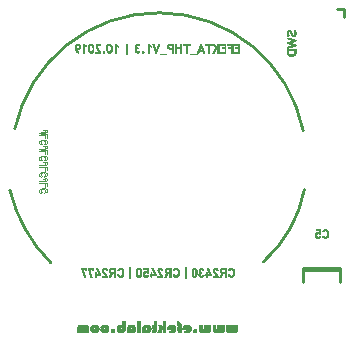
<source format=gbr>
G04 DipTrace 3.2.0.1*
G04 BottomSilk.gbr*
%MOIN*%
G04 #@! TF.FileFunction,Legend,Bot*
G04 #@! TF.Part,Single*
%ADD10C,0.009843*%
%ADD13C,0.001969*%
%ADD14C,0.002625*%
%ADD48C,0.003088*%
%FSLAX26Y26*%
G04*
G70*
G90*
G75*
G01*
G04 BotSilk*
%LPD*%
X608953Y-365149D2*
D10*
X482858D1*
X608953Y-357636D2*
X482858D1*
X608953D2*
X608899Y-404972D1*
X482858Y-357636D2*
X482912Y-404972D1*
X596385Y504474D2*
X621181Y504452D1*
X621769Y504252D2*
X621726Y479471D1*
X488558Y-96405D2*
G02X352349Y-336454I-420345J79845D01*
G01*
X-476660Y106123D2*
G02X485043Y99536I480162J-103946D01*
G01*
X-492918Y-97739D2*
G03X-356269Y-340373I494606J118760D01*
G01*
X525728Y-227795D2*
D13*
X540492D1*
X554272D2*
X560177D1*
X525728Y-228780D2*
X540492D1*
X552534D2*
X562066D1*
X525728Y-229764D2*
X540492D1*
X551100D2*
X563581D1*
X525728Y-230748D2*
X540492D1*
X550026D2*
X564722D1*
X536555Y-231732D2*
X540492D1*
X549173D2*
X555453D1*
X558996D2*
X565559D1*
X536555Y-232717D2*
X540492D1*
X548455D2*
X553931D1*
X560521D2*
X566179D1*
X536555Y-233701D2*
X540492D1*
X547931D2*
X552768D1*
X561706D2*
X566615D1*
X536551Y-234685D2*
X540492D1*
X547609D2*
X551953D1*
X562575D2*
X566898D1*
X536514Y-235669D2*
X540492D1*
X547382D2*
X551319D1*
X563213D2*
X567144D1*
X536362Y-236654D2*
X540492D1*
X563653D2*
X567433D1*
X529665Y-237638D2*
X534587D1*
X536025D2*
X540492D1*
X563904D2*
X567707D1*
X528264Y-238622D2*
X540492D1*
X564027D2*
X567886D1*
X527127Y-239606D2*
X540492D1*
X564080D2*
X567980D1*
X526274Y-240591D2*
X540492D1*
X564102D2*
X568023D1*
X525643Y-241575D2*
X530687D1*
X534406D2*
X540492D1*
X564110D2*
X568041D1*
X525204Y-242559D2*
X529833D1*
X536029D2*
X540492D1*
X564113D2*
X568047D1*
X524954Y-243543D2*
X529123D1*
X537539D2*
X540492D1*
X564114D2*
X568050D1*
X524831Y-244528D2*
X528555D1*
X564114D2*
X568047D1*
X524778Y-245512D2*
X528142D1*
X564110D2*
X568013D1*
X524757Y-246496D2*
X527905D1*
X564076D2*
X567887D1*
X524748Y-247480D2*
X527821D1*
X563946D2*
X567652D1*
X524746Y-248465D2*
X527898D1*
X563672D2*
X567395D1*
X524748Y-249449D2*
X528151D1*
X547382D2*
X551319D1*
X563252D2*
X567189D1*
X524783Y-250433D2*
X528571D1*
X537539D2*
X540492D1*
X547571D2*
X551902D1*
X562631D2*
X566969D1*
X524912Y-251417D2*
X529111D1*
X536892D2*
X540336D1*
X547946D2*
X552677D1*
X561808D2*
X566653D1*
X525186Y-252402D2*
X530414D1*
X535180D2*
X540054D1*
X548479D2*
X554523D1*
X559943D2*
X566219D1*
X525606Y-253386D2*
X532309D1*
X532667D2*
X539631D1*
X549106D2*
X557118D1*
X557337D2*
X565634D1*
X526215Y-254370D2*
X539022D1*
X549932D2*
X564813D1*
X527109Y-255354D2*
X538127D1*
X551112D2*
X563643D1*
X528305Y-256339D2*
X536931D1*
X552619D2*
X562039D1*
X529665Y-257323D2*
X535571D1*
X554272D2*
X560177D1*
X436946Y435522D2*
X438915D1*
X454663D2*
X456631D1*
X435057Y434538D2*
X440804D1*
X454265D2*
X457238D1*
X433542Y433554D2*
X442315D1*
X454335D2*
X457764D1*
X432401Y432570D2*
X443425D1*
X454591D2*
X458166D1*
X431564Y431585D2*
X444171D1*
X454941D2*
X458437D1*
X430945Y430601D2*
X435134D1*
X440694D2*
X444680D1*
X455260D2*
X458679D1*
X430512Y429617D2*
X434432D1*
X441304D2*
X445096D1*
X455464D2*
X458966D1*
X430264Y428633D2*
X433866D1*
X441759D2*
X445425D1*
X455569D2*
X459240D1*
X430143Y427648D2*
X433454D1*
X442154D2*
X445631D1*
X455616D2*
X459419D1*
X430090Y426664D2*
X433213D1*
X442476D2*
X445768D1*
X455636D2*
X459513D1*
X430069Y425680D2*
X433094D1*
X442679D2*
X445939D1*
X455643D2*
X459552D1*
X430061Y424696D2*
X433046D1*
X442815D2*
X446197D1*
X455642D2*
X459535D1*
X430058Y423711D2*
X433060D1*
X442986D2*
X446491D1*
X455604D2*
X459416D1*
X430061Y422727D2*
X433181D1*
X443244D2*
X446810D1*
X455512D2*
X459179D1*
X430095Y421743D2*
X433453D1*
X443538D2*
X447195D1*
X455057D2*
X458893D1*
X430224Y420759D2*
X433868D1*
X443842D2*
X448103D1*
X453479D2*
X458592D1*
X430498Y419774D2*
X434436D1*
X444208D2*
X450200D1*
X450939D2*
X458227D1*
X430904Y418790D2*
X435162D1*
X444670D2*
X457761D1*
X431428Y417806D2*
X435962D1*
X445296D2*
X457098D1*
X432025Y416822D2*
X433993D1*
X446197D2*
X456045D1*
X447396Y415837D2*
X454510D1*
X448757Y414853D2*
X452694D1*
X430056Y410916D2*
X432025D1*
X430109Y409932D2*
X436298D1*
X430237Y408948D2*
X440528D1*
X430989Y407963D2*
X444648D1*
X433213Y406979D2*
X448632D1*
X436294Y405995D2*
X452333D1*
X439985Y405010D2*
X455396D1*
X444014Y404026D2*
X457836D1*
X448290Y403042D2*
X458889D1*
X452694Y402058D2*
X459204D1*
X449670Y401073D2*
X459357D1*
X446333Y400089D2*
X457844D1*
X442815Y399105D2*
X455642D1*
X439325Y398121D2*
X452782D1*
X436096Y397136D2*
X449504D1*
X433481Y396152D2*
X446053D1*
X431459Y395168D2*
X442512D1*
X430681Y394184D2*
X438915D1*
X430340Y393199D2*
X441906D1*
X432631Y392215D2*
X445151D1*
X435395Y391231D2*
X448551D1*
X438602Y390247D2*
X451955D1*
X442121Y389262D2*
X455013D1*
X445730Y388278D2*
X457586D1*
X449254Y387294D2*
X458779D1*
X452694Y386310D2*
X459175D1*
X448720Y385325D2*
X459411D1*
X444664Y384341D2*
X458054D1*
X440576Y383357D2*
X455882D1*
X436791Y382373D2*
X452908D1*
X433809Y381388D2*
X449392D1*
X431545Y380404D2*
X445521D1*
X430637Y379420D2*
X441416D1*
X430302Y378436D2*
X437215D1*
X430056Y377451D2*
X433009D1*
X430056Y371546D2*
X459584D1*
X430056Y370562D2*
X459584D1*
X430056Y369577D2*
X459584D1*
X430056Y368593D2*
X459584D1*
X430056Y367609D2*
X433009D1*
X455647D2*
X459584D1*
X430056Y366625D2*
X433009D1*
X455647D2*
X459584D1*
X430056Y365640D2*
X433009D1*
X455647D2*
X459584D1*
X430056Y364656D2*
X433009D1*
X455647D2*
X459584D1*
X430056Y363672D2*
X433009D1*
X455647D2*
X459584D1*
X430056Y362688D2*
X433013D1*
X455647D2*
X459580D1*
X430056Y361703D2*
X433048D1*
X455643D2*
X459546D1*
X430060Y360719D2*
X433177D1*
X455605D2*
X459420D1*
X430095Y359735D2*
X433451D1*
X455441D2*
X459181D1*
X430224Y358751D2*
X433867D1*
X455041D2*
X458894D1*
X430494Y357766D2*
X434439D1*
X454389D2*
X458593D1*
X430880Y356782D2*
X435181D1*
X453566D2*
X458227D1*
X431360Y355798D2*
X436040D1*
X452653D2*
X457765D1*
X432001Y354814D2*
X457135D1*
X432925Y353829D2*
X456184D1*
X434244Y352845D2*
X454768D1*
X435969Y351861D2*
X452871D1*
X437930Y350877D2*
X450726D1*
X-95896Y-353416D2*
X-91959D1*
X89143D2*
X93080D1*
X-95896Y-354401D2*
X-91959D1*
X89143D2*
X93080D1*
X-95896Y-355385D2*
X-91959D1*
X89143D2*
X93080D1*
X-95896Y-356369D2*
X-91959D1*
X89143D2*
X93080D1*
X-254361Y-357353D2*
X-238613D1*
X-232707D2*
X-216959D1*
X-206133D2*
X-202196D1*
X-181526D2*
X-174636D1*
X-156920D2*
X-142156D1*
X-128377D2*
X-122471D1*
X-95896D2*
X-91959D1*
X-67353D2*
X-61448D1*
X-47668D2*
X-32904D1*
X-21093D2*
X-17156D1*
X3513D2*
X10403D1*
X28119D2*
X42883D1*
X56663D2*
X62568D1*
X89143D2*
X93080D1*
X117686D2*
X123592D1*
X141308D2*
X147214D1*
X162962D2*
X166899D1*
X187568D2*
X194458D1*
X212175D2*
X226938D1*
X240718D2*
X246623D1*
X-254357Y-358338D2*
X-238613D1*
X-232704D2*
X-216959D1*
X-205759D2*
X-201822D1*
X-182809D2*
X-173235D1*
X-158355D2*
X-142156D1*
X-130114D2*
X-120582D1*
X-95896D2*
X-91959D1*
X-68788D2*
X-60013D1*
X-47668D2*
X-32904D1*
X-20719D2*
X-16782D1*
X2230D2*
X11804D1*
X26685D2*
X42883D1*
X54925D2*
X64457D1*
X89143D2*
X93080D1*
X116252D2*
X125027D1*
X139874D2*
X148615D1*
X163336D2*
X167273D1*
X186286D2*
X195859D1*
X210740D2*
X226938D1*
X238980D2*
X248512D1*
X-254322Y-359322D2*
X-238613D1*
X-232669D2*
X-216959D1*
X-205336D2*
X-201399D1*
X-183797D2*
X-172098D1*
X-159583D2*
X-142156D1*
X-131548D2*
X-119067D1*
X-95896D2*
X-91959D1*
X-70016D2*
X-58784D1*
X-47668D2*
X-32904D1*
X-20296D2*
X-16359D1*
X1242D2*
X12941D1*
X25456D2*
X42883D1*
X53491D2*
X65972D1*
X89143D2*
X93080D1*
X115023D2*
X126255D1*
X138645D2*
X149752D1*
X163759D2*
X167696D1*
X185297D2*
X196996D1*
X209511D2*
X226938D1*
X237547D2*
X250027D1*
X-254197Y-360306D2*
X-238613D1*
X-232543D2*
X-216959D1*
X-204879D2*
X-200942D1*
X-184540D2*
X-171246D1*
X-160550D2*
X-142156D1*
X-132622D2*
X-117926D1*
X-95896D2*
X-91959D1*
X-70980D2*
X-57821D1*
X-47668D2*
X-32904D1*
X-19839D2*
X-15902D1*
X499D2*
X13794D1*
X24489D2*
X42883D1*
X52417D2*
X67113D1*
X89143D2*
X93080D1*
X114060D2*
X127219D1*
X137682D2*
X150605D1*
X164216D2*
X168153D1*
X184554D2*
X197849D1*
X208544D2*
X226938D1*
X236472D2*
X251169D1*
X-253957Y-361290D2*
X-250272D1*
X-241566D2*
X-238613D1*
X-232304D2*
X-228618D1*
X-219912D2*
X-216959D1*
X-204400D2*
X-200467D1*
X-185142D2*
X-179323D1*
X-175967D2*
X-170614D1*
X-161233D2*
X-155586D1*
X-146093D2*
X-142156D1*
X-133475D2*
X-127195D1*
X-123653D2*
X-117089D1*
X-95896D2*
X-91959D1*
X-71736D2*
X-66134D1*
X-62667D2*
X-57065D1*
X-36841D2*
X-32904D1*
X-19361D2*
X-15428D1*
X-102D2*
X5716D1*
X9073D2*
X14425D1*
X23806D2*
X29453D1*
X38946D2*
X42883D1*
X51564D2*
X57844D1*
X61387D2*
X67950D1*
X89143D2*
X93080D1*
X113304D2*
X118905D1*
X122373D2*
X127975D1*
X136926D2*
X142642D1*
X146230D2*
X151236D1*
X164694D2*
X168627D1*
X183953D2*
X189772D1*
X193128D2*
X198481D1*
X207861D2*
X213508D1*
X223001D2*
X226938D1*
X235619D2*
X241899D1*
X245442D2*
X252005D1*
X-253670Y-362275D2*
X-250024D1*
X-241566D2*
X-238613D1*
X-232017D2*
X-228370D1*
X-219912D2*
X-216959D1*
X-203915D2*
X-200013D1*
X-185640D2*
X-180718D1*
X-174656D2*
X-170172D1*
X-161717D2*
X-156864D1*
X-146093D2*
X-142156D1*
X-134193D2*
X-128718D1*
X-122127D2*
X-116470D1*
X-95896D2*
X-91959D1*
X-72013D2*
X-67529D1*
X-61271D2*
X-56750D1*
X-36841D2*
X-32904D1*
X-18876D2*
X-14973D1*
X-601D2*
X4321D1*
X10384D2*
X14867D1*
X23323D2*
X28176D1*
X38946D2*
X42883D1*
X50846D2*
X56322D1*
X62912D2*
X68570D1*
X89143D2*
X93080D1*
X113027D2*
X117510D1*
X123768D2*
X128289D1*
X136649D2*
X141365D1*
X147214D2*
X151678D1*
X165179D2*
X169082D1*
X183455D2*
X188376D1*
X194439D2*
X198922D1*
X207378D2*
X212231D1*
X223001D2*
X226938D1*
X234901D2*
X240377D1*
X246967D2*
X252625D1*
X-253373Y-363259D2*
X-249734D1*
X-241566D2*
X-238613D1*
X-231720D2*
X-228081D1*
X-219912D2*
X-216959D1*
X-203424D2*
X-199617D1*
X-185986D2*
X-181791D1*
X-173615D2*
X-169904D1*
X-162123D2*
X-157759D1*
X-146093D2*
X-142156D1*
X-134718D2*
X-129880D1*
X-120943D2*
X-116033D1*
X-95896D2*
X-91959D1*
X-72163D2*
X-68602D1*
X-60198D2*
X-56474D1*
X-36841D2*
X-32904D1*
X-18385D2*
X-14577D1*
X-947D2*
X3248D1*
X11425D2*
X15135D1*
X22917D2*
X27280D1*
X38946D2*
X42883D1*
X50322D2*
X55159D1*
X64097D2*
X69006D1*
X89143D2*
X93080D1*
X112877D2*
X116437D1*
X124841D2*
X128565D1*
X136499D2*
X140473D1*
X148198D2*
X151946D1*
X165670D2*
X169478D1*
X183108D2*
X187303D1*
X195480D2*
X199190D1*
X206972D2*
X211336D1*
X223001D2*
X226938D1*
X234377D2*
X239214D1*
X248152D2*
X253061D1*
X-253046Y-364243D2*
X-249437D1*
X-241566D2*
X-238613D1*
X-231393D2*
X-227783D1*
X-219912D2*
X-216959D1*
X-202934D2*
X-199267D1*
X-186177D2*
X-182213D1*
X-172668D2*
X-169715D1*
X-162444D2*
X-158430D1*
X-146093D2*
X-142156D1*
X-135040D2*
X-130696D1*
X-120073D2*
X-115751D1*
X-95896D2*
X-91959D1*
X-72231D2*
X-68975D1*
X-59825D2*
X-56170D1*
X-36845D2*
X-32904D1*
X-17894D2*
X-14228D1*
X-1137D2*
X2826D1*
X12371D2*
X15324D1*
X22595D2*
X26610D1*
X38946D2*
X42883D1*
X50000D2*
X54344D1*
X64967D2*
X69289D1*
X89143D2*
X93080D1*
X112809D2*
X116064D1*
X125214D2*
X128869D1*
X136435D2*
X139814D1*
X149182D2*
X152135D1*
X166161D2*
X169827D1*
X182918D2*
X186881D1*
X196427D2*
X199379D1*
X206651D2*
X210665D1*
X223001D2*
X226938D1*
X234055D2*
X238399D1*
X249022D2*
X253344D1*
X-252748Y-365227D2*
X-249106D1*
X-241566D2*
X-238613D1*
X-231095D2*
X-227452D1*
X-219912D2*
X-216959D1*
X-202441D2*
X-198886D1*
X-185984D2*
X-182218D1*
X-162610D2*
X-158628D1*
X-146093D2*
X-142156D1*
X-135266D2*
X-131329D1*
X-119436D2*
X-115504D1*
X-95896D2*
X-91959D1*
X-72258D2*
X-69175D1*
X-59625D2*
X-55890D1*
X-36883D2*
X-32904D1*
X-17402D2*
X-13846D1*
X-945D2*
X2821D1*
X22430D2*
X26411D1*
X38946D2*
X42883D1*
X49773D2*
X53710D1*
X65604D2*
X69535D1*
X89143D2*
X93080D1*
X112781D2*
X115864D1*
X125414D2*
X129149D1*
X136442D2*
X139642D1*
X166653D2*
X170209D1*
X183110D2*
X186876D1*
X206485D2*
X210466D1*
X223001D2*
X226938D1*
X233828D2*
X237765D1*
X249659D2*
X253591D1*
X-252525Y-366212D2*
X-248777D1*
X-230871D2*
X-227123D1*
X-201950D2*
X-198455D1*
X-185731D2*
X-182021D1*
X-162586D2*
X-158702D1*
X-146093D2*
X-142156D1*
X-118995D2*
X-115215D1*
X-95896D2*
X-91959D1*
X-72269D2*
X-69265D1*
X-59536D2*
X-55708D1*
X-37035D2*
X-32904D1*
X-16910D2*
X-13415D1*
X-691D2*
X3018D1*
X22453D2*
X26337D1*
X38946D2*
X42883D1*
X66044D2*
X69824D1*
X89143D2*
X93080D1*
X112771D2*
X115775D1*
X125503D2*
X129331D1*
X136561D2*
X139900D1*
X167145D2*
X170640D1*
X183364D2*
X187074D1*
X206508D2*
X210392D1*
X223001D2*
X226938D1*
X250099D2*
X253879D1*
X-252302Y-367196D2*
X-248462D1*
X-230648D2*
X-226809D1*
X-201457D2*
X-197993D1*
X-185446D2*
X-181671D1*
X-162392D2*
X-158456D1*
X-146093D2*
X-142156D1*
X-118744D2*
X-114942D1*
X-95896D2*
X-91959D1*
X-72272D2*
X-69301D1*
X-59500D2*
X-55613D1*
X-43731D2*
X-38810D1*
X-37371D2*
X-32904D1*
X-16418D2*
X-12953D1*
X-406D2*
X3368D1*
X22647D2*
X26584D1*
X38946D2*
X42883D1*
X66296D2*
X70098D1*
X89143D2*
X93080D1*
X112767D2*
X115739D1*
X125539D2*
X129426D1*
X136835D2*
X140325D1*
X167638D2*
X171102D1*
X183649D2*
X187423D1*
X206702D2*
X210639D1*
X223001D2*
X226938D1*
X250351D2*
X254153D1*
X-252018Y-368180D2*
X-248129D1*
X-230364D2*
X-226475D1*
X-200966D2*
X-197512D1*
X-185087D2*
X-181238D1*
X-162120D2*
X-157796D1*
X-146093D2*
X-142156D1*
X-118621D2*
X-114762D1*
X-95896D2*
X-91959D1*
X-72274D2*
X-69314D1*
X-59486D2*
X-55570D1*
X-45132D2*
X-32904D1*
X-15926D2*
X-12473D1*
X-47D2*
X3801D1*
X22919D2*
X27243D1*
X38946D2*
X42883D1*
X66418D2*
X70277D1*
X89143D2*
X93080D1*
X112766D2*
X115725D1*
X125553D2*
X129469D1*
X137287D2*
X141431D1*
X168129D2*
X171582D1*
X184008D2*
X187857D1*
X206974D2*
X211298D1*
X223001D2*
X226938D1*
X250473D2*
X254332D1*
X-251713Y-369164D2*
X-247828D1*
X-230059D2*
X-226175D1*
X-209085D2*
X-206133D1*
X-200477D2*
X-197026D1*
X-184635D2*
X-180735D1*
X-161792D2*
X-155203D1*
X-146093D2*
X-142156D1*
X-118568D2*
X-114668D1*
X-95896D2*
X-91959D1*
X-72274D2*
X-69319D1*
X-59481D2*
X-55553D1*
X-46269D2*
X-32904D1*
X-24046D2*
X-21093D1*
X-15437D2*
X-11986D1*
X404D2*
X4304D1*
X23248D2*
X29836D1*
X38946D2*
X42883D1*
X66471D2*
X70371D1*
X89143D2*
X93080D1*
X112765D2*
X115720D1*
X125558D2*
X129487D1*
X138007D2*
X142753D1*
X160009D2*
X162962D1*
X168618D2*
X172069D1*
X184459D2*
X188359D1*
X207303D2*
X213891D1*
X223001D2*
X226938D1*
X250527D2*
X254427D1*
X-251409Y-370149D2*
X-247604D1*
X-229755D2*
X-225951D1*
X-209085D2*
X-206133D1*
X-200016D2*
X-196535D1*
X-184082D2*
X-180127D1*
X-161300D2*
X-150756D1*
X-146093D2*
X-142156D1*
X-118547D2*
X-114625D1*
X-95896D2*
X-91959D1*
X-72274D2*
X-69321D1*
X-59480D2*
X-55546D1*
X-47122D2*
X-32904D1*
X-24046D2*
X-21093D1*
X-14977D2*
X-11495D1*
X957D2*
X4912D1*
X23740D2*
X34283D1*
X38946D2*
X42883D1*
X66493D2*
X70414D1*
X89143D2*
X93080D1*
X112765D2*
X115719D1*
X125560D2*
X129494D1*
X139069D2*
X144047D1*
X160009D2*
X162962D1*
X169079D2*
X172560D1*
X185012D2*
X188967D1*
X207795D2*
X218338D1*
X223001D2*
X226938D1*
X250548D2*
X254469D1*
X-251075Y-371133D2*
X-247380D1*
X-229422D2*
X-225727D1*
X-209085D2*
X-206133D1*
X-199618D2*
X-196044D1*
X-183458D2*
X-179402D1*
X-160576D2*
X-142156D1*
X-118539D2*
X-114608D1*
X-95896D2*
X-91959D1*
X-72274D2*
X-69321D1*
X-59479D2*
X-55543D1*
X-47753D2*
X-42709D1*
X-38991D2*
X-32904D1*
X-24046D2*
X-21093D1*
X-14578D2*
X-11005D1*
X1581D2*
X5637D1*
X24463D2*
X42883D1*
X66501D2*
X70432D1*
X89143D2*
X93080D1*
X112765D2*
X115718D1*
X125560D2*
X129496D1*
X140324D2*
X144688D1*
X160009D2*
X162962D1*
X169477D2*
X173050D1*
X185636D2*
X189692D1*
X208518D2*
X226938D1*
X250556D2*
X254487D1*
X-250746Y-372117D2*
X-247097D1*
X-229092D2*
X-225443D1*
X-209085D2*
X-206133D1*
X-199267D2*
X-195551D1*
X-182826D2*
X-178656D1*
X-159652D2*
X-142156D1*
X-118536D2*
X-114601D1*
X-95896D2*
X-91959D1*
X-72274D2*
X-69321D1*
X-59479D2*
X-55542D1*
X-48192D2*
X-43563D1*
X-37368D2*
X-32904D1*
X-24046D2*
X-21093D1*
X-14228D2*
X-10512D1*
X2213D2*
X6384D1*
X25387D2*
X42883D1*
X66504D2*
X70439D1*
X89143D2*
X93080D1*
X112765D2*
X115718D1*
X125560D2*
X129497D1*
X139159D2*
X144892D1*
X160009D2*
X162962D1*
X169827D2*
X173543D1*
X186268D2*
X190439D1*
X209442D2*
X226938D1*
X250559D2*
X254494D1*
X-250431Y-373101D2*
X-246791D1*
X-228778D2*
X-225138D1*
X-209085D2*
X-206133D1*
X-198886D2*
X-195060D1*
X-182149D2*
X-177957D1*
X-158694D2*
X-142156D1*
X-118535D2*
X-114598D1*
X-95896D2*
X-91959D1*
X-72274D2*
X-69321D1*
X-59479D2*
X-55542D1*
X-48443D2*
X-44273D1*
X-35857D2*
X-32904D1*
X-24046D2*
X-21093D1*
X-13846D2*
X-10021D1*
X2890D2*
X7082D1*
X26346D2*
X42883D1*
X66505D2*
X70441D1*
X89143D2*
X93080D1*
X112765D2*
X115718D1*
X125560D2*
X129497D1*
X138161D2*
X143538D1*
X160009D2*
X162962D1*
X170209D2*
X174034D1*
X186945D2*
X191138D1*
X210401D2*
X226938D1*
X250560D2*
X254496D1*
X-250097Y-374086D2*
X-246487D1*
X-228444D2*
X-224834D1*
X-209085D2*
X-206133D1*
X-198455D2*
X-194567D1*
X-181392D2*
X-177245D1*
X-157851D2*
X-142156D1*
X-118534D2*
X-114601D1*
X-95896D2*
X-91959D1*
X-72274D2*
X-69322D1*
X-59479D2*
X-55542D1*
X-48565D2*
X-44841D1*
X-24046D2*
X-21093D1*
X-13415D2*
X-9528D1*
X3647D2*
X7794D1*
X27188D2*
X42883D1*
X66505D2*
X70438D1*
X89143D2*
X93080D1*
X112765D2*
X115718D1*
X125560D2*
X129497D1*
X137374D2*
X142096D1*
X160009D2*
X162962D1*
X170640D2*
X174527D1*
X187703D2*
X191849D1*
X211243D2*
X226938D1*
X250560D2*
X254493D1*
X-249797Y-375070D2*
X-246154D1*
X-228143D2*
X-224501D1*
X-209093D2*
X-206133D1*
X-197990D2*
X-194076D1*
X-180632D2*
X-176444D1*
X-157648D2*
X-152827D1*
X-146093D2*
X-142156D1*
X-118538D2*
X-114636D1*
X-95896D2*
X-91959D1*
X-72274D2*
X-69322D1*
X-59479D2*
X-55542D1*
X-48618D2*
X-45254D1*
X-24046D2*
X-21093D1*
X-12950D2*
X-9036D1*
X4407D2*
X8595D1*
X27391D2*
X32212D1*
X38946D2*
X42883D1*
X66501D2*
X70404D1*
X89143D2*
X93080D1*
X112765D2*
X115718D1*
X125560D2*
X129497D1*
X136740D2*
X140904D1*
X160001D2*
X162962D1*
X171105D2*
X175019D1*
X188462D2*
X192650D1*
X211447D2*
X216268D1*
X223001D2*
X226938D1*
X250556D2*
X254459D1*
X-249573Y-376054D2*
X-245825D1*
X-227919D2*
X-224171D1*
X-209162D2*
X-206133D1*
X-197484D2*
X-193587D1*
X-179928D2*
X-175588D1*
X-157919D2*
X-153533D1*
X-146093D2*
X-142156D1*
X-118573D2*
X-114761D1*
X-95896D2*
X-91959D1*
X-72274D2*
X-69322D1*
X-59479D2*
X-55546D1*
X-48640D2*
X-45491D1*
X-24046D2*
X-21093D1*
X-12444D2*
X-8547D1*
X5111D2*
X9451D1*
X27120D2*
X31507D1*
X38946D2*
X42883D1*
X66467D2*
X70278D1*
X89143D2*
X93080D1*
X112765D2*
X115718D1*
X125560D2*
X129494D1*
X136220D2*
X139975D1*
X159932D2*
X162962D1*
X171611D2*
X175508D1*
X189166D2*
X193506D1*
X211175D2*
X215562D1*
X223001D2*
X226938D1*
X250522D2*
X254333D1*
X-249349Y-377038D2*
X-245510D1*
X-227695D2*
X-223856D1*
X-209324D2*
X-206133D1*
X-196914D2*
X-193130D1*
X-179218D2*
X-174772D1*
X-158373D2*
X-154133D1*
X-146093D2*
X-142156D1*
X-118702D2*
X-114997D1*
X-95896D2*
X-91959D1*
X-72274D2*
X-69322D1*
X-59479D2*
X-55580D1*
X-48648D2*
X-45576D1*
X-24046D2*
X-21093D1*
X-11875D2*
X-8091D1*
X5821D2*
X10267D1*
X26667D2*
X30907D1*
X38946D2*
X42883D1*
X66338D2*
X70043D1*
X89143D2*
X93080D1*
X112765D2*
X115718D1*
X125560D2*
X129459D1*
X135831D2*
X139646D1*
X159771D2*
X162962D1*
X172180D2*
X175964D1*
X189876D2*
X194322D1*
X210722D2*
X214962D1*
X223001D2*
X226938D1*
X250393D2*
X254098D1*
X-249065Y-378023D2*
X-245176D1*
X-227412D2*
X-223523D1*
X-209862D2*
X-206133D1*
X-196290D2*
X-192766D1*
X-178447D2*
X-174041D1*
X-158949D2*
X-154674D1*
X-146093D2*
X-142156D1*
X-118976D2*
X-115253D1*
X-95896D2*
X-91959D1*
X-72274D2*
X-69318D1*
X-59483D2*
X-55706D1*
X-48651D2*
X-45499D1*
X-24046D2*
X-21093D1*
X-11251D2*
X-7727D1*
X6592D2*
X10998D1*
X26091D2*
X30365D1*
X38946D2*
X42883D1*
X66063D2*
X69786D1*
X89143D2*
X93080D1*
X112765D2*
X115722D1*
X125557D2*
X129333D1*
X135604D2*
X139473D1*
X159232D2*
X162962D1*
X172804D2*
X176328D1*
X190647D2*
X195053D1*
X210146D2*
X214420D1*
X223001D2*
X226938D1*
X250118D2*
X253842D1*
X-248760Y-379007D2*
X-244876D1*
X-227106D2*
X-223222D1*
X-210376D2*
X-192545D1*
X-177682D2*
X-173320D1*
X-159529D2*
X-155185D1*
X-146093D2*
X-142156D1*
X-135266D2*
X-131329D1*
X-119396D2*
X-115459D1*
X-95896D2*
X-91959D1*
X-72274D2*
X-69275D1*
X-59525D2*
X-55942D1*
X-48648D2*
X-45245D1*
X-26014D2*
X-7506D1*
X7357D2*
X11719D1*
X25511D2*
X29854D1*
X38946D2*
X42883D1*
X49773D2*
X53710D1*
X65643D2*
X69580D1*
X89143D2*
X93080D1*
X112765D2*
X115764D1*
X125514D2*
X129098D1*
X135524D2*
X139437D1*
X158719D2*
X176549D1*
X191412D2*
X195774D1*
X209566D2*
X213909D1*
X223001D2*
X226938D1*
X233828D2*
X237765D1*
X249698D2*
X253635D1*
X-248456Y-379991D2*
X-244651D1*
X-226802D2*
X-222998D1*
X-210762D2*
X-192434D1*
X-176977D2*
X-172545D1*
X-160073D2*
X-155686D1*
X-146093D2*
X-142156D1*
X-135077D2*
X-130747D1*
X-120017D2*
X-115680D1*
X-95896D2*
X-91959D1*
X-72270D2*
X-69172D1*
X-59629D2*
X-56198D1*
X-48614D2*
X-44825D1*
X-35857D2*
X-32904D1*
X-26014D2*
X-7395D1*
X8063D2*
X12495D1*
X24966D2*
X29353D1*
X38946D2*
X42883D1*
X49963D2*
X54293D1*
X65022D2*
X69360D1*
X89143D2*
X93080D1*
X112769D2*
X115868D1*
X125410D2*
X128842D1*
X135603D2*
X139500D1*
X149182D2*
X153119D1*
X158332D2*
X176661D1*
X192118D2*
X196550D1*
X209021D2*
X213409D1*
X223001D2*
X226938D1*
X234018D2*
X238348D1*
X249077D2*
X253415D1*
X-248123Y-380975D2*
X-244428D1*
X-226469D2*
X-222774D1*
X-210716D2*
X-192383D1*
X-176262D2*
X-171782D1*
X-160593D2*
X-156180D1*
X-146093D2*
X-142156D1*
X-134703D2*
X-129971D1*
X-120840D2*
X-115996D1*
X-95896D2*
X-91959D1*
X-72232D2*
X-68628D1*
X-60173D2*
X-56408D1*
X-48484D2*
X-44285D1*
X-36505D2*
X-33060D1*
X-26014D2*
X-7343D1*
X8777D2*
X13258D1*
X24447D2*
X28859D1*
X38946D2*
X42883D1*
X50337D2*
X55068D1*
X64199D2*
X69044D1*
X89143D2*
X93080D1*
X112807D2*
X116412D1*
X124866D2*
X128631D1*
X135853D2*
X140037D1*
X148535D2*
X152742D1*
X158378D2*
X176712D1*
X192832D2*
X197313D1*
X208502D2*
X212915D1*
X223001D2*
X226938D1*
X234392D2*
X239123D1*
X248255D2*
X253099D1*
X-247793Y-381960D2*
X-244144D1*
X-226139D2*
X-222490D1*
X-210232D2*
X-192353D1*
X-175457D2*
X-171114D1*
X-161096D2*
X-156674D1*
X-146093D2*
X-142156D1*
X-134170D2*
X-128125D1*
X-122705D2*
X-116429D1*
X-95896D2*
X-91959D1*
X-72068D2*
X-66943D1*
X-61858D2*
X-56663D1*
X-48210D2*
X-42982D1*
X-38216D2*
X-33343D1*
X-26014D2*
X-7314D1*
X9582D2*
X13926D1*
X23944D2*
X28366D1*
X38946D2*
X42883D1*
X50870D2*
X56914D1*
X62334D2*
X68610D1*
X89143D2*
X93080D1*
X112971D2*
X118096D1*
X123182D2*
X128376D1*
X136231D2*
X141720D1*
X146823D2*
X152284D1*
X158863D2*
X176741D1*
X193637D2*
X197981D1*
X207999D2*
X212421D1*
X223001D2*
X226938D1*
X234925D2*
X240969D1*
X246389D2*
X252665D1*
X-247478Y-382944D2*
X-243839D1*
X-225825D2*
X-222185D1*
X-209737D2*
X-206133D1*
X-174572D2*
X-170563D1*
X-161593D2*
X-157165D1*
X-146093D2*
X-142156D1*
X-133543D2*
X-125530D1*
X-125311D2*
X-117015D1*
X-95896D2*
X-91959D1*
X-71665D2*
X-64443D1*
X-64358D2*
X-57108D1*
X-47790D2*
X-41087D1*
X-40729D2*
X-33765D1*
X-24046D2*
X-21093D1*
X10468D2*
X14476D1*
X23446D2*
X27874D1*
X38946D2*
X42883D1*
X51497D2*
X59509D1*
X59728D2*
X68025D1*
X89143D2*
X93080D1*
X113375D2*
X120597D1*
X120682D2*
X127931D1*
X136712D2*
X144219D1*
X144310D2*
X151694D1*
X159357D2*
X162962D1*
X194523D2*
X198532D1*
X207502D2*
X211929D1*
X223001D2*
X226938D1*
X235552D2*
X243564D1*
X243783D2*
X252080D1*
X-247144Y-383928D2*
X-243534D1*
X-225491D2*
X-221880D1*
X-209401D2*
X-206133D1*
X-186448D2*
X-170157D1*
X-162089D2*
X-157655D1*
X-146093D2*
X-142156D1*
X-132716D2*
X-117835D1*
X-95896D2*
X-91959D1*
X-70975D2*
X-57815D1*
X-47182D2*
X-34375D1*
X-24046D2*
X-21093D1*
X-1408D2*
X14883D1*
X22950D2*
X27384D1*
X38946D2*
X42883D1*
X52323D2*
X67204D1*
X89143D2*
X93080D1*
X114064D2*
X127224D1*
X137382D2*
X150908D1*
X159693D2*
X162962D1*
X182647D2*
X198938D1*
X207005D2*
X211439D1*
X223001D2*
X226938D1*
X236378D2*
X251259D1*
X-246845Y-384912D2*
X-243196D1*
X-225192D2*
X-221542D1*
X-209222D2*
X-206133D1*
X-186448D2*
X-169917D1*
X-162608D2*
X-158121D1*
X-146093D2*
X-142156D1*
X-131536D2*
X-119006D1*
X-95896D2*
X-91959D1*
X-70000D2*
X-58797D1*
X-46287D2*
X-35269D1*
X-24046D2*
X-21093D1*
X-1408D2*
X15122D1*
X22431D2*
X26918D1*
X38946D2*
X42883D1*
X53504D2*
X66034D1*
X89143D2*
X93080D1*
X115040D2*
X126242D1*
X138388D2*
X149889D1*
X159873D2*
X162962D1*
X182647D2*
X199177D1*
X206486D2*
X210973D1*
X223001D2*
X226938D1*
X237559D2*
X250089D1*
X-246640Y-385897D2*
X-242859D1*
X-224987D2*
X-221205D1*
X-209136D2*
X-206133D1*
X-186448D2*
X-169793D1*
X-163183D2*
X-158531D1*
X-146093D2*
X-142156D1*
X-130029D2*
X-120609D1*
X-95896D2*
X-91959D1*
X-68751D2*
X-60048D1*
X-45091D2*
X-36465D1*
X-24046D2*
X-21093D1*
X-1408D2*
X15246D1*
X21857D2*
X26508D1*
X38946D2*
X42883D1*
X55010D2*
X64430D1*
X89143D2*
X93080D1*
X116289D2*
X124991D1*
X139761D2*
X148622D1*
X159959D2*
X162962D1*
X182647D2*
X199301D1*
X205912D2*
X210563D1*
X223001D2*
X226938D1*
X239065D2*
X248485D1*
X-246487Y-386881D2*
X-242550D1*
X-224833D2*
X-220896D1*
X-209085D2*
X-206133D1*
X-186448D2*
X-169715D1*
X-163810D2*
X-158888D1*
X-146093D2*
X-142156D1*
X-128377D2*
X-122471D1*
X-95896D2*
X-91959D1*
X-67353D2*
X-61448D1*
X-43731D2*
X-37825D1*
X-24046D2*
X-21093D1*
X-1408D2*
X15324D1*
X21230D2*
X26151D1*
X38946D2*
X42883D1*
X56663D2*
X62568D1*
X89143D2*
X93080D1*
X117686D2*
X123592D1*
X141308D2*
X147214D1*
X160009D2*
X162962D1*
X182647D2*
X199379D1*
X205285D2*
X210206D1*
X223001D2*
X226938D1*
X240718D2*
X246623D1*
X-95896Y-387865D2*
X-91959D1*
X89143D2*
X93080D1*
X-95896Y-388849D2*
X-91959D1*
X89143D2*
X93080D1*
X-95896Y-389834D2*
X-91959D1*
X89143D2*
X93080D1*
X-95896Y-390818D2*
X-91959D1*
X89143D2*
X93080D1*
X-271563Y390406D2*
X-265657D1*
X-248925D2*
X-247941D1*
X-227272D2*
X-221366D1*
X-202665D2*
X-195776D1*
X-166248D2*
X-160343D1*
X-142626D2*
X-141642D1*
X-70776D2*
X-64870D1*
X-33374D2*
X-32390D1*
X-18610D2*
X-14673D1*
X1075D2*
X5012D1*
X38476D2*
X49303D1*
X57177D2*
X60130D1*
X74894D2*
X77846D1*
X82768D2*
X106390D1*
X141823D2*
X142807D1*
X156587D2*
X180209D1*
X183161D2*
X187098D1*
X198909D2*
X202846D1*
X207768D2*
X225484D1*
X230406D2*
X249106D1*
X254028D2*
X271744D1*
X-272998Y389421D2*
X-264223D1*
X-248925D2*
X-246953D1*
X-228673D2*
X-219931D1*
X-204100D2*
X-194382D1*
X-167649D2*
X-158908D1*
X-142626D2*
X-140654D1*
X-105224D2*
X-103256D1*
X-72395D2*
X-63625D1*
X-33374D2*
X-31402D1*
X-18118D2*
X-14333D1*
X923D2*
X4671D1*
X36284D2*
X49303D1*
X57177D2*
X60130D1*
X74894D2*
X77846D1*
X82768D2*
X106390D1*
X141667D2*
X143181D1*
X156587D2*
X180209D1*
X183994D2*
X187931D1*
X198909D2*
X202846D1*
X207768D2*
X225484D1*
X230406D2*
X249106D1*
X254028D2*
X271744D1*
X-274226Y388437D2*
X-262990D1*
X-248925D2*
X-245930D1*
X-229810D2*
X-218699D1*
X-205329D2*
X-193166D1*
X-168786D2*
X-157675D1*
X-142626D2*
X-139631D1*
X-105224D2*
X-103256D1*
X-73672D2*
X-62622D1*
X-33374D2*
X-30379D1*
X-17710D2*
X-14005D1*
X675D2*
X4344D1*
X34572D2*
X49303D1*
X57177D2*
X60130D1*
X74894D2*
X77846D1*
X82768D2*
X106390D1*
X141388D2*
X143604D1*
X156587D2*
X180209D1*
X184730D2*
X188667D1*
X198909D2*
X202846D1*
X207768D2*
X225484D1*
X230406D2*
X249106D1*
X254028D2*
X271744D1*
X-275193Y387453D2*
X-261992D1*
X-248925D2*
X-244786D1*
X-230663D2*
X-217701D1*
X-206292D2*
X-192554D1*
X-169639D2*
X-156677D1*
X-142626D2*
X-138487D1*
X-105224D2*
X-103256D1*
X-74567D2*
X-62224D1*
X-33374D2*
X-29235D1*
X-17327D2*
X-13693D1*
X385D2*
X4032D1*
X33385D2*
X49303D1*
X57177D2*
X60130D1*
X74894D2*
X77846D1*
X82768D2*
X106390D1*
X141008D2*
X144061D1*
X156587D2*
X180209D1*
X185425D2*
X189362D1*
X198909D2*
X202846D1*
X207768D2*
X225484D1*
X230406D2*
X249106D1*
X254028D2*
X271744D1*
X-275876Y386469D2*
X-271526D1*
X-265695D2*
X-261219D1*
X-248925D2*
X-243444D1*
X-231298D2*
X-225938D1*
X-221716D2*
X-216924D1*
X-207048D2*
X-202509D1*
X-196760D2*
X-192527D1*
X-170274D2*
X-164914D1*
X-160692D2*
X-155900D1*
X-142626D2*
X-137145D1*
X-105224D2*
X-103256D1*
X-75238D2*
X-70734D1*
X-63886D2*
X-61917D1*
X-33374D2*
X-27893D1*
X-16976D2*
X-13357D1*
X84D2*
X3696D1*
X32560D2*
X38674D1*
X46350D2*
X49303D1*
X57177D2*
X60130D1*
X74894D2*
X77846D1*
X93594D2*
X96547D1*
X140596D2*
X144535D1*
X167413D2*
X170366D1*
X186111D2*
X190048D1*
X198909D2*
X202846D1*
X222531D2*
X225484D1*
X245169D2*
X249106D1*
X268791D2*
X271744D1*
X-276360Y385484D2*
X-272380D1*
X-264841D2*
X-260625D1*
X-248925D2*
X-242010D1*
X-231771D2*
X-227215D1*
X-220438D2*
X-216295D1*
X-207325D2*
X-203207D1*
X-194791D2*
X-192823D1*
X-170748D2*
X-166192D1*
X-159414D2*
X-155272D1*
X-142626D2*
X-135711D1*
X-105224D2*
X-103256D1*
X-75474D2*
X-71554D1*
X-33374D2*
X-26459D1*
X-16654D2*
X-13027D1*
X-278D2*
X3366D1*
X31926D2*
X37152D1*
X46350D2*
X49303D1*
X57177D2*
X60130D1*
X74894D2*
X77846D1*
X93594D2*
X96547D1*
X140218D2*
X144990D1*
X167413D2*
X170366D1*
X186764D2*
X190701D1*
X198909D2*
X202846D1*
X222531D2*
X225484D1*
X245169D2*
X249106D1*
X268791D2*
X271744D1*
X-276766Y384500D2*
X-273090D1*
X-264131D2*
X-260202D1*
X-248925D2*
X-240766D1*
X-232147D2*
X-228111D1*
X-219539D2*
X-215747D1*
X-207475D2*
X-203738D1*
X-171124D2*
X-167087D1*
X-158515D2*
X-154724D1*
X-142626D2*
X-134467D1*
X-105224D2*
X-103256D1*
X-75598D2*
X-72135D1*
X-33374D2*
X-25215D1*
X-16313D2*
X-12712D1*
X-698D2*
X3047D1*
X31412D2*
X36002D1*
X46350D2*
X49303D1*
X57177D2*
X60130D1*
X74894D2*
X77846D1*
X93594D2*
X96547D1*
X139879D2*
X145386D1*
X167413D2*
X170366D1*
X187420D2*
X191357D1*
X198909D2*
X202846D1*
X222531D2*
X225484D1*
X245169D2*
X249106D1*
X268791D2*
X271744D1*
X-277091Y383516D2*
X-273658D1*
X-263563D2*
X-259958D1*
X-248925D2*
X-239775D1*
X-232505D2*
X-228687D1*
X-218932D2*
X-215267D1*
X-207539D2*
X-204132D1*
X-171482D2*
X-167663D1*
X-157909D2*
X-154243D1*
X-142626D2*
X-133477D1*
X-105224D2*
X-103256D1*
X-75621D2*
X-72523D1*
X-33374D2*
X-24225D1*
X-15981D2*
X-12374D1*
X-1126D2*
X2678D1*
X31031D2*
X35128D1*
X46350D2*
X49303D1*
X57177D2*
X60130D1*
X74894D2*
X77846D1*
X93594D2*
X96547D1*
X139531D2*
X145736D1*
X167413D2*
X170366D1*
X188090D2*
X192027D1*
X198909D2*
X202846D1*
X222531D2*
X225484D1*
X245169D2*
X249106D1*
X268791D2*
X271744D1*
X-277291Y382531D2*
X-274067D1*
X-263154D2*
X-259838D1*
X-248925D2*
X-245972D1*
X-243020D2*
X-239384D1*
X-232811D2*
X-229031D1*
X-218497D2*
X-214895D1*
X-207532D2*
X-204053D1*
X-171787D2*
X-168007D1*
X-157473D2*
X-153871D1*
X-142626D2*
X-139673D1*
X-136720D2*
X-133117D1*
X-105224D2*
X-103256D1*
X-75515D2*
X-72518D1*
X-33374D2*
X-30421D1*
X-27469D2*
X-23865D1*
X-15661D2*
X-12043D1*
X-1511D2*
X2256D1*
X30837D2*
X34828D1*
X46350D2*
X49303D1*
X57177D2*
X60130D1*
X74894D2*
X77846D1*
X93594D2*
X96547D1*
X139195D2*
X146117D1*
X167413D2*
X170366D1*
X188737D2*
X192674D1*
X198909D2*
X202846D1*
X222531D2*
X225484D1*
X245169D2*
X249106D1*
X268791D2*
X271744D1*
X-277393Y381547D2*
X-274273D1*
X-262947D2*
X-259785D1*
X-248925D2*
X-245972D1*
X-241051D2*
X-239083D1*
X-233004D2*
X-229303D1*
X-218115D2*
X-214670D1*
X-207417D2*
X-203865D1*
X-171980D2*
X-168279D1*
X-157091D2*
X-153647D1*
X-142626D2*
X-139673D1*
X-134752D2*
X-132914D1*
X-105224D2*
X-103256D1*
X-75246D2*
X-72055D1*
X-33374D2*
X-30421D1*
X-25500D2*
X-23662D1*
X-15293D2*
X-11728D1*
X-1852D2*
X1827D1*
X30849D2*
X34702D1*
X46350D2*
X49303D1*
X57177D2*
X60130D1*
X74894D2*
X77846D1*
X93594D2*
X96547D1*
X138875D2*
X141671D1*
X143943D2*
X146544D1*
X167413D2*
X170366D1*
X189390D2*
X193327D1*
X198909D2*
X202846D1*
X222531D2*
X225484D1*
X245169D2*
X249106D1*
X268791D2*
X271744D1*
X-277439Y380563D2*
X-274263D1*
X-262958D2*
X-259768D1*
X-248925D2*
X-245972D1*
X-233103D2*
X-229601D1*
X-217800D2*
X-214558D1*
X-207181D2*
X-203611D1*
X-172080D2*
X-168577D1*
X-156777D2*
X-153534D1*
X-142626D2*
X-139673D1*
X-132783D2*
D3*
X-105224D2*
X-103256D1*
X-74796D2*
X-70835D1*
X-33374D2*
X-30421D1*
X-23531D2*
D3*
X-14871D2*
X-11390D1*
X-2201D2*
X1442D1*
X31038D2*
X34703D1*
X46350D2*
X49303D1*
X57177D2*
X60130D1*
X74894D2*
X77846D1*
X93594D2*
X96547D1*
X138505D2*
X141423D1*
X144191D2*
X146975D1*
X167413D2*
X170366D1*
X190058D2*
X193996D1*
X198909D2*
X202846D1*
X222531D2*
X225484D1*
X245169D2*
X249106D1*
X268791D2*
X271744D1*
X-277458Y379579D2*
X-274041D1*
X-263180D2*
X-259795D1*
X-248925D2*
X-245972D1*
X-233148D2*
X-229878D1*
X-217604D2*
X-214508D1*
X-206892D2*
X-203269D1*
X-172124D2*
X-168854D1*
X-156580D2*
X-153485D1*
X-142626D2*
X-139673D1*
X-105224D2*
X-103256D1*
X-74076D2*
X-69424D1*
X-33374D2*
X-30421D1*
X-14441D2*
X-11059D1*
X-2537D2*
X1100D1*
X31305D2*
X35078D1*
X46350D2*
X49303D1*
X57177D2*
X60130D1*
X74894D2*
X77846D1*
X93594D2*
X96547D1*
X138083D2*
X141133D1*
X144481D2*
X147361D1*
X167413D2*
X170366D1*
X190700D2*
X194642D1*
X198909D2*
X202846D1*
X222531D2*
X225484D1*
X245169D2*
X249106D1*
X268791D2*
X271744D1*
X-277465Y378594D2*
X-273626D1*
X-263594D2*
X-259921D1*
X-248925D2*
X-245972D1*
X-233166D2*
X-230059D1*
X-217503D2*
X-214488D1*
X-206560D2*
X-202853D1*
X-172143D2*
X-169035D1*
X-156480D2*
X-153465D1*
X-142626D2*
X-139673D1*
X-105224D2*
X-103256D1*
X-73014D2*
X-68069D1*
X-33374D2*
X-30421D1*
X-14056D2*
X-10744D1*
X-2854D2*
X751D1*
X31602D2*
X35975D1*
X46350D2*
X49303D1*
X57177D2*
X77846D1*
X93594D2*
X96547D1*
X137654D2*
X140836D1*
X144779D2*
X147706D1*
X167413D2*
X170366D1*
X191345D2*
X195295D1*
X198906D2*
X202846D1*
X212689D2*
X225484D1*
X234343D2*
X249106D1*
X258949D2*
X271744D1*
X-277467Y377610D2*
X-273069D1*
X-264151D2*
X-260191D1*
X-248925D2*
X-245972D1*
X-233173D2*
X-230153D1*
X-217458D2*
X-214481D1*
X-206104D2*
X-202393D1*
X-172150D2*
X-169130D1*
X-156435D2*
X-153457D1*
X-142626D2*
X-139673D1*
X-105224D2*
X-103256D1*
X-71760D2*
X-67392D1*
X-33374D2*
X-30421D1*
X-13715D2*
X-10406D1*
X-3192D2*
X416D1*
X31999D2*
X38498D1*
X46350D2*
X49303D1*
X57177D2*
X77846D1*
X93594D2*
X96547D1*
X137269D2*
X140505D1*
X145110D2*
X148086D1*
X167413D2*
X170366D1*
X192020D2*
X195963D1*
X198868D2*
X202846D1*
X212689D2*
X225484D1*
X234343D2*
X249106D1*
X258949D2*
X271744D1*
X-277464Y376626D2*
X-271424D1*
X-265797D2*
X-260576D1*
X-248925D2*
X-245972D1*
X-233176D2*
X-230196D1*
X-217440D2*
X-214478D1*
X-205536D2*
X-201884D1*
X-172152D2*
X-169173D1*
X-156416D2*
X-153454D1*
X-142626D2*
X-139673D1*
X-105224D2*
X-103256D1*
X-73195D2*
X-67132D1*
X-33374D2*
X-30421D1*
X-13366D2*
X-10075D1*
X-3524D2*
X95D1*
X32589D2*
X42454D1*
X46350D2*
X49303D1*
X57177D2*
X77846D1*
X93594D2*
X96547D1*
X136923D2*
X140176D1*
X145438D2*
X148517D1*
X167413D2*
X170366D1*
X191409D2*
X196605D1*
X198716D2*
X202846D1*
X212689D2*
X225484D1*
X234343D2*
X249106D1*
X258949D2*
X271744D1*
X-277430Y375642D2*
X-268847D1*
X-268374D2*
X-261060D1*
X-248925D2*
X-245972D1*
X-233177D2*
X-230210D1*
X-217433D2*
X-214477D1*
X-204935D2*
X-201303D1*
X-172153D2*
X-169186D1*
X-156409D2*
X-153453D1*
X-142626D2*
X-139673D1*
X-105224D2*
X-103256D1*
X-74423D2*
X-68337D1*
X-33374D2*
X-30421D1*
X-13030D2*
X-9756D1*
X-3843D2*
X-274D1*
X33509D2*
X49303D1*
X57177D2*
X77846D1*
X93594D2*
X96547D1*
X136544D2*
X139861D1*
X145757D2*
X148978D1*
X167413D2*
X170366D1*
X190844D2*
X197251D1*
X198380D2*
X202846D1*
X212689D2*
X225484D1*
X234343D2*
X249106D1*
X258949D2*
X271744D1*
X-277305Y374657D2*
X-261731D1*
X-248925D2*
X-245972D1*
X-233177D2*
X-230182D1*
X-217430D2*
X-214477D1*
X-204300D2*
X-200667D1*
X-172153D2*
X-169159D1*
X-156407D2*
X-153453D1*
X-142626D2*
X-139673D1*
X-105224D2*
X-103256D1*
X-75386D2*
X-69781D1*
X-33374D2*
X-30421D1*
X-12709D2*
X-9387D1*
X-4211D2*
X-696D1*
X35026D2*
X49303D1*
X57177D2*
X60130D1*
X74894D2*
X77846D1*
X93594D2*
X96547D1*
X136117D2*
X139524D1*
X146125D2*
X149455D1*
X167413D2*
X170366D1*
X190286D2*
X202846D1*
X222531D2*
X225484D1*
X245169D2*
X249106D1*
X268791D2*
X271744D1*
X-277065Y373673D2*
X-262737D1*
X-248925D2*
X-245972D1*
X-233177D2*
X-230059D1*
X-217433D2*
X-214476D1*
X-203638D2*
X-200035D1*
X-172153D2*
X-169036D1*
X-156410D2*
X-153453D1*
X-142626D2*
X-139673D1*
X-105224D2*
X-103256D1*
X-76143D2*
X-71175D1*
X-33374D2*
X-30421D1*
X-12340D2*
X-8965D1*
X-4633D2*
X-1126D1*
X37619D2*
X49303D1*
X57177D2*
X60130D1*
X74894D2*
X77846D1*
X93594D2*
X96547D1*
X135686D2*
X139190D1*
X146548D2*
X149911D1*
X167413D2*
X170366D1*
X189685D2*
X202846D1*
X222531D2*
X225484D1*
X245169D2*
X249106D1*
X268791D2*
X271744D1*
X-276774Y372689D2*
X-264110D1*
X-248925D2*
X-245972D1*
X-233173D2*
X-229824D1*
X-217468D2*
X-214476D1*
X-202994D2*
X-199387D1*
X-172150D2*
X-168801D1*
X-156444D2*
X-153453D1*
X-142626D2*
X-139673D1*
X-105224D2*
X-103256D1*
X-76457D2*
X-72282D1*
X-33374D2*
X-30421D1*
X-11918D2*
X-8536D1*
X-5063D2*
X-1511D1*
X41588D2*
X49303D1*
X57177D2*
X60130D1*
X74894D2*
X77846D1*
X93594D2*
X96547D1*
X135300D2*
X138847D1*
X146982D2*
X150307D1*
X167413D2*
X170366D1*
X189046D2*
X193160D1*
X195919D2*
X202846D1*
X222531D2*
X225484D1*
X245169D2*
X249106D1*
X268791D2*
X271744D1*
X-276443Y371705D2*
X-273569D1*
X-270579D2*
X-265657D1*
X-248925D2*
X-245972D1*
X-233139D2*
X-229572D1*
X-217593D2*
X-214476D1*
X-202342D2*
X-198720D1*
X-172115D2*
X-168549D1*
X-156569D2*
X-153453D1*
X-142626D2*
X-139673D1*
X-105224D2*
X-103256D1*
X-76729D2*
X-73139D1*
X-33374D2*
X-30421D1*
X-11488D2*
X-8148D1*
X-5451D2*
X-1852D1*
X46350D2*
X49303D1*
X57177D2*
X60130D1*
X74894D2*
X77846D1*
X93594D2*
X96547D1*
X134959D2*
X138407D1*
X147379D2*
X150657D1*
X167413D2*
X170366D1*
X188441D2*
X192454D1*
X196773D2*
X202846D1*
X222531D2*
X225484D1*
X245169D2*
X249106D1*
X268791D2*
X271744D1*
X-275986Y370720D2*
X-272711D1*
X-248925D2*
X-245972D1*
X-233013D2*
X-229397D1*
X-217833D2*
X-214480D1*
X-201677D2*
X-198074D1*
X-171990D2*
X-168373D1*
X-156809D2*
X-153457D1*
X-142626D2*
X-139673D1*
X-105224D2*
X-103256D1*
X-76999D2*
X-73440D1*
X-33374D2*
X-30421D1*
X-11103D2*
X-7779D1*
X-5820D2*
X-2201D1*
X46350D2*
X49303D1*
X57177D2*
X60130D1*
X74894D2*
X77846D1*
X93594D2*
X96547D1*
X134610D2*
X137886D1*
X147728D2*
X151038D1*
X167413D2*
X170366D1*
X187883D2*
X191850D1*
X197483D2*
X202846D1*
X222531D2*
X225484D1*
X245169D2*
X249106D1*
X268791D2*
X271744D1*
X-275418Y369736D2*
X-271963D1*
X-248925D2*
X-245972D1*
X-232774D2*
X-229267D1*
X-218120D2*
X-214515D1*
X-201062D2*
X-197421D1*
X-171750D2*
X-168244D1*
X-157096D2*
X-153491D1*
X-142626D2*
X-139673D1*
X-105224D2*
X-103256D1*
X-77153D2*
X-73569D1*
X-33374D2*
X-30421D1*
X-10762D2*
X-7327D1*
X-6271D2*
X-2537D1*
X46350D2*
X49303D1*
X57177D2*
X60130D1*
X74894D2*
X77846D1*
X93594D2*
X96547D1*
X134274D2*
X151465D1*
X167413D2*
X170366D1*
X187330D2*
X191278D1*
X198051D2*
X202846D1*
X222531D2*
X225484D1*
X245169D2*
X249106D1*
X268791D2*
X271744D1*
X-274817Y368752D2*
X-271231D1*
X-248925D2*
X-245972D1*
X-232487D2*
X-229062D1*
X-218424D2*
X-214640D1*
X-200500D2*
X-196752D1*
X-171463D2*
X-168038D1*
X-157401D2*
X-153617D1*
X-142626D2*
X-139673D1*
X-105224D2*
X-103256D1*
X-77096D2*
X-73510D1*
X-33374D2*
X-30421D1*
X-10413D2*
X-2858D1*
X46350D2*
X49303D1*
X57177D2*
X60130D1*
X74894D2*
X77846D1*
X93594D2*
X96547D1*
X133953D2*
X151896D1*
X167413D2*
X170366D1*
X186731D2*
X190672D1*
X198464D2*
X202846D1*
X222531D2*
X225484D1*
X245169D2*
X249106D1*
X268791D2*
X271744D1*
X-274182Y367768D2*
X-270418D1*
X-248925D2*
X-245972D1*
X-232186D2*
X-228733D1*
X-218844D2*
X-214880D1*
X-199941D2*
X-196106D1*
X-171162D2*
X-167709D1*
X-157820D2*
X-153856D1*
X-142626D2*
X-139673D1*
X-105224D2*
X-103256D1*
X-76904D2*
X-73309D1*
X-33374D2*
X-30421D1*
X-10077D2*
X-3227D1*
X46350D2*
X49303D1*
X57177D2*
X60130D1*
X74894D2*
X77846D1*
X93594D2*
X96547D1*
X133584D2*
X152282D1*
X167413D2*
X170366D1*
X186092D2*
X190031D1*
X198705D2*
X202846D1*
X222531D2*
X225484D1*
X245169D2*
X249106D1*
X268791D2*
X271744D1*
X-273520Y366783D2*
X-269525D1*
X-248925D2*
X-245972D1*
X-231820D2*
X-227847D1*
X-219404D2*
X-215171D1*
X-199307D2*
X-195453D1*
X-170797D2*
X-166823D1*
X-158380D2*
X-154147D1*
X-142626D2*
X-139673D1*
X-105224D2*
X-103256D1*
X-76646D2*
X-72687D1*
X-33374D2*
X-30421D1*
X-9760D2*
X-3649D1*
X46350D2*
X49303D1*
X57177D2*
X60130D1*
X74894D2*
X77846D1*
X93594D2*
X96547D1*
X133162D2*
X152628D1*
X167413D2*
X170366D1*
X185488D2*
X189425D1*
X198824D2*
X202846D1*
X222531D2*
X225484D1*
X245169D2*
X249106D1*
X268791D2*
X271744D1*
X-272868Y365799D2*
X-268583D1*
X-248925D2*
X-245972D1*
X-231362D2*
X-226393D1*
X-221152D2*
X-215506D1*
X-198540D2*
X-194784D1*
X-182980D2*
X-180028D1*
X-170339D2*
X-165369D1*
X-160129D2*
X-154483D1*
X-142626D2*
X-139673D1*
X-105224D2*
X-103256D1*
X-76298D2*
X-70606D1*
X-51091D2*
X-48138D1*
X-33374D2*
X-30421D1*
X-9422D2*
X-4078D1*
X46350D2*
X49303D1*
X57177D2*
X60130D1*
X74894D2*
X77846D1*
X93594D2*
X96547D1*
X132733D2*
X137091D1*
X149734D2*
X153008D1*
X167413D2*
X170366D1*
X184930D2*
X188867D1*
X198876D2*
X202846D1*
X222531D2*
X225484D1*
X245169D2*
X249106D1*
X268791D2*
X271744D1*
X-272143Y364815D2*
X-267616D1*
X-248925D2*
X-245972D1*
X-230770D2*
X-224129D1*
X-223900D2*
X-216001D1*
X-197671D2*
X-194137D1*
X-183431D2*
X-179577D1*
X-169746D2*
X-163105D1*
X-162876D2*
X-154977D1*
X-142626D2*
X-139673D1*
X-105224D2*
X-103256D1*
X-75839D2*
X-67182D1*
X-63886D2*
X-61917D1*
X-51541D2*
X-47687D1*
X-33374D2*
X-30421D1*
X-9091D2*
X-4464D1*
X46350D2*
X49303D1*
X57177D2*
X60130D1*
X74894D2*
X77846D1*
X93594D2*
X96547D1*
X132347D2*
X136481D1*
X149864D2*
X153434D1*
X167413D2*
X170366D1*
X184377D2*
X188314D1*
X198897D2*
X202846D1*
X222531D2*
X225484D1*
X245169D2*
X249106D1*
X268791D2*
X271744D1*
X-271186Y363831D2*
X-266638D1*
X-248925D2*
X-245972D1*
X-229983D2*
X-216732D1*
X-209555D2*
X-193487D1*
X-183676D2*
X-179332D1*
X-168959D2*
X-155708D1*
X-142626D2*
X-139673D1*
X-105224D2*
X-103256D1*
X-75178D2*
X-61441D1*
X-51786D2*
X-47442D1*
X-33374D2*
X-30421D1*
X-8775D2*
X-4806D1*
X46350D2*
X49303D1*
X57177D2*
X60130D1*
X74894D2*
X77846D1*
X93594D2*
X96547D1*
X132005D2*
X136025D1*
X150138D2*
X153861D1*
X167413D2*
X170366D1*
X183781D2*
X187718D1*
X198905D2*
X202846D1*
X207768D2*
X225484D1*
X245169D2*
X249106D1*
X254028D2*
X271744D1*
X-269904Y362846D2*
X-265656D1*
X-248925D2*
X-245972D1*
X-228963D2*
X-217725D1*
X-209555D2*
X-192846D1*
X-183762D2*
X-179246D1*
X-167939D2*
X-156701D1*
X-142626D2*
X-139673D1*
X-105224D2*
X-103256D1*
X-74126D2*
X-62093D1*
X-51872D2*
X-47356D1*
X-33374D2*
X-30421D1*
X-8432D2*
X-5159D1*
X46350D2*
X49303D1*
X57177D2*
X60130D1*
X74894D2*
X77846D1*
X93594D2*
X96547D1*
X131652D2*
X135621D1*
X150545D2*
X154215D1*
X167413D2*
X170366D1*
X183166D2*
X187103D1*
X198908D2*
X202846D1*
X207768D2*
X225484D1*
X245169D2*
X249106D1*
X254028D2*
X271744D1*
X-268336Y361862D2*
X-264673D1*
X-248925D2*
X-245972D1*
X-227695D2*
X-218981D1*
X-209555D2*
X-192301D1*
X-183420D2*
X-179588D1*
X-166672D2*
X-157957D1*
X-142626D2*
X-139673D1*
X-105224D2*
X-103256D1*
X-72591D2*
X-63412D1*
X-51530D2*
X-47698D1*
X-33374D2*
X-30421D1*
X-8093D2*
X-5503D1*
X46350D2*
X49303D1*
X57177D2*
X60130D1*
X74894D2*
X77846D1*
X93594D2*
X96547D1*
X131308D2*
X135256D1*
X151068D2*
X154448D1*
X167413D2*
X170366D1*
X182633D2*
X186570D1*
X198909D2*
X202846D1*
X207768D2*
X225484D1*
X245169D2*
X249106D1*
X254028D2*
X271744D1*
X-266642Y360878D2*
X-265657D1*
X-248925D2*
X-245972D1*
X-226287D2*
X-220382D1*
X-209555D2*
X-191839D1*
X-182980D2*
X-180028D1*
X-165264D2*
X-159358D1*
X-142626D2*
X-139673D1*
X-105224D2*
X-103256D1*
X-70776D2*
X-64870D1*
X-51091D2*
X-48138D1*
X-33374D2*
X-30421D1*
X-7783D2*
X-5815D1*
X46350D2*
X49303D1*
X57177D2*
X60130D1*
X74894D2*
X77846D1*
X93594D2*
X96547D1*
X130996D2*
X134933D1*
X151665D2*
X154618D1*
X167413D2*
X170366D1*
X182177D2*
X186114D1*
X198909D2*
X202846D1*
X207768D2*
X225484D1*
X245169D2*
X249106D1*
X254028D2*
X271744D1*
X-105224Y359894D2*
X-103256D1*
X-105224Y358909D2*
X-103256D1*
X-105224Y357925D2*
X-103256D1*
X-105224Y356941D2*
X-103256D1*
X6980D2*
X28634D1*
X108358D2*
X130012D1*
X-105224Y355957D2*
X-103256D1*
X6980D2*
X28634D1*
X108358D2*
X130012D1*
X-105224Y354972D2*
X-103256D1*
X6980D2*
X28634D1*
X108358D2*
X130012D1*
X-119167Y-535528D2*
D14*
X-109980D1*
X-69298D2*
X-60112D1*
X-14180D2*
X-4993D1*
X16004D2*
X25190D1*
X63248D2*
X67185D1*
X-119167Y-536840D2*
X-109980D1*
X-69298D2*
X-60112D1*
X-14180D2*
X-4993D1*
X16004D2*
X25190D1*
X63248D2*
X69256D1*
X-119167Y-538152D2*
X-109980D1*
X-69298D2*
X-60112D1*
X-14180D2*
X-4993D1*
X16004D2*
X25190D1*
X63248D2*
X71102D1*
X-119167Y-539465D2*
X-109980D1*
X-69298D2*
X-60112D1*
X-14180D2*
X-4993D1*
X16004D2*
X25190D1*
X63248D2*
X72626D1*
X-119167Y-540777D2*
X-109980D1*
X-69298D2*
X-60112D1*
X-14180D2*
X-4993D1*
X16004D2*
X25190D1*
X63258D2*
X73865D1*
X-119167Y-542089D2*
X-109980D1*
X-69298D2*
X-60112D1*
X-14180D2*
X-4993D1*
X16004D2*
X25190D1*
X63356D2*
X74886D1*
X-119167Y-543402D2*
X-109980D1*
X-69298D2*
X-60112D1*
X-14180D2*
X-4993D1*
X16004D2*
X25190D1*
X63586D2*
X75612D1*
X-119167Y-544714D2*
X-109980D1*
X-69298D2*
X-60112D1*
X-14180D2*
X-4993D1*
X16004D2*
X25190D1*
X64495D2*
X76027D1*
X-262211Y-546026D2*
X-255650D1*
X-245151D2*
X-238589D1*
X-216280D2*
X-207093D1*
X-182159D2*
X-174285D1*
X-128353D2*
X-121791D1*
X-119167D2*
X-109980D1*
X-94232D2*
X-85046D1*
X-69298D2*
X-60112D1*
X-43051D2*
X-33865D1*
X-19429D2*
X-4993D1*
X256D2*
X10755D1*
X16004D2*
X25190D1*
X39626D2*
X48812D1*
X65510D2*
X76229D1*
X90807D2*
X99993D1*
X138051D2*
X147238D1*
X152487D2*
X161673D1*
X165610D2*
X174797D1*
X182671D2*
X191857D1*
X197106D2*
X206293D1*
X210230D2*
X219416D1*
X227290D2*
X236476D1*
X241726D2*
X250912D1*
X254849D2*
X264035D1*
X-264079Y-547339D2*
X-251179D1*
X-249621D2*
X-236676D1*
X-218198D2*
X-204732D1*
X-184683D2*
X-171923D1*
X-130670D2*
X-121791D1*
X-119167D2*
X-109980D1*
X-96549D2*
X-82684D1*
X-69298D2*
X-60112D1*
X-45368D2*
X-31503D1*
X-19429D2*
X-4993D1*
X1070D2*
X11253D1*
X16004D2*
X25190D1*
X37708D2*
X51174D1*
X66311D2*
X76316D1*
X88889D2*
X102355D1*
X138051D2*
X147238D1*
X152487D2*
X161673D1*
X165610D2*
X174797D1*
X182671D2*
X191857D1*
X197106D2*
X206293D1*
X210230D2*
X219416D1*
X227290D2*
X236476D1*
X241726D2*
X250912D1*
X254849D2*
X264035D1*
X-265595Y-548651D2*
X-235038D1*
X-219882D2*
X-202698D1*
X-186744D2*
X-169889D1*
X-132581D2*
X-121791D1*
X-119167D2*
X-109980D1*
X-98456D2*
X-80651D1*
X-69298D2*
X-60112D1*
X-47274D2*
X-29469D1*
X-19429D2*
X-4993D1*
X1818D2*
X11817D1*
X15999D2*
X25190D1*
X36024D2*
X53208D1*
X66785D2*
X76351D1*
X87205D2*
X104389D1*
X138051D2*
X147238D1*
X152487D2*
X161673D1*
X165610D2*
X174797D1*
X182671D2*
X191857D1*
X197106D2*
X206293D1*
X210230D2*
X219416D1*
X227290D2*
X236476D1*
X241726D2*
X250912D1*
X254849D2*
X264035D1*
X-266733Y-549963D2*
X-233754D1*
X-221339D2*
X-201118D1*
X-188386D2*
X-168310D1*
X-134014D2*
X-121791D1*
X-119167D2*
X-109980D1*
X-99847D2*
X-79071D1*
X-69298D2*
X-60112D1*
X-48666D2*
X-27890D1*
X-19429D2*
X-4993D1*
X2521D2*
X12431D1*
X15949D2*
X25190D1*
X34572D2*
X54787D1*
X67019D2*
X76364D1*
X85753D2*
X105968D1*
X138051D2*
X147238D1*
X152487D2*
X161673D1*
X165610D2*
X174797D1*
X182671D2*
X191857D1*
X197106D2*
X206293D1*
X210230D2*
X219416D1*
X227290D2*
X236476D1*
X241726D2*
X250912D1*
X254849D2*
X264035D1*
X-267574Y-551276D2*
X-232746D1*
X-222563D2*
X-199958D1*
X-189639D2*
X-167150D1*
X-135151D2*
X-121812D1*
X-119167D2*
X-109980D1*
X-100863D2*
X-77911D1*
X-69298D2*
X-60112D1*
X-49682D2*
X-26730D1*
X-19429D2*
X-4993D1*
X3200D2*
X13102D1*
X15746D2*
X25190D1*
X33388D2*
X55947D1*
X67125D2*
X76369D1*
X84570D2*
X107128D1*
X138051D2*
X147238D1*
X152487D2*
X161673D1*
X165610D2*
X174797D1*
X182671D2*
X191857D1*
X197106D2*
X206293D1*
X210230D2*
X219416D1*
X227290D2*
X236476D1*
X241726D2*
X250912D1*
X254849D2*
X264035D1*
X-268159Y-552588D2*
X-232376D1*
X-223544D2*
X-199104D1*
X-190597D2*
X-166301D1*
X-136108D2*
X-121873D1*
X-119167D2*
X-109980D1*
X-101673D2*
X-77062D1*
X-69298D2*
X-60112D1*
X-50492D2*
X-25881D1*
X-19429D2*
X-4993D1*
X3899D2*
X13860D1*
X15297D2*
X25190D1*
X32528D2*
X56802D1*
X63248D2*
X76371D1*
X83710D2*
X107983D1*
X138051D2*
X147238D1*
X152487D2*
X161673D1*
X165610D2*
X174797D1*
X182671D2*
X191857D1*
X197106D2*
X206293D1*
X210230D2*
X219416D1*
X227290D2*
X236476D1*
X241726D2*
X250912D1*
X254849D2*
X264035D1*
X-268494Y-553900D2*
X-232176D1*
X-224315D2*
X-198470D1*
X-190999D2*
X-165713D1*
X-136803D2*
X-122448D1*
X-119167D2*
X-109980D1*
X-102346D2*
X-76469D1*
X-69298D2*
X-60112D1*
X-51165D2*
X-25288D1*
X-19429D2*
X-4993D1*
X4668D2*
X25190D1*
X31905D2*
X40938D1*
X47242D2*
X57435D1*
X63248D2*
X76371D1*
X83086D2*
X92119D1*
X98423D2*
X108616D1*
X138051D2*
X147238D1*
X152487D2*
X161673D1*
X165610D2*
X174797D1*
X182671D2*
X191857D1*
X197106D2*
X206293D1*
X210230D2*
X219416D1*
X227290D2*
X236476D1*
X241726D2*
X250912D1*
X254849D2*
X264035D1*
X-268657Y-555213D2*
X-232086D1*
X-224870D2*
X-197968D1*
X-189961D2*
X-165378D1*
X-137204D2*
X-124074D1*
X-119172D2*
X-109980D1*
X-102854D2*
X-76084D1*
X-69298D2*
X-60112D1*
X-51673D2*
X-24903D1*
X-19429D2*
X-4993D1*
X5505D2*
X25190D1*
X31372D2*
X39626D1*
X48010D2*
X57938D1*
X63248D2*
X76371D1*
X82553D2*
X90807D1*
X99191D2*
X109119D1*
X138051D2*
X147238D1*
X152487D2*
X161673D1*
X165610D2*
X174797D1*
X182671D2*
X191857D1*
X197106D2*
X206293D1*
X210230D2*
X219416D1*
X227290D2*
X236476D1*
X241726D2*
X250912D1*
X254849D2*
X264035D1*
X-268728Y-556525D2*
X-259587D1*
X-255908D2*
X-245151D1*
X-241214D2*
X-232049D1*
X-225193D2*
X-214704D1*
X-208669D2*
X-197495D1*
X-188720D2*
X-182159D1*
X-175860D2*
X-165215D1*
X-137400D2*
X-125779D1*
X-119218D2*
X-109980D1*
X-103158D2*
X-92662D1*
X-86621D2*
X-75718D1*
X-69298D2*
X-60112D1*
X-51977D2*
X-41481D1*
X-35440D2*
X-24536D1*
X-14180D2*
X-4993D1*
X4849D2*
X25190D1*
X30941D2*
X46188D1*
X48449D2*
X58410D1*
X63248D2*
X76371D1*
X82123D2*
X97369D1*
X99630D2*
X109591D1*
X138051D2*
X147238D1*
X152482D2*
X161673D1*
X165610D2*
X174797D1*
X182671D2*
X191857D1*
X197101D2*
X206293D1*
X210230D2*
X219416D1*
X227290D2*
X236476D1*
X241721D2*
X250912D1*
X254849D2*
X264035D1*
X-268756Y-557837D2*
X-259587D1*
X-255140D2*
X-245151D1*
X-241214D2*
X-232035D1*
X-225352D2*
X-215576D1*
X-207797D2*
X-197134D1*
X-174988D2*
X-165144D1*
X-137485D2*
X-127056D1*
X-119406D2*
X-109985D1*
X-103309D2*
X-93430D1*
X-85750D2*
X-75195D1*
X-69298D2*
X-60112D1*
X-52128D2*
X-42248D1*
X-34568D2*
X-24014D1*
X-14488D2*
X-4993D1*
X4299D2*
X13329D1*
X16004D2*
X25190D1*
X30674D2*
X46188D1*
X48657D2*
X58772D1*
X63248D2*
X76371D1*
X81855D2*
X97369D1*
X99838D2*
X109953D1*
X138051D2*
X147248D1*
X152420D2*
X161683D1*
X165600D2*
X174797D1*
X182671D2*
X191867D1*
X197040D2*
X206303D1*
X210219D2*
X219416D1*
X227290D2*
X236487D1*
X241659D2*
X250922D1*
X254839D2*
X264035D1*
X-268767Y-559150D2*
X-259587D1*
X-254701D2*
X-245151D1*
X-241214D2*
X-232030D1*
X-225416D2*
X-215744D1*
X-207629D2*
X-196936D1*
X-174821D2*
X-165115D1*
X-137520D2*
X-127990D1*
X-119754D2*
X-110032D1*
X-103376D2*
X-93869D1*
X-85561D2*
X-74547D1*
X-69298D2*
X-60112D1*
X-52195D2*
X-42688D1*
X-34380D2*
X-23366D1*
X-15022D2*
X-4999D1*
X3748D2*
X13156D1*
X16004D2*
X25190D1*
X30531D2*
X46188D1*
X48678D2*
X58969D1*
X63248D2*
X76371D1*
X81712D2*
X97369D1*
X99859D2*
X110150D1*
X138051D2*
X147348D1*
X152266D2*
X161783D1*
X165500D2*
X174797D1*
X182671D2*
X191967D1*
X196886D2*
X206403D1*
X210119D2*
X219416D1*
X227290D2*
X236587D1*
X241505D2*
X251022D1*
X254739D2*
X264035D1*
X-268771Y-560462D2*
X-259587D1*
X-254487D2*
X-245151D1*
X-241214D2*
X-232028D1*
X-225398D2*
X-215362D1*
X-208011D2*
X-197204D1*
X-192657D2*
X-183471D1*
X-175202D2*
X-165109D1*
X-153287D2*
X-148038D1*
X-137527D2*
X-126897D1*
X-120768D2*
X-110199D1*
X-103403D2*
X-94082D1*
X-86288D2*
X-75158D1*
X-69298D2*
X-60112D1*
X-52222D2*
X-42901D1*
X-35107D2*
X-23977D1*
X-16288D2*
X-5045D1*
X3154D2*
X12795D1*
X16004D2*
X25190D1*
X30440D2*
X46188D1*
X48539D2*
X58702D1*
X63248D2*
X76371D1*
X81621D2*
X97369D1*
X99720D2*
X109883D1*
X120991D2*
X126240D1*
X138051D2*
X147586D1*
X151455D2*
X162022D1*
X165262D2*
X174797D1*
X182671D2*
X192206D1*
X196075D2*
X206641D1*
X209881D2*
X219416D1*
X227290D2*
X236825D1*
X240694D2*
X251261D1*
X254500D2*
X264035D1*
X-268772Y-561774D2*
X-259587D1*
X-254395D2*
X-245151D1*
X-241214D2*
X-232028D1*
X-225236D2*
X-212094D1*
X-211278D2*
X-197547D1*
X-192204D2*
X-179698D1*
X-178470D2*
X-165157D1*
X-154702D2*
X-146984D1*
X-137481D2*
X-123964D1*
X-123039D2*
X-110518D1*
X-103413D2*
X-94174D1*
X-88026D2*
X-75581D1*
X-69298D2*
X-60112D1*
X-52232D2*
X-42993D1*
X-36844D2*
X-24400D1*
X-17538D2*
X-5217D1*
X2531D2*
X12291D1*
X16004D2*
X25190D1*
X47489D2*
X58358D1*
X63248D2*
X76371D1*
X98670D2*
X109539D1*
X119576D2*
X127295D1*
X138056D2*
X148609D1*
X149504D2*
X163045D1*
X164239D2*
X174797D1*
X182676D2*
X193228D1*
X194123D2*
X207664D1*
X208858D2*
X219416D1*
X227295D2*
X237848D1*
X238742D2*
X252283D1*
X253478D2*
X264035D1*
X-268773Y-563087D2*
X-259587D1*
X-254358D2*
X-245151D1*
X-241214D2*
X-232028D1*
X-224875D2*
X-197929D1*
X-191762D2*
X-165369D1*
X-155781D2*
X-146216D1*
X-137269D2*
X-110906D1*
X-103417D2*
X-94211D1*
X-89623D2*
X-75944D1*
X-69298D2*
X-60112D1*
X-52236D2*
X-43030D1*
X-38442D2*
X-24763D1*
X-18606D2*
X-5583D1*
X1892D2*
X11743D1*
X16004D2*
X25190D1*
X45093D2*
X57976D1*
X67185D2*
X76371D1*
X96274D2*
X109158D1*
X118497D2*
X128062D1*
X138102D2*
X174791D1*
X182722D2*
X219411D1*
X227341D2*
X264030D1*
X-268773Y-564399D2*
X-259587D1*
X-254345D2*
X-245151D1*
X-241214D2*
X-232028D1*
X-224321D2*
X-198408D1*
X-191295D2*
X-165855D1*
X-156497D2*
X-145777D1*
X-136778D2*
X-111353D1*
X-103418D2*
X-94225D1*
X-90850D2*
X-76394D1*
X-69298D2*
X-60112D1*
X-52237D2*
X-43044D1*
X-39669D2*
X-25213D1*
X-19028D2*
X-6138D1*
X1284D2*
X11239D1*
X16004D2*
X25190D1*
X42587D2*
X57497D1*
X67185D2*
X76371D1*
X93768D2*
X108678D1*
X117781D2*
X128502D1*
X138275D2*
X174740D1*
X182894D2*
X219360D1*
X227514D2*
X263979D1*
X-268773Y-565711D2*
X-259587D1*
X-254340D2*
X-245151D1*
X-241214D2*
X-232028D1*
X-223560D2*
X-199021D1*
X-190633D2*
X-166562D1*
X-156963D2*
X-145569D1*
X-136030D2*
X-112008D1*
X-103418D2*
X-94230D1*
X-91250D2*
X-76989D1*
X-69298D2*
X-60112D1*
X-52237D2*
X-43049D1*
X-40068D2*
X-25808D1*
X-19258D2*
X-6899D1*
X755D2*
X10787D1*
X16004D2*
X25190D1*
X40486D2*
X56885D1*
X67185D2*
X76371D1*
X91668D2*
X108066D1*
X117315D2*
X128710D1*
X138640D2*
X174522D1*
X183260D2*
X219141D1*
X227879D2*
X263761D1*
X-268773Y-567024D2*
X-259587D1*
X-254338D2*
X-245151D1*
X-241214D2*
X-232028D1*
X-222564D2*
X-199856D1*
X-189696D2*
X-167397D1*
X-156891D2*
X-145528D1*
X-135073D2*
X-112943D1*
X-103419D2*
X-94231D1*
X-91459D2*
X-77815D1*
X-69298D2*
X-60112D1*
X-52237D2*
X-43050D1*
X-40278D2*
X-26634D1*
X-19362D2*
X-7895D1*
X288D2*
X10323D1*
X16004D2*
X25190D1*
X38949D2*
X56050D1*
X67185D2*
X76371D1*
X90130D2*
X107231D1*
X117387D2*
X128751D1*
X139200D2*
X173984D1*
X183820D2*
X218603D1*
X228439D2*
X263223D1*
X-268773Y-568336D2*
X-259587D1*
X-254338D2*
X-245151D1*
X-241214D2*
X-232028D1*
X-221360D2*
X-201074D1*
X-188474D2*
X-168499D1*
X-156537D2*
X-145709D1*
X-133826D2*
X-114164D1*
X-103419D2*
X-94232D1*
X-91551D2*
X-79029D1*
X-69298D2*
X-60112D1*
X-52238D2*
X-43051D1*
X-40370D2*
X-27847D1*
X-19404D2*
X-9099D1*
X-224D2*
X9872D1*
X16004D2*
X25190D1*
X37817D2*
X54832D1*
X67185D2*
X76371D1*
X88998D2*
X106013D1*
X117741D2*
X128569D1*
X140012D2*
X173064D1*
X184632D2*
X217684D1*
X229251D2*
X262303D1*
X-268773Y-569648D2*
X-259587D1*
X-254337D2*
X-245151D1*
X-241214D2*
X-232028D1*
X-219914D2*
X-202758D1*
X-186839D2*
X-170073D1*
X-155819D2*
X-146224D1*
X-132237D2*
X-115799D1*
X-103419D2*
X-94232D1*
X-91587D2*
X-80712D1*
X-69298D2*
X-60112D1*
X-52238D2*
X-43051D1*
X-40406D2*
X-29531D1*
X-19420D2*
X-10545D1*
X-833D2*
X9413D1*
X16004D2*
X25190D1*
X37359D2*
X53147D1*
X67185D2*
X76371D1*
X88540D2*
X104328D1*
X118459D2*
X128055D1*
X141205D2*
X171764D1*
X185824D2*
X216383D1*
X230444D2*
X261003D1*
X-268773Y-570961D2*
X-259587D1*
X-254337D2*
X-245151D1*
X-241214D2*
X-232028D1*
X-218182D2*
X-204839D1*
X-184664D2*
X-172081D1*
X-154684D2*
X-147058D1*
X-130370D2*
X-117974D1*
X-103419D2*
X-94232D1*
X-91601D2*
X-82792D1*
X-69298D2*
X-60112D1*
X-52238D2*
X-43051D1*
X-40420D2*
X-31611D1*
X-19426D2*
X-12277D1*
X-1557D2*
X8826D1*
X16004D2*
X25190D1*
X38391D2*
X51067D1*
X67185D2*
X76371D1*
X89572D2*
X102248D1*
X119594D2*
X127220D1*
X142799D2*
X155112D1*
X159049D2*
X170099D1*
X187419D2*
X199731D1*
X203668D2*
X214718D1*
X232038D2*
X244350D1*
X248287D2*
X259338D1*
X-268773Y-572273D2*
X-259587D1*
X-254337D2*
X-245151D1*
X-241214D2*
X-232028D1*
X-216280D2*
X-207093D1*
X-182159D2*
X-174285D1*
X-153287D2*
X-148038D1*
X-128353D2*
X-120479D1*
X-103419D2*
X-94232D1*
X-91608D2*
X-85046D1*
X-69298D2*
X-60112D1*
X-52238D2*
X-43051D1*
X-40427D2*
X-33865D1*
X-19429D2*
X-14180D1*
X-2369D2*
X8130D1*
X16004D2*
X25190D1*
X39626D2*
X48812D1*
X67185D2*
X76371D1*
X90807D2*
X99993D1*
X120991D2*
X126240D1*
X144613D2*
X152487D1*
X161673D2*
X168235D1*
X189232D2*
X197106D1*
X206293D2*
X212854D1*
X233852D2*
X241726D1*
X250912D2*
X257474D1*
X525728Y-227795D2*
D13*
Y-228780D1*
Y-229764D1*
Y-230748D1*
Y-231732D1*
X536555D1*
Y-232717D1*
Y-233701D1*
X536551Y-234685D1*
X536514Y-235669D1*
X536362Y-236654D1*
X536025Y-237638D1*
X535571Y-238622D1*
X540492Y-227795D2*
Y-228780D1*
Y-229764D1*
Y-230748D1*
Y-231732D1*
Y-232717D1*
Y-233701D1*
Y-234685D1*
Y-235669D1*
Y-236654D1*
Y-237638D1*
Y-238622D1*
Y-239606D1*
Y-240591D1*
Y-241575D1*
Y-242559D1*
Y-243543D1*
X554272Y-227795D2*
X552534Y-228780D1*
X551100Y-229764D1*
X550026Y-230748D1*
X549173Y-231732D1*
X548455Y-232717D1*
X547931Y-233701D1*
X547609Y-234685D1*
X547382Y-235669D1*
X560177Y-227795D2*
X562066Y-228780D1*
X563581Y-229764D1*
X564722Y-230748D1*
X565559Y-231732D1*
X566179Y-232717D1*
X566615Y-233701D1*
X566898Y-234685D1*
X567144Y-235669D1*
X567433Y-236654D1*
X567707Y-237638D1*
X567886Y-238622D1*
X567980Y-239606D1*
X568023Y-240591D1*
X568041Y-241575D1*
X568047Y-242559D1*
X568050Y-243543D1*
X568047Y-244528D1*
X568013Y-245512D1*
X567887Y-246496D1*
X567652Y-247480D1*
X567395Y-248465D1*
X567189Y-249449D1*
X566969Y-250433D1*
X566653Y-251417D1*
X566219Y-252402D1*
X565634Y-253386D1*
X564813Y-254370D1*
X563643Y-255354D1*
X562039Y-256339D1*
X560177Y-257323D1*
X557224Y-230748D2*
X555453Y-231732D1*
X553931Y-232717D1*
X552768Y-233701D1*
X551953Y-234685D1*
X551319Y-235669D1*
X557224Y-230748D2*
X558996Y-231732D1*
X560521Y-232717D1*
X561706Y-233701D1*
X562575Y-234685D1*
X563213Y-235669D1*
X563653Y-236654D1*
X563904Y-237638D1*
X564027Y-238622D1*
X564080Y-239606D1*
X564102Y-240591D1*
X564110Y-241575D1*
X564113Y-242559D1*
X564114Y-243543D1*
Y-244528D1*
X564110Y-245512D1*
X564076Y-246496D1*
X563946Y-247480D1*
X563672Y-248465D1*
X563252Y-249449D1*
X562631Y-250433D1*
X561808Y-251417D1*
X559943Y-252402D1*
X557337Y-253386D1*
X554272Y-254370D1*
X529665Y-237638D2*
X528264Y-238622D1*
X527127Y-239606D1*
X526274Y-240591D1*
X525643Y-241575D1*
X525204Y-242559D1*
X524954Y-243543D1*
X524831Y-244528D1*
X524778Y-245512D1*
X524757Y-246496D1*
X524748Y-247480D1*
X524746Y-248465D1*
X524748Y-249449D1*
X524783Y-250433D1*
X524912Y-251417D1*
X525186Y-252402D1*
X525606Y-253386D1*
X526215Y-254370D1*
X527109Y-255354D1*
X528305Y-256339D1*
X529665Y-257323D1*
X534587Y-237638D2*
X535571Y-238622D1*
X531634Y-240591D2*
X530687Y-241575D1*
X529833Y-242559D1*
X529123Y-243543D1*
X528555Y-244528D1*
X528142Y-245512D1*
X527905Y-246496D1*
X527821Y-247480D1*
X527898Y-248465D1*
X528151Y-249449D1*
X528571Y-250433D1*
X529111Y-251417D1*
X530414Y-252402D1*
X532309Y-253386D1*
X534587Y-254370D1*
X532618Y-240591D2*
X534406Y-241575D1*
X536029Y-242559D1*
X537539Y-243543D1*
X547382Y-249449D2*
X547571Y-250433D1*
X547946Y-251417D1*
X548479Y-252402D1*
X549106Y-253386D1*
X549932Y-254370D1*
X551112Y-255354D1*
X552619Y-256339D1*
X554272Y-257323D1*
X551319Y-249449D2*
X551902Y-250433D1*
X552677Y-251417D1*
X554523Y-252402D1*
X557118Y-253386D1*
X560177Y-254370D1*
X537539Y-250433D2*
X536892Y-251417D1*
X535180Y-252402D1*
X532667Y-253386D1*
X529665Y-254370D1*
X540492Y-250433D2*
X540336Y-251417D1*
X540054Y-252402D1*
X539631Y-253386D1*
X539022Y-254370D1*
X538127Y-255354D1*
X536931Y-256339D1*
X535571Y-257323D1*
X436946Y435522D2*
X435057Y434538D1*
X433542Y433554D1*
X432401Y432570D1*
X431564Y431585D1*
X430945Y430601D1*
X430512Y429617D1*
X430264Y428633D1*
X430143Y427648D1*
X430090Y426664D1*
X430069Y425680D1*
X430061Y424696D1*
X430058Y423711D1*
X430061Y422727D1*
X430095Y421743D1*
X430224Y420759D1*
X430498Y419774D1*
X430904Y418790D1*
X431428Y417806D1*
X432025Y416822D1*
X438915Y435522D2*
X440804Y434538D1*
X442315Y433554D1*
X443425Y432570D1*
X444171Y431585D1*
X444680Y430601D1*
X445096Y429617D1*
X445425Y428633D1*
X445631Y427648D1*
X445768Y426664D1*
X445939Y425680D1*
X446197Y424696D1*
X446491Y423711D1*
X446810Y422727D1*
X447195Y421743D1*
X448103Y420759D1*
X450200Y419774D1*
X452694Y418790D1*
X454663Y435522D2*
X454265Y434538D1*
X454335Y433554D1*
X454591Y432570D1*
X454941Y431585D1*
X455260Y430601D1*
X455464Y429617D1*
X455569Y428633D1*
X455616Y427648D1*
X455636Y426664D1*
X455643Y425680D1*
X455642Y424696D1*
X455604Y423711D1*
X455512Y422727D1*
X455057Y421743D1*
X453479Y420759D1*
X450939Y419774D1*
X447773Y418790D1*
X456631Y435522D2*
X457238Y434538D1*
X457764Y433554D1*
X458166Y432570D1*
X458437Y431585D1*
X458679Y430601D1*
X458966Y429617D1*
X459240Y428633D1*
X459419Y427648D1*
X459513Y426664D1*
X459552Y425680D1*
X459535Y424696D1*
X459416Y423711D1*
X459179Y422727D1*
X458893Y421743D1*
X458592Y420759D1*
X458227Y419774D1*
X457761Y418790D1*
X457098Y417806D1*
X456045Y416822D1*
X454510Y415837D1*
X452694Y414853D1*
X435962Y431585D2*
X435134Y430601D1*
X434432Y429617D1*
X433866Y428633D1*
X433454Y427648D1*
X433213Y426664D1*
X433094Y425680D1*
X433046Y424696D1*
X433060Y423711D1*
X433181Y422727D1*
X433453Y421743D1*
X433868Y420759D1*
X434436Y419774D1*
X435162Y418790D1*
X435962Y417806D1*
X433993Y416822D1*
X439899Y431585D2*
X440694Y430601D1*
X441304Y429617D1*
X441759Y428633D1*
X442154Y427648D1*
X442476Y426664D1*
X442679Y425680D1*
X442815Y424696D1*
X442986Y423711D1*
X443244Y422727D1*
X443538Y421743D1*
X443842Y420759D1*
X444208Y419774D1*
X444670Y418790D1*
X445296Y417806D1*
X446197Y416822D1*
X447396Y415837D1*
X448757Y414853D1*
X430056Y410916D2*
X430109Y409932D1*
X430237Y408948D1*
X430989Y407963D1*
X433213Y406979D1*
X436294Y405995D1*
X439985Y405010D1*
X444014Y404026D1*
X448290Y403042D1*
X452694Y402058D1*
X449670Y401073D1*
X446333Y400089D1*
X442815Y399105D1*
X439325Y398121D1*
X436096Y397136D1*
X433481Y396152D1*
X431459Y395168D1*
X430681Y394184D1*
X430340Y393199D1*
X432631Y392215D1*
X435395Y391231D1*
X438602Y390247D1*
X442121Y389262D1*
X445730Y388278D1*
X449254Y387294D1*
X452694Y386310D1*
X448720Y385325D1*
X444664Y384341D1*
X440576Y383357D1*
X436791Y382373D1*
X433809Y381388D1*
X431545Y380404D1*
X430637Y379420D1*
X430302Y378436D1*
X430056Y377451D1*
X432025Y410916D2*
X436298Y409932D1*
X440528Y408948D1*
X444648Y407963D1*
X448632Y406979D1*
X452333Y405995D1*
X455396Y405010D1*
X457836Y404026D1*
X458889Y403042D1*
X459204Y402058D1*
X459357Y401073D1*
X457844Y400089D1*
X455642Y399105D1*
X452782Y398121D1*
X449504Y397136D1*
X446053Y396152D1*
X442512Y395168D1*
X438915Y394184D1*
X441906Y393199D1*
X445151Y392215D1*
X448551Y391231D1*
X451955Y390247D1*
X455013Y389262D1*
X457586Y388278D1*
X458779Y387294D1*
X459175Y386310D1*
X459411Y385325D1*
X458054Y384341D1*
X455882Y383357D1*
X452908Y382373D1*
X449392Y381388D1*
X445521Y380404D1*
X441416Y379420D1*
X437215Y378436D1*
X433009Y377451D1*
X430056Y371546D2*
Y370562D1*
Y369577D1*
Y368593D1*
Y367609D1*
Y366625D1*
Y365640D1*
Y364656D1*
Y363672D1*
Y362688D1*
Y361703D1*
X430060Y360719D1*
X430095Y359735D1*
X430224Y358751D1*
X430494Y357766D1*
X430880Y356782D1*
X431360Y355798D1*
X432001Y354814D1*
X432925Y353829D1*
X434244Y352845D1*
X435969Y351861D1*
X437930Y350877D1*
X459584Y371546D2*
Y370562D1*
Y369577D1*
Y368593D1*
Y367609D1*
Y366625D1*
Y365640D1*
Y364656D1*
Y363672D1*
X459580Y362688D1*
X459546Y361703D1*
X459420Y360719D1*
X459181Y359735D1*
X458894Y358751D1*
X458593Y357766D1*
X458227Y356782D1*
X457765Y355798D1*
X457135Y354814D1*
X456184Y353829D1*
X454768Y352845D1*
X452871Y351861D1*
X450726Y350877D1*
X433009Y368593D2*
Y367609D1*
Y366625D1*
Y365640D1*
Y364656D1*
Y363672D1*
X433013Y362688D1*
X433048Y361703D1*
X433177Y360719D1*
X433451Y359735D1*
X433867Y358751D1*
X434439Y357766D1*
X435181Y356782D1*
X436040Y355798D1*
X436946Y354814D1*
X455647Y368593D2*
Y367609D1*
Y366625D1*
Y365640D1*
Y364656D1*
Y363672D1*
Y362688D1*
X455643Y361703D1*
X455605Y360719D1*
X455441Y359735D1*
X455041Y358751D1*
X454389Y357766D1*
X453566Y356782D1*
X452653Y355798D1*
X451710Y354814D1*
X-95896Y-353416D2*
Y-354401D1*
Y-355385D1*
Y-356369D1*
Y-357353D1*
Y-358338D1*
Y-359322D1*
Y-360306D1*
Y-361290D1*
Y-362275D1*
Y-363259D1*
Y-364243D1*
Y-365227D1*
Y-366212D1*
Y-367196D1*
Y-368180D1*
Y-369164D1*
Y-370149D1*
Y-371133D1*
Y-372117D1*
Y-373101D1*
Y-374086D1*
Y-375070D1*
Y-376054D1*
Y-377038D1*
Y-378023D1*
Y-379007D1*
Y-379991D1*
Y-380975D1*
Y-381960D1*
Y-382944D1*
Y-383928D1*
Y-384912D1*
Y-385897D1*
Y-386881D1*
Y-387865D1*
Y-388849D1*
Y-389834D1*
Y-390818D1*
X-91959Y-353416D2*
Y-354401D1*
Y-355385D1*
Y-356369D1*
Y-357353D1*
Y-358338D1*
Y-359322D1*
Y-360306D1*
Y-361290D1*
Y-362275D1*
Y-363259D1*
Y-364243D1*
Y-365227D1*
Y-366212D1*
Y-367196D1*
Y-368180D1*
Y-369164D1*
Y-370149D1*
Y-371133D1*
Y-372117D1*
Y-373101D1*
Y-374086D1*
Y-375070D1*
Y-376054D1*
Y-377038D1*
Y-378023D1*
Y-379007D1*
Y-379991D1*
Y-380975D1*
Y-381960D1*
Y-382944D1*
Y-383928D1*
Y-384912D1*
Y-385897D1*
Y-386881D1*
Y-387865D1*
Y-388849D1*
Y-389834D1*
Y-390818D1*
X89143Y-353416D2*
Y-354401D1*
Y-355385D1*
Y-356369D1*
Y-357353D1*
Y-358338D1*
Y-359322D1*
Y-360306D1*
Y-361290D1*
Y-362275D1*
Y-363259D1*
Y-364243D1*
Y-365227D1*
Y-366212D1*
Y-367196D1*
Y-368180D1*
Y-369164D1*
Y-370149D1*
Y-371133D1*
Y-372117D1*
Y-373101D1*
Y-374086D1*
Y-375070D1*
Y-376054D1*
Y-377038D1*
Y-378023D1*
Y-379007D1*
Y-379991D1*
Y-380975D1*
Y-381960D1*
Y-382944D1*
Y-383928D1*
Y-384912D1*
Y-385897D1*
Y-386881D1*
Y-387865D1*
Y-388849D1*
Y-389834D1*
Y-390818D1*
X93080Y-353416D2*
Y-354401D1*
Y-355385D1*
Y-356369D1*
Y-357353D1*
Y-358338D1*
Y-359322D1*
Y-360306D1*
Y-361290D1*
Y-362275D1*
Y-363259D1*
Y-364243D1*
Y-365227D1*
Y-366212D1*
Y-367196D1*
Y-368180D1*
Y-369164D1*
Y-370149D1*
Y-371133D1*
Y-372117D1*
Y-373101D1*
Y-374086D1*
Y-375070D1*
Y-376054D1*
Y-377038D1*
Y-378023D1*
Y-379007D1*
Y-379991D1*
Y-380975D1*
Y-381960D1*
Y-382944D1*
Y-383928D1*
Y-384912D1*
Y-385897D1*
Y-386881D1*
Y-387865D1*
Y-388849D1*
Y-389834D1*
Y-390818D1*
X-254361Y-357353D2*
X-254357Y-358338D1*
X-254322Y-359322D1*
X-254197Y-360306D1*
X-253957Y-361290D1*
X-253670Y-362275D1*
X-253373Y-363259D1*
X-253046Y-364243D1*
X-252748Y-365227D1*
X-252525Y-366212D1*
X-252302Y-367196D1*
X-252018Y-368180D1*
X-251713Y-369164D1*
X-251409Y-370149D1*
X-251075Y-371133D1*
X-250746Y-372117D1*
X-250431Y-373101D1*
X-250097Y-374086D1*
X-249797Y-375070D1*
X-249573Y-376054D1*
X-249349Y-377038D1*
X-249065Y-378023D1*
X-248760Y-379007D1*
X-248456Y-379991D1*
X-248123Y-380975D1*
X-247793Y-381960D1*
X-247478Y-382944D1*
X-247144Y-383928D1*
X-246845Y-384912D1*
X-246640Y-385897D1*
X-246487Y-386881D1*
X-238613Y-357353D2*
Y-358338D1*
Y-359322D1*
Y-360306D1*
Y-361290D1*
Y-362275D1*
Y-363259D1*
Y-364243D1*
Y-365227D1*
X-232707Y-357353D2*
X-232704Y-358338D1*
X-232669Y-359322D1*
X-232543Y-360306D1*
X-232304Y-361290D1*
X-232017Y-362275D1*
X-231720Y-363259D1*
X-231393Y-364243D1*
X-231095Y-365227D1*
X-230871Y-366212D1*
X-230648Y-367196D1*
X-230364Y-368180D1*
X-230059Y-369164D1*
X-229755Y-370149D1*
X-229422Y-371133D1*
X-229092Y-372117D1*
X-228778Y-373101D1*
X-228444Y-374086D1*
X-228143Y-375070D1*
X-227919Y-376054D1*
X-227695Y-377038D1*
X-227412Y-378023D1*
X-227106Y-379007D1*
X-226802Y-379991D1*
X-226469Y-380975D1*
X-226139Y-381960D1*
X-225825Y-382944D1*
X-225491Y-383928D1*
X-225192Y-384912D1*
X-224987Y-385897D1*
X-224833Y-386881D1*
X-216959Y-357353D2*
Y-358338D1*
Y-359322D1*
Y-360306D1*
Y-361290D1*
Y-362275D1*
Y-363259D1*
Y-364243D1*
Y-365227D1*
X-206133Y-357353D2*
X-205759Y-358338D1*
X-205336Y-359322D1*
X-204879Y-360306D1*
X-204400Y-361290D1*
X-203915Y-362275D1*
X-203424Y-363259D1*
X-202934Y-364243D1*
X-202441Y-365227D1*
X-201950Y-366212D1*
X-201457Y-367196D1*
X-200966Y-368180D1*
X-200477Y-369164D1*
X-200016Y-370149D1*
X-199618Y-371133D1*
X-199267Y-372117D1*
X-198886Y-373101D1*
X-198455Y-374086D1*
X-197990Y-375070D1*
X-197484Y-376054D1*
X-196914Y-377038D1*
X-196290Y-378023D1*
X-204164Y-379007D1*
X-202196Y-357353D2*
X-201822Y-358338D1*
X-201399Y-359322D1*
X-200942Y-360306D1*
X-200467Y-361290D1*
X-200013Y-362275D1*
X-199617Y-363259D1*
X-199267Y-364243D1*
X-198886Y-365227D1*
X-198455Y-366212D1*
X-197993Y-367196D1*
X-197512Y-368180D1*
X-197026Y-369164D1*
X-196535Y-370149D1*
X-196044Y-371133D1*
X-195551Y-372117D1*
X-195060Y-373101D1*
X-194567Y-374086D1*
X-194076Y-375070D1*
X-193587Y-376054D1*
X-193130Y-377038D1*
X-192766Y-378023D1*
X-192545Y-379007D1*
X-192434Y-379991D1*
X-192383Y-380975D1*
X-192353Y-381960D1*
X-181526Y-357353D2*
X-182809Y-358338D1*
X-183797Y-359322D1*
X-184540Y-360306D1*
X-185142Y-361290D1*
X-185640Y-362275D1*
X-185986Y-363259D1*
X-186177Y-364243D1*
X-185984Y-365227D1*
X-185731Y-366212D1*
X-185446Y-367196D1*
X-185087Y-368180D1*
X-184635Y-369164D1*
X-184082Y-370149D1*
X-183458Y-371133D1*
X-182826Y-372117D1*
X-182149Y-373101D1*
X-181392Y-374086D1*
X-180632Y-375070D1*
X-179928Y-376054D1*
X-179218Y-377038D1*
X-178447Y-378023D1*
X-177682Y-379007D1*
X-176977Y-379991D1*
X-176262Y-380975D1*
X-175457Y-381960D1*
X-174572Y-382944D1*
X-173652Y-383928D1*
X-174636Y-357353D2*
X-173235Y-358338D1*
X-172098Y-359322D1*
X-171246Y-360306D1*
X-170614Y-361290D1*
X-170172Y-362275D1*
X-169904Y-363259D1*
X-169715Y-364243D1*
X-156920Y-357353D2*
X-158355Y-358338D1*
X-159583Y-359322D1*
X-160550Y-360306D1*
X-161233Y-361290D1*
X-161717Y-362275D1*
X-162123Y-363259D1*
X-162444Y-364243D1*
X-162610Y-365227D1*
X-162586Y-366212D1*
X-162392Y-367196D1*
X-162120Y-368180D1*
X-161792Y-369164D1*
X-161300Y-370149D1*
X-160576Y-371133D1*
X-159652Y-372117D1*
X-158694Y-373101D1*
X-157851Y-374086D1*
X-157648Y-375070D1*
X-157919Y-376054D1*
X-158373Y-377038D1*
X-158949Y-378023D1*
X-159529Y-379007D1*
X-160073Y-379991D1*
X-160593Y-380975D1*
X-161096Y-381960D1*
X-161593Y-382944D1*
X-162089Y-383928D1*
X-162608Y-384912D1*
X-163183Y-385897D1*
X-163810Y-386881D1*
X-142156Y-357353D2*
Y-358338D1*
Y-359322D1*
Y-360306D1*
Y-361290D1*
Y-362275D1*
Y-363259D1*
Y-364243D1*
Y-365227D1*
Y-366212D1*
Y-367196D1*
Y-368180D1*
Y-369164D1*
Y-370149D1*
Y-371133D1*
Y-372117D1*
Y-373101D1*
Y-374086D1*
Y-375070D1*
Y-376054D1*
Y-377038D1*
Y-378023D1*
Y-379007D1*
Y-379991D1*
Y-380975D1*
Y-381960D1*
Y-382944D1*
Y-383928D1*
Y-384912D1*
Y-385897D1*
Y-386881D1*
X-128377Y-357353D2*
X-130114Y-358338D1*
X-131548Y-359322D1*
X-132622Y-360306D1*
X-133475Y-361290D1*
X-134193Y-362275D1*
X-134718Y-363259D1*
X-135040Y-364243D1*
X-135266Y-365227D1*
X-122471Y-357353D2*
X-120582Y-358338D1*
X-119067Y-359322D1*
X-117926Y-360306D1*
X-117089Y-361290D1*
X-116470Y-362275D1*
X-116033Y-363259D1*
X-115751Y-364243D1*
X-115504Y-365227D1*
X-115215Y-366212D1*
X-114942Y-367196D1*
X-114762Y-368180D1*
X-114668Y-369164D1*
X-114625Y-370149D1*
X-114608Y-371133D1*
X-114601Y-372117D1*
X-114598Y-373101D1*
X-114601Y-374086D1*
X-114636Y-375070D1*
X-114761Y-376054D1*
X-114997Y-377038D1*
X-115253Y-378023D1*
X-115459Y-379007D1*
X-115680Y-379991D1*
X-115996Y-380975D1*
X-116429Y-381960D1*
X-117015Y-382944D1*
X-117835Y-383928D1*
X-119006Y-384912D1*
X-120609Y-385897D1*
X-122471Y-386881D1*
X-67353Y-357353D2*
X-68788Y-358338D1*
X-70016Y-359322D1*
X-70980Y-360306D1*
X-71736Y-361290D1*
X-72013Y-362275D1*
X-72163Y-363259D1*
X-72231Y-364243D1*
X-72258Y-365227D1*
X-72269Y-366212D1*
X-72272Y-367196D1*
X-72274Y-368180D1*
Y-369164D1*
Y-370149D1*
Y-371133D1*
Y-372117D1*
Y-373101D1*
Y-374086D1*
Y-375070D1*
Y-376054D1*
Y-377038D1*
Y-378023D1*
Y-379007D1*
X-72270Y-379991D1*
X-72232Y-380975D1*
X-72068Y-381960D1*
X-71665Y-382944D1*
X-70975Y-383928D1*
X-70000Y-384912D1*
X-68751Y-385897D1*
X-67353Y-386881D1*
X-61448Y-357353D2*
X-60013Y-358338D1*
X-58784Y-359322D1*
X-57821Y-360306D1*
X-57065Y-361290D1*
X-56750Y-362275D1*
X-56474Y-363259D1*
X-56170Y-364243D1*
X-55890Y-365227D1*
X-55708Y-366212D1*
X-55613Y-367196D1*
X-55570Y-368180D1*
X-55553Y-369164D1*
X-55546Y-370149D1*
X-55543Y-371133D1*
X-55542Y-372117D1*
Y-373101D1*
Y-374086D1*
Y-375070D1*
X-55546Y-376054D1*
X-55580Y-377038D1*
X-55706Y-378023D1*
X-55942Y-379007D1*
X-56198Y-379991D1*
X-56408Y-380975D1*
X-56663Y-381960D1*
X-57108Y-382944D1*
X-57815Y-383928D1*
X-58797Y-384912D1*
X-60048Y-385897D1*
X-61448Y-386881D1*
X-47668Y-357353D2*
Y-358338D1*
Y-359322D1*
Y-360306D1*
Y-361290D1*
X-36841D1*
Y-362275D1*
Y-363259D1*
X-36845Y-364243D1*
X-36883Y-365227D1*
X-37035Y-366212D1*
X-37371Y-367196D1*
X-37825Y-368180D1*
X-32904Y-357353D2*
Y-358338D1*
Y-359322D1*
Y-360306D1*
Y-361290D1*
Y-362275D1*
Y-363259D1*
Y-364243D1*
Y-365227D1*
Y-366212D1*
Y-367196D1*
Y-368180D1*
Y-369164D1*
Y-370149D1*
Y-371133D1*
Y-372117D1*
Y-373101D1*
X-21093Y-357353D2*
X-20719Y-358338D1*
X-20296Y-359322D1*
X-19839Y-360306D1*
X-19361Y-361290D1*
X-18876Y-362275D1*
X-18385Y-363259D1*
X-17894Y-364243D1*
X-17402Y-365227D1*
X-16910Y-366212D1*
X-16418Y-367196D1*
X-15926Y-368180D1*
X-15437Y-369164D1*
X-14977Y-370149D1*
X-14578Y-371133D1*
X-14228Y-372117D1*
X-13846Y-373101D1*
X-13415Y-374086D1*
X-12950Y-375070D1*
X-12444Y-376054D1*
X-11875Y-377038D1*
X-11251Y-378023D1*
X-19125Y-379007D1*
X-17156Y-357353D2*
X-16782Y-358338D1*
X-16359Y-359322D1*
X-15902Y-360306D1*
X-15428Y-361290D1*
X-14973Y-362275D1*
X-14577Y-363259D1*
X-14228Y-364243D1*
X-13846Y-365227D1*
X-13415Y-366212D1*
X-12953Y-367196D1*
X-12473Y-368180D1*
X-11986Y-369164D1*
X-11495Y-370149D1*
X-11005Y-371133D1*
X-10512Y-372117D1*
X-10021Y-373101D1*
X-9528Y-374086D1*
X-9036Y-375070D1*
X-8547Y-376054D1*
X-8091Y-377038D1*
X-7727Y-378023D1*
X-7506Y-379007D1*
X-7395Y-379991D1*
X-7343Y-380975D1*
X-7314Y-381960D1*
X3513Y-357353D2*
X2230Y-358338D1*
X1242Y-359322D1*
X499Y-360306D1*
X-102Y-361290D1*
X-601Y-362275D1*
X-947Y-363259D1*
X-1137Y-364243D1*
X-945Y-365227D1*
X-691Y-366212D1*
X-406Y-367196D1*
X-47Y-368180D1*
X404Y-369164D1*
X957Y-370149D1*
X1581Y-371133D1*
X2213Y-372117D1*
X2890Y-373101D1*
X3647Y-374086D1*
X4407Y-375070D1*
X5111Y-376054D1*
X5821Y-377038D1*
X6592Y-378023D1*
X7357Y-379007D1*
X8063Y-379991D1*
X8777Y-380975D1*
X9582Y-381960D1*
X10468Y-382944D1*
X11387Y-383928D1*
X10403Y-357353D2*
X11804Y-358338D1*
X12941Y-359322D1*
X13794Y-360306D1*
X14425Y-361290D1*
X14867Y-362275D1*
X15135Y-363259D1*
X15324Y-364243D1*
X28119Y-357353D2*
X26685Y-358338D1*
X25456Y-359322D1*
X24489Y-360306D1*
X23806Y-361290D1*
X23323Y-362275D1*
X22917Y-363259D1*
X22595Y-364243D1*
X22430Y-365227D1*
X22453Y-366212D1*
X22647Y-367196D1*
X22919Y-368180D1*
X23248Y-369164D1*
X23740Y-370149D1*
X24463Y-371133D1*
X25387Y-372117D1*
X26346Y-373101D1*
X27188Y-374086D1*
X27391Y-375070D1*
X27120Y-376054D1*
X26667Y-377038D1*
X26091Y-378023D1*
X25511Y-379007D1*
X24966Y-379991D1*
X24447Y-380975D1*
X23944Y-381960D1*
X23446Y-382944D1*
X22950Y-383928D1*
X22431Y-384912D1*
X21857Y-385897D1*
X21230Y-386881D1*
X42883Y-357353D2*
Y-358338D1*
Y-359322D1*
Y-360306D1*
Y-361290D1*
Y-362275D1*
Y-363259D1*
Y-364243D1*
Y-365227D1*
Y-366212D1*
Y-367196D1*
Y-368180D1*
Y-369164D1*
Y-370149D1*
Y-371133D1*
Y-372117D1*
Y-373101D1*
Y-374086D1*
Y-375070D1*
Y-376054D1*
Y-377038D1*
Y-378023D1*
Y-379007D1*
Y-379991D1*
Y-380975D1*
Y-381960D1*
Y-382944D1*
Y-383928D1*
Y-384912D1*
Y-385897D1*
Y-386881D1*
X56663Y-357353D2*
X54925Y-358338D1*
X53491Y-359322D1*
X52417Y-360306D1*
X51564Y-361290D1*
X50846Y-362275D1*
X50322Y-363259D1*
X50000Y-364243D1*
X49773Y-365227D1*
X62568Y-357353D2*
X64457Y-358338D1*
X65972Y-359322D1*
X67113Y-360306D1*
X67950Y-361290D1*
X68570Y-362275D1*
X69006Y-363259D1*
X69289Y-364243D1*
X69535Y-365227D1*
X69824Y-366212D1*
X70098Y-367196D1*
X70277Y-368180D1*
X70371Y-369164D1*
X70414Y-370149D1*
X70432Y-371133D1*
X70439Y-372117D1*
X70441Y-373101D1*
X70438Y-374086D1*
X70404Y-375070D1*
X70278Y-376054D1*
X70043Y-377038D1*
X69786Y-378023D1*
X69580Y-379007D1*
X69360Y-379991D1*
X69044Y-380975D1*
X68610Y-381960D1*
X68025Y-382944D1*
X67204Y-383928D1*
X66034Y-384912D1*
X64430Y-385897D1*
X62568Y-386881D1*
X117686Y-357353D2*
X116252Y-358338D1*
X115023Y-359322D1*
X114060Y-360306D1*
X113304Y-361290D1*
X113027Y-362275D1*
X112877Y-363259D1*
X112809Y-364243D1*
X112781Y-365227D1*
X112771Y-366212D1*
X112767Y-367196D1*
X112766Y-368180D1*
X112765Y-369164D1*
Y-370149D1*
Y-371133D1*
Y-372117D1*
Y-373101D1*
Y-374086D1*
Y-375070D1*
Y-376054D1*
Y-377038D1*
Y-378023D1*
Y-379007D1*
X112769Y-379991D1*
X112807Y-380975D1*
X112971Y-381960D1*
X113375Y-382944D1*
X114064Y-383928D1*
X115040Y-384912D1*
X116289Y-385897D1*
X117686Y-386881D1*
X123592Y-357353D2*
X125027Y-358338D1*
X126255Y-359322D1*
X127219Y-360306D1*
X127975Y-361290D1*
X128289Y-362275D1*
X128565Y-363259D1*
X128869Y-364243D1*
X129149Y-365227D1*
X129331Y-366212D1*
X129426Y-367196D1*
X129469Y-368180D1*
X129487Y-369164D1*
X129494Y-370149D1*
X129496Y-371133D1*
X129497Y-372117D1*
Y-373101D1*
Y-374086D1*
Y-375070D1*
X129494Y-376054D1*
X129459Y-377038D1*
X129333Y-378023D1*
X129098Y-379007D1*
X128842Y-379991D1*
X128631Y-380975D1*
X128376Y-381960D1*
X127931Y-382944D1*
X127224Y-383928D1*
X126242Y-384912D1*
X124991Y-385897D1*
X123592Y-386881D1*
X141308Y-357353D2*
X139874Y-358338D1*
X138645Y-359322D1*
X137682Y-360306D1*
X136926Y-361290D1*
X136649Y-362275D1*
X136499Y-363259D1*
X136435Y-364243D1*
X136442Y-365227D1*
X136561Y-366212D1*
X136835Y-367196D1*
X137287Y-368180D1*
X138007Y-369164D1*
X139069Y-370149D1*
X140324Y-371133D1*
X139159Y-372117D1*
X138161Y-373101D1*
X137374Y-374086D1*
X136740Y-375070D1*
X136220Y-376054D1*
X135831Y-377038D1*
X135604Y-378023D1*
X135524Y-379007D1*
X135603Y-379991D1*
X135853Y-380975D1*
X136231Y-381960D1*
X136712Y-382944D1*
X137382Y-383928D1*
X138388Y-384912D1*
X139761Y-385897D1*
X141308Y-386881D1*
X147214Y-357353D2*
X148615Y-358338D1*
X149752Y-359322D1*
X150605Y-360306D1*
X151236Y-361290D1*
X151678Y-362275D1*
X151946Y-363259D1*
X152135Y-364243D1*
X162962Y-357353D2*
X163336Y-358338D1*
X163759Y-359322D1*
X164216Y-360306D1*
X164694Y-361290D1*
X165179Y-362275D1*
X165670Y-363259D1*
X166161Y-364243D1*
X166653Y-365227D1*
X167145Y-366212D1*
X167638Y-367196D1*
X168129Y-368180D1*
X168618Y-369164D1*
X169079Y-370149D1*
X169477Y-371133D1*
X169827Y-372117D1*
X170209Y-373101D1*
X170640Y-374086D1*
X171105Y-375070D1*
X171611Y-376054D1*
X172180Y-377038D1*
X172804Y-378023D1*
X164930Y-379007D1*
X166899Y-357353D2*
X167273Y-358338D1*
X167696Y-359322D1*
X168153Y-360306D1*
X168627Y-361290D1*
X169082Y-362275D1*
X169478Y-363259D1*
X169827Y-364243D1*
X170209Y-365227D1*
X170640Y-366212D1*
X171102Y-367196D1*
X171582Y-368180D1*
X172069Y-369164D1*
X172560Y-370149D1*
X173050Y-371133D1*
X173543Y-372117D1*
X174034Y-373101D1*
X174527Y-374086D1*
X175019Y-375070D1*
X175508Y-376054D1*
X175964Y-377038D1*
X176328Y-378023D1*
X176549Y-379007D1*
X176661Y-379991D1*
X176712Y-380975D1*
X176741Y-381960D1*
X187568Y-357353D2*
X186286Y-358338D1*
X185297Y-359322D1*
X184554Y-360306D1*
X183953Y-361290D1*
X183455Y-362275D1*
X183108Y-363259D1*
X182918Y-364243D1*
X183110Y-365227D1*
X183364Y-366212D1*
X183649Y-367196D1*
X184008Y-368180D1*
X184459Y-369164D1*
X185012Y-370149D1*
X185636Y-371133D1*
X186268Y-372117D1*
X186945Y-373101D1*
X187703Y-374086D1*
X188462Y-375070D1*
X189166Y-376054D1*
X189876Y-377038D1*
X190647Y-378023D1*
X191412Y-379007D1*
X192118Y-379991D1*
X192832Y-380975D1*
X193637Y-381960D1*
X194523Y-382944D1*
X195442Y-383928D1*
X194458Y-357353D2*
X195859Y-358338D1*
X196996Y-359322D1*
X197849Y-360306D1*
X198481Y-361290D1*
X198922Y-362275D1*
X199190Y-363259D1*
X199379Y-364243D1*
X212175Y-357353D2*
X210740Y-358338D1*
X209511Y-359322D1*
X208544Y-360306D1*
X207861Y-361290D1*
X207378Y-362275D1*
X206972Y-363259D1*
X206651Y-364243D1*
X206485Y-365227D1*
X206508Y-366212D1*
X206702Y-367196D1*
X206974Y-368180D1*
X207303Y-369164D1*
X207795Y-370149D1*
X208518Y-371133D1*
X209442Y-372117D1*
X210401Y-373101D1*
X211243Y-374086D1*
X211447Y-375070D1*
X211175Y-376054D1*
X210722Y-377038D1*
X210146Y-378023D1*
X209566Y-379007D1*
X209021Y-379991D1*
X208502Y-380975D1*
X207999Y-381960D1*
X207502Y-382944D1*
X207005Y-383928D1*
X206486Y-384912D1*
X205912Y-385897D1*
X205285Y-386881D1*
X226938Y-357353D2*
Y-358338D1*
Y-359322D1*
Y-360306D1*
Y-361290D1*
Y-362275D1*
Y-363259D1*
Y-364243D1*
Y-365227D1*
Y-366212D1*
Y-367196D1*
Y-368180D1*
Y-369164D1*
Y-370149D1*
Y-371133D1*
Y-372117D1*
Y-373101D1*
Y-374086D1*
Y-375070D1*
Y-376054D1*
Y-377038D1*
Y-378023D1*
Y-379007D1*
Y-379991D1*
Y-380975D1*
Y-381960D1*
Y-382944D1*
Y-383928D1*
Y-384912D1*
Y-385897D1*
Y-386881D1*
X240718Y-357353D2*
X238980Y-358338D1*
X237547Y-359322D1*
X236472Y-360306D1*
X235619Y-361290D1*
X234901Y-362275D1*
X234377Y-363259D1*
X234055Y-364243D1*
X233828Y-365227D1*
X246623Y-357353D2*
X248512Y-358338D1*
X250027Y-359322D1*
X251169Y-360306D1*
X252005Y-361290D1*
X252625Y-362275D1*
X253061Y-363259D1*
X253344Y-364243D1*
X253591Y-365227D1*
X253879Y-366212D1*
X254153Y-367196D1*
X254332Y-368180D1*
X254427Y-369164D1*
X254469Y-370149D1*
X254487Y-371133D1*
X254494Y-372117D1*
X254496Y-373101D1*
X254493Y-374086D1*
X254459Y-375070D1*
X254333Y-376054D1*
X254098Y-377038D1*
X253842Y-378023D1*
X253635Y-379007D1*
X253415Y-379991D1*
X253099Y-380975D1*
X252665Y-381960D1*
X252080Y-382944D1*
X251259Y-383928D1*
X250089Y-384912D1*
X248485Y-385897D1*
X246623Y-386881D1*
X-250424Y-360306D2*
X-250272Y-361290D1*
X-250024Y-362275D1*
X-249734Y-363259D1*
X-249437Y-364243D1*
X-249106Y-365227D1*
X-248777Y-366212D1*
X-248462Y-367196D1*
X-248129Y-368180D1*
X-247828Y-369164D1*
X-247604Y-370149D1*
X-247380Y-371133D1*
X-247097Y-372117D1*
X-246791Y-373101D1*
X-246487Y-374086D1*
X-246154Y-375070D1*
X-245825Y-376054D1*
X-245510Y-377038D1*
X-245176Y-378023D1*
X-244876Y-379007D1*
X-244651Y-379991D1*
X-244428Y-380975D1*
X-244144Y-381960D1*
X-243839Y-382944D1*
X-243534Y-383928D1*
X-243196Y-384912D1*
X-242859Y-385897D1*
X-242550Y-386881D1*
X-241566Y-360306D2*
Y-361290D1*
Y-362275D1*
Y-363259D1*
Y-364243D1*
Y-365227D1*
X-228770Y-360306D2*
X-228618Y-361290D1*
X-228370Y-362275D1*
X-228081Y-363259D1*
X-227783Y-364243D1*
X-227452Y-365227D1*
X-227123Y-366212D1*
X-226809Y-367196D1*
X-226475Y-368180D1*
X-226175Y-369164D1*
X-225951Y-370149D1*
X-225727Y-371133D1*
X-225443Y-372117D1*
X-225138Y-373101D1*
X-224834Y-374086D1*
X-224501Y-375070D1*
X-224171Y-376054D1*
X-223856Y-377038D1*
X-223523Y-378023D1*
X-223222Y-379007D1*
X-222998Y-379991D1*
X-222774Y-380975D1*
X-222490Y-381960D1*
X-222185Y-382944D1*
X-221880Y-383928D1*
X-221542Y-384912D1*
X-221205Y-385897D1*
X-220896Y-386881D1*
X-219912Y-360306D2*
Y-361290D1*
Y-362275D1*
Y-363259D1*
Y-364243D1*
Y-365227D1*
X-177589Y-360306D2*
X-179323Y-361290D1*
X-180718Y-362275D1*
X-181791Y-363259D1*
X-182213Y-364243D1*
X-182218Y-365227D1*
X-182021Y-366212D1*
X-181671Y-367196D1*
X-181238Y-368180D1*
X-180735Y-369164D1*
X-180127Y-370149D1*
X-179402Y-371133D1*
X-178656Y-372117D1*
X-177957Y-373101D1*
X-177245Y-374086D1*
X-176444Y-375070D1*
X-175588Y-376054D1*
X-174772Y-377038D1*
X-174041Y-378023D1*
X-173320Y-379007D1*
X-172545Y-379991D1*
X-171782Y-380975D1*
X-171114Y-381960D1*
X-170563Y-382944D1*
X-170157Y-383928D1*
X-169917Y-384912D1*
X-169793Y-385897D1*
X-169715Y-386881D1*
X-177589Y-360306D2*
X-175967Y-361290D1*
X-174656Y-362275D1*
X-173615Y-363259D1*
X-172668Y-364243D1*
X-153967Y-360306D2*
X-155586Y-361290D1*
X-156864Y-362275D1*
X-157759Y-363259D1*
X-158430Y-364243D1*
X-158628Y-365227D1*
X-158702Y-366212D1*
X-158456Y-367196D1*
X-157796Y-368180D1*
X-155203Y-369164D1*
X-150756Y-370149D1*
X-145109Y-371133D1*
X-146093Y-360306D2*
Y-361290D1*
Y-362275D1*
Y-363259D1*
Y-364243D1*
Y-365227D1*
Y-366212D1*
Y-367196D1*
Y-368180D1*
Y-369164D1*
Y-370149D1*
X-154951Y-371133D1*
X-125424Y-360306D2*
X-127195Y-361290D1*
X-128718Y-362275D1*
X-129880Y-363259D1*
X-130696Y-364243D1*
X-131329Y-365227D1*
X-125424Y-360306D2*
X-123653Y-361290D1*
X-122127Y-362275D1*
X-120943Y-363259D1*
X-120073Y-364243D1*
X-119436Y-365227D1*
X-118995Y-366212D1*
X-118744Y-367196D1*
X-118621Y-368180D1*
X-118568Y-369164D1*
X-118547Y-370149D1*
X-118539Y-371133D1*
X-118536Y-372117D1*
X-118535Y-373101D1*
X-118534Y-374086D1*
X-118538Y-375070D1*
X-118573Y-376054D1*
X-118702Y-377038D1*
X-118976Y-378023D1*
X-119396Y-379007D1*
X-120017Y-379991D1*
X-120840Y-380975D1*
X-122705Y-381960D1*
X-125311Y-382944D1*
X-128377Y-383928D1*
X-64400Y-360306D2*
X-66134Y-361290D1*
X-67529Y-362275D1*
X-68602Y-363259D1*
X-68975Y-364243D1*
X-69175Y-365227D1*
X-69265Y-366212D1*
X-69301Y-367196D1*
X-69314Y-368180D1*
X-69319Y-369164D1*
X-69321Y-370149D1*
Y-371133D1*
Y-372117D1*
Y-373101D1*
X-69322Y-374086D1*
Y-375070D1*
Y-376054D1*
Y-377038D1*
X-69318Y-378023D1*
X-69275Y-379007D1*
X-69172Y-379991D1*
X-68628Y-380975D1*
X-66943Y-381960D1*
X-64443Y-382944D1*
X-61448Y-383928D1*
X-64400Y-360306D2*
X-62667Y-361290D1*
X-61271Y-362275D1*
X-60198Y-363259D1*
X-59825Y-364243D1*
X-59625Y-365227D1*
X-59536Y-366212D1*
X-59500Y-367196D1*
X-59486Y-368180D1*
X-59481Y-369164D1*
X-59480Y-370149D1*
X-59479Y-371133D1*
Y-372117D1*
Y-373101D1*
Y-374086D1*
Y-375070D1*
Y-376054D1*
Y-377038D1*
X-59483Y-378023D1*
X-59525Y-379007D1*
X-59629Y-379991D1*
X-60173Y-380975D1*
X-61858Y-381960D1*
X-64358Y-382944D1*
X-67353Y-383928D1*
X7450Y-360306D2*
X5716Y-361290D1*
X4321Y-362275D1*
X3248Y-363259D1*
X2826Y-364243D1*
X2821Y-365227D1*
X3018Y-366212D1*
X3368Y-367196D1*
X3801Y-368180D1*
X4304Y-369164D1*
X4912Y-370149D1*
X5637Y-371133D1*
X6384Y-372117D1*
X7082Y-373101D1*
X7794Y-374086D1*
X8595Y-375070D1*
X9451Y-376054D1*
X10267Y-377038D1*
X10998Y-378023D1*
X11719Y-379007D1*
X12495Y-379991D1*
X13258Y-380975D1*
X13926Y-381960D1*
X14476Y-382944D1*
X14883Y-383928D1*
X15122Y-384912D1*
X15246Y-385897D1*
X15324Y-386881D1*
X7450Y-360306D2*
X9073Y-361290D1*
X10384Y-362275D1*
X11425Y-363259D1*
X12371Y-364243D1*
X31072Y-360306D2*
X29453Y-361290D1*
X28176Y-362275D1*
X27280Y-363259D1*
X26610Y-364243D1*
X26411Y-365227D1*
X26337Y-366212D1*
X26584Y-367196D1*
X27243Y-368180D1*
X29836Y-369164D1*
X34283Y-370149D1*
X39930Y-371133D1*
X38946Y-360306D2*
Y-361290D1*
Y-362275D1*
Y-363259D1*
Y-364243D1*
Y-365227D1*
Y-366212D1*
Y-367196D1*
Y-368180D1*
Y-369164D1*
Y-370149D1*
X30088Y-371133D1*
X59615Y-360306D2*
X57844Y-361290D1*
X56322Y-362275D1*
X55159Y-363259D1*
X54344Y-364243D1*
X53710Y-365227D1*
X59615Y-360306D2*
X61387Y-361290D1*
X62912Y-362275D1*
X64097Y-363259D1*
X64967Y-364243D1*
X65604Y-365227D1*
X66044Y-366212D1*
X66296Y-367196D1*
X66418Y-368180D1*
X66471Y-369164D1*
X66493Y-370149D1*
X66501Y-371133D1*
X66504Y-372117D1*
X66505Y-373101D1*
Y-374086D1*
X66501Y-375070D1*
X66467Y-376054D1*
X66338Y-377038D1*
X66063Y-378023D1*
X65643Y-379007D1*
X65022Y-379991D1*
X64199Y-380975D1*
X62334Y-381960D1*
X59728Y-382944D1*
X56663Y-383928D1*
X120639Y-360306D2*
X118905Y-361290D1*
X117510Y-362275D1*
X116437Y-363259D1*
X116064Y-364243D1*
X115864Y-365227D1*
X115775Y-366212D1*
X115739Y-367196D1*
X115725Y-368180D1*
X115720Y-369164D1*
X115719Y-370149D1*
X115718Y-371133D1*
Y-372117D1*
Y-373101D1*
Y-374086D1*
Y-375070D1*
Y-376054D1*
Y-377038D1*
X115722Y-378023D1*
X115764Y-379007D1*
X115868Y-379991D1*
X116412Y-380975D1*
X118096Y-381960D1*
X120597Y-382944D1*
X123592Y-383928D1*
X120639Y-360306D2*
X122373Y-361290D1*
X123768Y-362275D1*
X124841Y-363259D1*
X125214Y-364243D1*
X125414Y-365227D1*
X125503Y-366212D1*
X125539Y-367196D1*
X125553Y-368180D1*
X125558Y-369164D1*
X125560Y-370149D1*
Y-371133D1*
Y-372117D1*
Y-373101D1*
Y-374086D1*
Y-375070D1*
Y-376054D1*
Y-377038D1*
X125557Y-378023D1*
X125514Y-379007D1*
X125410Y-379991D1*
X124866Y-380975D1*
X123182Y-381960D1*
X120682Y-382944D1*
X117686Y-383928D1*
X144261Y-360306D2*
X142642Y-361290D1*
X141365Y-362275D1*
X140473Y-363259D1*
X139814Y-364243D1*
X139642Y-365227D1*
X139900Y-366212D1*
X140325Y-367196D1*
X141431Y-368180D1*
X142753Y-369164D1*
X144047Y-370149D1*
X144688Y-371133D1*
X144892Y-372117D1*
X143538Y-373101D1*
X142096Y-374086D1*
X140904Y-375070D1*
X139975Y-376054D1*
X139646Y-377038D1*
X139473Y-378023D1*
X139437Y-379007D1*
X139500Y-379991D1*
X140037Y-380975D1*
X141720Y-381960D1*
X144219Y-382944D1*
X147214Y-383928D1*
X145245Y-360306D2*
X146230Y-361290D1*
X147214Y-362275D1*
X148198Y-363259D1*
X149182Y-364243D1*
X191505Y-360306D2*
X189772Y-361290D1*
X188376Y-362275D1*
X187303Y-363259D1*
X186881Y-364243D1*
X186876Y-365227D1*
X187074Y-366212D1*
X187423Y-367196D1*
X187857Y-368180D1*
X188359Y-369164D1*
X188967Y-370149D1*
X189692Y-371133D1*
X190439Y-372117D1*
X191138Y-373101D1*
X191849Y-374086D1*
X192650Y-375070D1*
X193506Y-376054D1*
X194322Y-377038D1*
X195053Y-378023D1*
X195774Y-379007D1*
X196550Y-379991D1*
X197313Y-380975D1*
X197981Y-381960D1*
X198532Y-382944D1*
X198938Y-383928D1*
X199177Y-384912D1*
X199301Y-385897D1*
X199379Y-386881D1*
X191505Y-360306D2*
X193128Y-361290D1*
X194439Y-362275D1*
X195480Y-363259D1*
X196427Y-364243D1*
X215127Y-360306D2*
X213508Y-361290D1*
X212231Y-362275D1*
X211336Y-363259D1*
X210665Y-364243D1*
X210466Y-365227D1*
X210392Y-366212D1*
X210639Y-367196D1*
X211298Y-368180D1*
X213891Y-369164D1*
X218338Y-370149D1*
X223986Y-371133D1*
X223001Y-360306D2*
Y-361290D1*
Y-362275D1*
Y-363259D1*
Y-364243D1*
Y-365227D1*
Y-366212D1*
Y-367196D1*
Y-368180D1*
Y-369164D1*
Y-370149D1*
X214143Y-371133D1*
X243671Y-360306D2*
X241899Y-361290D1*
X240377Y-362275D1*
X239214Y-363259D1*
X238399Y-364243D1*
X237765Y-365227D1*
X243671Y-360306D2*
X245442Y-361290D1*
X246967Y-362275D1*
X248152Y-363259D1*
X249022Y-364243D1*
X249659Y-365227D1*
X250099Y-366212D1*
X250351Y-367196D1*
X250473Y-368180D1*
X250527Y-369164D1*
X250548Y-370149D1*
X250556Y-371133D1*
X250559Y-372117D1*
X250560Y-373101D1*
Y-374086D1*
X250556Y-375070D1*
X250522Y-376054D1*
X250393Y-377038D1*
X250118Y-378023D1*
X249698Y-379007D1*
X249077Y-379991D1*
X248255Y-380975D1*
X246389Y-381960D1*
X243783Y-382944D1*
X240718Y-383928D1*
X-43731Y-367196D2*
X-45132Y-368180D1*
X-46269Y-369164D1*
X-47122Y-370149D1*
X-47753Y-371133D1*
X-48192Y-372117D1*
X-48443Y-373101D1*
X-48565Y-374086D1*
X-48618Y-375070D1*
X-48640Y-376054D1*
X-48648Y-377038D1*
X-48651Y-378023D1*
X-48648Y-379007D1*
X-48614Y-379991D1*
X-48484Y-380975D1*
X-48210Y-381960D1*
X-47790Y-382944D1*
X-47182Y-383928D1*
X-46287Y-384912D1*
X-45091Y-385897D1*
X-43731Y-386881D1*
X-38810Y-367196D2*
X-37825Y-368180D1*
X-209085Y-369164D2*
Y-370149D1*
Y-371133D1*
Y-372117D1*
Y-373101D1*
Y-374086D1*
X-209093Y-375070D1*
X-209162Y-376054D1*
X-209324Y-377038D1*
X-209862Y-378023D1*
X-210376Y-379007D1*
X-210762Y-379991D1*
X-210716Y-380975D1*
X-210232Y-381960D1*
X-209737Y-382944D1*
X-209401Y-383928D1*
X-209222Y-384912D1*
X-209136Y-385897D1*
X-209085Y-386881D1*
X-206133Y-369164D2*
Y-370149D1*
Y-371133D1*
Y-372117D1*
Y-373101D1*
Y-374086D1*
Y-375070D1*
Y-376054D1*
Y-377038D1*
Y-378023D1*
X-197274Y-379007D1*
X-24046Y-369164D2*
Y-370149D1*
Y-371133D1*
Y-372117D1*
Y-373101D1*
Y-374086D1*
Y-375070D1*
Y-376054D1*
Y-377038D1*
Y-378023D1*
Y-379007D1*
X-26014D1*
Y-379991D1*
Y-380975D1*
Y-381960D1*
Y-382944D1*
X-24046D1*
Y-383928D1*
Y-384912D1*
Y-385897D1*
Y-386881D1*
X-21093Y-369164D2*
Y-370149D1*
Y-371133D1*
Y-372117D1*
Y-373101D1*
Y-374086D1*
Y-375070D1*
Y-376054D1*
Y-377038D1*
Y-378023D1*
X-12235Y-379007D1*
X160009Y-369164D2*
Y-370149D1*
Y-371133D1*
Y-372117D1*
Y-373101D1*
Y-374086D1*
X160001Y-375070D1*
X159932Y-376054D1*
X159771Y-377038D1*
X159232Y-378023D1*
X158719Y-379007D1*
X158332Y-379991D1*
X158378Y-380975D1*
X158863Y-381960D1*
X159357Y-382944D1*
X159693Y-383928D1*
X159873Y-384912D1*
X159959Y-385897D1*
X160009Y-386881D1*
X162962Y-369164D2*
Y-370149D1*
Y-371133D1*
Y-372117D1*
Y-373101D1*
Y-374086D1*
Y-375070D1*
Y-376054D1*
Y-377038D1*
Y-378023D1*
X171820Y-379007D1*
X-41762Y-370149D2*
X-42709Y-371133D1*
X-43563Y-372117D1*
X-44273Y-373101D1*
X-44841Y-374086D1*
X-45254Y-375070D1*
X-45491Y-376054D1*
X-45576Y-377038D1*
X-45499Y-378023D1*
X-45245Y-379007D1*
X-44825Y-379991D1*
X-44285Y-380975D1*
X-42982Y-381960D1*
X-41087Y-382944D1*
X-38810Y-383928D1*
X-40778Y-370149D2*
X-38991Y-371133D1*
X-37368Y-372117D1*
X-35857Y-373101D1*
X-151999Y-374086D2*
X-152827Y-375070D1*
X-153533Y-376054D1*
X-154133Y-377038D1*
X-154674Y-378023D1*
X-155185Y-379007D1*
X-155686Y-379991D1*
X-156180Y-380975D1*
X-156674Y-381960D1*
X-157165Y-382944D1*
X-157655Y-383928D1*
X-158121Y-384912D1*
X-158531Y-385897D1*
X-158888Y-386881D1*
X-146093Y-374086D2*
Y-375070D1*
Y-376054D1*
Y-377038D1*
Y-378023D1*
Y-379007D1*
Y-379991D1*
Y-380975D1*
Y-381960D1*
Y-382944D1*
Y-383928D1*
Y-384912D1*
Y-385897D1*
Y-386881D1*
X33041Y-374086D2*
X32212Y-375070D1*
X31507Y-376054D1*
X30907Y-377038D1*
X30365Y-378023D1*
X29854Y-379007D1*
X29353Y-379991D1*
X28859Y-380975D1*
X28366Y-381960D1*
X27874Y-382944D1*
X27384Y-383928D1*
X26918Y-384912D1*
X26508Y-385897D1*
X26151Y-386881D1*
X38946Y-374086D2*
Y-375070D1*
Y-376054D1*
Y-377038D1*
Y-378023D1*
Y-379007D1*
Y-379991D1*
Y-380975D1*
Y-381960D1*
Y-382944D1*
Y-383928D1*
Y-384912D1*
Y-385897D1*
Y-386881D1*
X217096Y-374086D2*
X216268Y-375070D1*
X215562Y-376054D1*
X214962Y-377038D1*
X214420Y-378023D1*
X213909Y-379007D1*
X213409Y-379991D1*
X212915Y-380975D1*
X212421Y-381960D1*
X211929Y-382944D1*
X211439Y-383928D1*
X210973Y-384912D1*
X210563Y-385897D1*
X210206Y-386881D1*
X223001Y-374086D2*
Y-375070D1*
Y-376054D1*
Y-377038D1*
Y-378023D1*
Y-379007D1*
Y-379991D1*
Y-380975D1*
Y-381960D1*
Y-382944D1*
Y-383928D1*
Y-384912D1*
Y-385897D1*
Y-386881D1*
X-135266Y-379007D2*
X-135077Y-379991D1*
X-134703Y-380975D1*
X-134170Y-381960D1*
X-133543Y-382944D1*
X-132716Y-383928D1*
X-131536Y-384912D1*
X-130029Y-385897D1*
X-128377Y-386881D1*
X-131329Y-379007D2*
X-130747Y-379991D1*
X-129971Y-380975D1*
X-128125Y-381960D1*
X-125530Y-382944D1*
X-122471Y-383928D1*
X49773Y-379007D2*
X49963Y-379991D1*
X50337Y-380975D1*
X50870Y-381960D1*
X51497Y-382944D1*
X52323Y-383928D1*
X53504Y-384912D1*
X55010Y-385897D1*
X56663Y-386881D1*
X53710Y-379007D2*
X54293Y-379991D1*
X55068Y-380975D1*
X56914Y-381960D1*
X59509Y-382944D1*
X62568Y-383928D1*
X233828Y-379007D2*
X234018Y-379991D1*
X234392Y-380975D1*
X234925Y-381960D1*
X235552Y-382944D1*
X236378Y-383928D1*
X237559Y-384912D1*
X239065Y-385897D1*
X240718Y-386881D1*
X237765Y-379007D2*
X238348Y-379991D1*
X239123Y-380975D1*
X240969Y-381960D1*
X243564Y-382944D1*
X246623Y-383928D1*
X-35857Y-379991D2*
X-36505Y-380975D1*
X-38216Y-381960D1*
X-40729Y-382944D1*
X-43731Y-383928D1*
X-32904Y-379991D2*
X-33060Y-380975D1*
X-33343Y-381960D1*
X-33765Y-382944D1*
X-34375Y-383928D1*
X-35269Y-384912D1*
X-36465Y-385897D1*
X-37825Y-386881D1*
X149182Y-379991D2*
X148535Y-380975D1*
X146823Y-381960D1*
X144310Y-382944D1*
X141308Y-383928D1*
X153119Y-379991D2*
X152742Y-380975D1*
X152284Y-381960D1*
X151694Y-382944D1*
X150908Y-383928D1*
X149889Y-384912D1*
X148622Y-385897D1*
X147214Y-386881D1*
X-206133Y-381960D2*
Y-382944D1*
Y-383928D1*
Y-384912D1*
Y-385897D1*
Y-386881D1*
X-21093Y-381960D2*
Y-382944D1*
Y-383928D1*
Y-384912D1*
Y-385897D1*
Y-386881D1*
X162962Y-381960D2*
Y-382944D1*
Y-383928D1*
Y-384912D1*
Y-385897D1*
Y-386881D1*
X-186448Y-383928D2*
Y-384912D1*
Y-385897D1*
Y-386881D1*
X-1408Y-383928D2*
Y-384912D1*
Y-385897D1*
Y-386881D1*
X182647Y-383928D2*
Y-384912D1*
Y-385897D1*
Y-386881D1*
X-271563Y390406D2*
X-272998Y389421D1*
X-274226Y388437D1*
X-275193Y387453D1*
X-275876Y386469D1*
X-276360Y385484D1*
X-276766Y384500D1*
X-277091Y383516D1*
X-277291Y382531D1*
X-277393Y381547D1*
X-277439Y380563D1*
X-277458Y379579D1*
X-277465Y378594D1*
X-277467Y377610D1*
X-277464Y376626D1*
X-277430Y375642D1*
X-277305Y374657D1*
X-277065Y373673D1*
X-276774Y372689D1*
X-276443Y371705D1*
X-275986Y370720D1*
X-275418Y369736D1*
X-274817Y368752D1*
X-274182Y367768D1*
X-273520Y366783D1*
X-272868Y365799D1*
X-272143Y364815D1*
X-271186Y363831D1*
X-269904Y362846D1*
X-268336Y361862D1*
X-266642Y360878D1*
X-265657Y390406D2*
X-264223Y389421D1*
X-262990Y388437D1*
X-261992Y387453D1*
X-261219Y386469D1*
X-260625Y385484D1*
X-260202Y384500D1*
X-259958Y383516D1*
X-259838Y382531D1*
X-259785Y381547D1*
X-259768Y380563D1*
X-259795Y379579D1*
X-259921Y378594D1*
X-260191Y377610D1*
X-260576Y376626D1*
X-261060Y375642D1*
X-261731Y374657D1*
X-262737Y373673D1*
X-264110Y372689D1*
X-265657Y371705D1*
X-248925Y390406D2*
Y389421D1*
Y388437D1*
Y387453D1*
Y386469D1*
Y385484D1*
Y384500D1*
Y383516D1*
Y382531D1*
Y381547D1*
Y380563D1*
Y379579D1*
Y378594D1*
Y377610D1*
Y376626D1*
Y375642D1*
Y374657D1*
Y373673D1*
Y372689D1*
Y371705D1*
Y370720D1*
Y369736D1*
Y368752D1*
Y367768D1*
Y366783D1*
Y365799D1*
Y364815D1*
Y363831D1*
Y362846D1*
Y361862D1*
Y360878D1*
X-247941Y390406D2*
X-246953Y389421D1*
X-245930Y388437D1*
X-244786Y387453D1*
X-243444Y386469D1*
X-242010Y385484D1*
X-240766Y384500D1*
X-239775Y383516D1*
X-239384Y382531D1*
X-239083Y381547D1*
X-227272Y390406D2*
X-228673Y389421D1*
X-229810Y388437D1*
X-230663Y387453D1*
X-231298Y386469D1*
X-231771Y385484D1*
X-232147Y384500D1*
X-232505Y383516D1*
X-232811Y382531D1*
X-233004Y381547D1*
X-233103Y380563D1*
X-233148Y379579D1*
X-233166Y378594D1*
X-233173Y377610D1*
X-233176Y376626D1*
X-233177Y375642D1*
Y374657D1*
Y373673D1*
X-233173Y372689D1*
X-233139Y371705D1*
X-233013Y370720D1*
X-232774Y369736D1*
X-232487Y368752D1*
X-232186Y367768D1*
X-231820Y366783D1*
X-231362Y365799D1*
X-230770Y364815D1*
X-229983Y363831D1*
X-228963Y362846D1*
X-227695Y361862D1*
X-226287Y360878D1*
X-221366Y390406D2*
X-219931Y389421D1*
X-218699Y388437D1*
X-217701Y387453D1*
X-216924Y386469D1*
X-216295Y385484D1*
X-215747Y384500D1*
X-215267Y383516D1*
X-214895Y382531D1*
X-214670Y381547D1*
X-214558Y380563D1*
X-214508Y379579D1*
X-214488Y378594D1*
X-214481Y377610D1*
X-214478Y376626D1*
X-214477Y375642D1*
Y374657D1*
X-214476Y373673D1*
Y372689D1*
Y371705D1*
X-214480Y370720D1*
X-214515Y369736D1*
X-214640Y368752D1*
X-214880Y367768D1*
X-215171Y366783D1*
X-215506Y365799D1*
X-216001Y364815D1*
X-216732Y363831D1*
X-217725Y362846D1*
X-218981Y361862D1*
X-220382Y360878D1*
X-202665Y390406D2*
X-204100Y389421D1*
X-205329Y388437D1*
X-206292Y387453D1*
X-207048Y386469D1*
X-207325Y385484D1*
X-207475Y384500D1*
X-207539Y383516D1*
X-207532Y382531D1*
X-207417Y381547D1*
X-207181Y380563D1*
X-206892Y379579D1*
X-206560Y378594D1*
X-206104Y377610D1*
X-205536Y376626D1*
X-204935Y375642D1*
X-204300Y374657D1*
X-203638Y373673D1*
X-202994Y372689D1*
X-202342Y371705D1*
X-201677Y370720D1*
X-201062Y369736D1*
X-200500Y368752D1*
X-199941Y367768D1*
X-199307Y366783D1*
X-198540Y365799D1*
X-197671Y364815D1*
X-196760Y363831D1*
X-195776Y390406D2*
X-194382Y389421D1*
X-193166Y388437D1*
X-192554Y387453D1*
X-192527Y386469D1*
X-192823Y385484D1*
X-166248Y390406D2*
X-167649Y389421D1*
X-168786Y388437D1*
X-169639Y387453D1*
X-170274Y386469D1*
X-170748Y385484D1*
X-171124Y384500D1*
X-171482Y383516D1*
X-171787Y382531D1*
X-171980Y381547D1*
X-172080Y380563D1*
X-172124Y379579D1*
X-172143Y378594D1*
X-172150Y377610D1*
X-172152Y376626D1*
X-172153Y375642D1*
Y374657D1*
Y373673D1*
X-172150Y372689D1*
X-172115Y371705D1*
X-171990Y370720D1*
X-171750Y369736D1*
X-171463Y368752D1*
X-171162Y367768D1*
X-170797Y366783D1*
X-170339Y365799D1*
X-169746Y364815D1*
X-168959Y363831D1*
X-167939Y362846D1*
X-166672Y361862D1*
X-165264Y360878D1*
X-160343Y390406D2*
X-158908Y389421D1*
X-157675Y388437D1*
X-156677Y387453D1*
X-155900Y386469D1*
X-155272Y385484D1*
X-154724Y384500D1*
X-154243Y383516D1*
X-153871Y382531D1*
X-153647Y381547D1*
X-153534Y380563D1*
X-153485Y379579D1*
X-153465Y378594D1*
X-153457Y377610D1*
X-153454Y376626D1*
X-153453Y375642D1*
Y374657D1*
Y373673D1*
Y372689D1*
Y371705D1*
X-153457Y370720D1*
X-153491Y369736D1*
X-153617Y368752D1*
X-153856Y367768D1*
X-154147Y366783D1*
X-154483Y365799D1*
X-154977Y364815D1*
X-155708Y363831D1*
X-156701Y362846D1*
X-157957Y361862D1*
X-159358Y360878D1*
X-142626Y390406D2*
Y389421D1*
Y388437D1*
Y387453D1*
Y386469D1*
Y385484D1*
Y384500D1*
Y383516D1*
Y382531D1*
Y381547D1*
Y380563D1*
Y379579D1*
Y378594D1*
Y377610D1*
Y376626D1*
Y375642D1*
Y374657D1*
Y373673D1*
Y372689D1*
Y371705D1*
Y370720D1*
Y369736D1*
Y368752D1*
Y367768D1*
Y366783D1*
Y365799D1*
Y364815D1*
Y363831D1*
Y362846D1*
Y361862D1*
Y360878D1*
X-141642Y390406D2*
X-140654Y389421D1*
X-139631Y388437D1*
X-138487Y387453D1*
X-137145Y386469D1*
X-135711Y385484D1*
X-134467Y384500D1*
X-133477Y383516D1*
X-133117Y382531D1*
X-132914Y381547D1*
X-132783Y380563D1*
X-70776Y390406D2*
X-72395Y389421D1*
X-73672Y388437D1*
X-74567Y387453D1*
X-75238Y386469D1*
X-75474Y385484D1*
X-75598Y384500D1*
X-75621Y383516D1*
X-75515Y382531D1*
X-75246Y381547D1*
X-74796Y380563D1*
X-74076Y379579D1*
X-73014Y378594D1*
X-71760Y377610D1*
X-73195Y376626D1*
X-74423Y375642D1*
X-75386Y374657D1*
X-76143Y373673D1*
X-76457Y372689D1*
X-76729Y371705D1*
X-76999Y370720D1*
X-77153Y369736D1*
X-77096Y368752D1*
X-76904Y367768D1*
X-76646Y366783D1*
X-76298Y365799D1*
X-75839Y364815D1*
X-75178Y363831D1*
X-74126Y362846D1*
X-72591Y361862D1*
X-70776Y360878D1*
X-64870Y390406D2*
X-63625Y389421D1*
X-62622Y388437D1*
X-62224Y387453D1*
X-61917Y386469D1*
X-33374Y390406D2*
Y389421D1*
Y388437D1*
Y387453D1*
Y386469D1*
Y385484D1*
Y384500D1*
Y383516D1*
Y382531D1*
Y381547D1*
Y380563D1*
Y379579D1*
Y378594D1*
Y377610D1*
Y376626D1*
Y375642D1*
Y374657D1*
Y373673D1*
Y372689D1*
Y371705D1*
Y370720D1*
Y369736D1*
Y368752D1*
Y367768D1*
Y366783D1*
Y365799D1*
Y364815D1*
Y363831D1*
Y362846D1*
Y361862D1*
Y360878D1*
X-32390Y390406D2*
X-31402Y389421D1*
X-30379Y388437D1*
X-29235Y387453D1*
X-27893Y386469D1*
X-26459Y385484D1*
X-25215Y384500D1*
X-24225Y383516D1*
X-23865Y382531D1*
X-23662Y381547D1*
X-23531Y380563D1*
X-18610Y390406D2*
X-18118Y389421D1*
X-17710Y388437D1*
X-17327Y387453D1*
X-16976Y386469D1*
X-16654Y385484D1*
X-16313Y384500D1*
X-15981Y383516D1*
X-15661Y382531D1*
X-15293Y381547D1*
X-14871Y380563D1*
X-14441Y379579D1*
X-14056Y378594D1*
X-13715Y377610D1*
X-13366Y376626D1*
X-13030Y375642D1*
X-12709Y374657D1*
X-12340Y373673D1*
X-11918Y372689D1*
X-11488Y371705D1*
X-11103Y370720D1*
X-10762Y369736D1*
X-10413Y368752D1*
X-10077Y367768D1*
X-9760Y366783D1*
X-9422Y365799D1*
X-9091Y364815D1*
X-8775Y363831D1*
X-8432Y362846D1*
X-8093Y361862D1*
X-7783Y360878D1*
X-14673Y390406D2*
X-14333Y389421D1*
X-14005Y388437D1*
X-13693Y387453D1*
X-13357Y386469D1*
X-13027Y385484D1*
X-12712Y384500D1*
X-12374Y383516D1*
X-12043Y382531D1*
X-11728Y381547D1*
X-11390Y380563D1*
X-11059Y379579D1*
X-10744Y378594D1*
X-10406Y377610D1*
X-10075Y376626D1*
X-9756Y375642D1*
X-9387Y374657D1*
X-8965Y373673D1*
X-8536Y372689D1*
X-8148Y371705D1*
X-7779Y370720D1*
X-7327Y369736D1*
X-6799Y368752D1*
X1075Y390406D2*
X923Y389421D1*
X675Y388437D1*
X385Y387453D1*
X84Y386469D1*
X-278Y385484D1*
X-698Y384500D1*
X-1126Y383516D1*
X-1511Y382531D1*
X-1852Y381547D1*
X-2201Y380563D1*
X-2537Y379579D1*
X-2854Y378594D1*
X-3192Y377610D1*
X-3524Y376626D1*
X-3843Y375642D1*
X-4211Y374657D1*
X-4633Y373673D1*
X-5063Y372689D1*
X-5451Y371705D1*
X-5820Y370720D1*
X-6271Y369736D1*
X-6799Y368752D1*
X5012Y390406D2*
X4671Y389421D1*
X4344Y388437D1*
X4032Y387453D1*
X3696Y386469D1*
X3366Y385484D1*
X3047Y384500D1*
X2678Y383516D1*
X2256Y382531D1*
X1827Y381547D1*
X1442Y380563D1*
X1100Y379579D1*
X751Y378594D1*
X416Y377610D1*
X95Y376626D1*
X-274Y375642D1*
X-696Y374657D1*
X-1126Y373673D1*
X-1511Y372689D1*
X-1852Y371705D1*
X-2201Y370720D1*
X-2537Y369736D1*
X-2858Y368752D1*
X-3227Y367768D1*
X-3649Y366783D1*
X-4078Y365799D1*
X-4464Y364815D1*
X-4806Y363831D1*
X-5159Y362846D1*
X-5503Y361862D1*
X-5815Y360878D1*
X38476Y390406D2*
X36284Y389421D1*
X34572Y388437D1*
X33385Y387453D1*
X32560Y386469D1*
X31926Y385484D1*
X31412Y384500D1*
X31031Y383516D1*
X30837Y382531D1*
X30849Y381547D1*
X31038Y380563D1*
X31305Y379579D1*
X31602Y378594D1*
X31999Y377610D1*
X32589Y376626D1*
X33509Y375642D1*
X35026Y374657D1*
X37619Y373673D1*
X41588Y372689D1*
X46350Y371705D1*
Y370720D1*
Y369736D1*
Y368752D1*
Y367768D1*
Y366783D1*
Y365799D1*
Y364815D1*
Y363831D1*
Y362846D1*
Y361862D1*
Y360878D1*
X49303Y390406D2*
Y389421D1*
Y388437D1*
Y387453D1*
Y386469D1*
Y385484D1*
Y384500D1*
Y383516D1*
Y382531D1*
Y381547D1*
Y380563D1*
Y379579D1*
Y378594D1*
Y377610D1*
Y376626D1*
Y375642D1*
Y374657D1*
Y373673D1*
Y372689D1*
Y371705D1*
Y370720D1*
Y369736D1*
Y368752D1*
Y367768D1*
Y366783D1*
Y365799D1*
Y364815D1*
Y363831D1*
Y362846D1*
Y361862D1*
Y360878D1*
X57177Y390406D2*
Y389421D1*
Y388437D1*
Y387453D1*
Y386469D1*
Y385484D1*
Y384500D1*
Y383516D1*
Y382531D1*
Y381547D1*
Y380563D1*
Y379579D1*
Y378594D1*
Y377610D1*
Y376626D1*
Y375642D1*
Y374657D1*
Y373673D1*
Y372689D1*
Y371705D1*
Y370720D1*
Y369736D1*
Y368752D1*
Y367768D1*
Y366783D1*
Y365799D1*
Y364815D1*
Y363831D1*
Y362846D1*
Y361862D1*
Y360878D1*
X60130Y390406D2*
Y389421D1*
Y388437D1*
Y387453D1*
Y386469D1*
Y385484D1*
Y384500D1*
Y383516D1*
Y382531D1*
Y381547D1*
Y380563D1*
Y379579D1*
Y378594D1*
X74894Y390406D2*
Y389421D1*
Y388437D1*
Y387453D1*
Y386469D1*
Y385484D1*
Y384500D1*
Y383516D1*
Y382531D1*
Y381547D1*
Y380563D1*
Y379579D1*
Y378594D1*
X77846Y390406D2*
Y389421D1*
Y388437D1*
Y387453D1*
Y386469D1*
Y385484D1*
Y384500D1*
Y383516D1*
Y382531D1*
Y381547D1*
Y380563D1*
Y379579D1*
Y378594D1*
Y377610D1*
Y376626D1*
Y375642D1*
Y374657D1*
Y373673D1*
Y372689D1*
Y371705D1*
Y370720D1*
Y369736D1*
Y368752D1*
Y367768D1*
Y366783D1*
Y365799D1*
Y364815D1*
Y363831D1*
Y362846D1*
Y361862D1*
Y360878D1*
X82768Y390406D2*
Y389421D1*
Y388437D1*
Y387453D1*
Y386469D1*
X93594D1*
Y385484D1*
Y384500D1*
Y383516D1*
Y382531D1*
Y381547D1*
Y380563D1*
Y379579D1*
Y378594D1*
Y377610D1*
Y376626D1*
Y375642D1*
Y374657D1*
Y373673D1*
Y372689D1*
Y371705D1*
Y370720D1*
Y369736D1*
Y368752D1*
Y367768D1*
Y366783D1*
Y365799D1*
Y364815D1*
Y363831D1*
Y362846D1*
Y361862D1*
Y360878D1*
X106390Y390406D2*
Y389421D1*
Y388437D1*
Y387453D1*
Y386469D1*
X96547D1*
Y385484D1*
Y384500D1*
Y383516D1*
Y382531D1*
Y381547D1*
Y380563D1*
Y379579D1*
Y378594D1*
Y377610D1*
Y376626D1*
Y375642D1*
Y374657D1*
Y373673D1*
Y372689D1*
Y371705D1*
Y370720D1*
Y369736D1*
Y368752D1*
Y367768D1*
Y366783D1*
Y365799D1*
Y364815D1*
Y363831D1*
Y362846D1*
Y361862D1*
Y360878D1*
X141823Y390406D2*
X141667Y389421D1*
X141388Y388437D1*
X141008Y387453D1*
X140596Y386469D1*
X140218Y385484D1*
X139879Y384500D1*
X139531Y383516D1*
X139195Y382531D1*
X138875Y381547D1*
X138505Y380563D1*
X138083Y379579D1*
X137654Y378594D1*
X137269Y377610D1*
X136923Y376626D1*
X136544Y375642D1*
X136117Y374657D1*
X135686Y373673D1*
X135300Y372689D1*
X134959Y371705D1*
X134610Y370720D1*
X134274Y369736D1*
X133953Y368752D1*
X133584Y367768D1*
X133162Y366783D1*
X132733Y365799D1*
X132347Y364815D1*
X132005Y363831D1*
X131652Y362846D1*
X131308Y361862D1*
X130996Y360878D1*
X142807Y390406D2*
X143181Y389421D1*
X143604Y388437D1*
X144061Y387453D1*
X144535Y386469D1*
X144990Y385484D1*
X145386Y384500D1*
X145736Y383516D1*
X146117Y382531D1*
X146544Y381547D1*
X146975Y380563D1*
X147361Y379579D1*
X147706Y378594D1*
X148086Y377610D1*
X148517Y376626D1*
X148978Y375642D1*
X149455Y374657D1*
X149911Y373673D1*
X150307Y372689D1*
X150657Y371705D1*
X151038Y370720D1*
X151465Y369736D1*
X151896Y368752D1*
X152282Y367768D1*
X152628Y366783D1*
X153008Y365799D1*
X153434Y364815D1*
X153861Y363831D1*
X154215Y362846D1*
X154448Y361862D1*
X154618Y360878D1*
X156587Y390406D2*
Y389421D1*
Y388437D1*
Y387453D1*
Y386469D1*
X167413D1*
Y385484D1*
Y384500D1*
Y383516D1*
Y382531D1*
Y381547D1*
Y380563D1*
Y379579D1*
Y378594D1*
Y377610D1*
Y376626D1*
Y375642D1*
Y374657D1*
Y373673D1*
Y372689D1*
Y371705D1*
Y370720D1*
Y369736D1*
Y368752D1*
Y367768D1*
Y366783D1*
Y365799D1*
Y364815D1*
Y363831D1*
Y362846D1*
Y361862D1*
Y360878D1*
X180209Y390406D2*
Y389421D1*
Y388437D1*
Y387453D1*
Y386469D1*
X170366D1*
Y385484D1*
Y384500D1*
Y383516D1*
Y382531D1*
Y381547D1*
Y380563D1*
Y379579D1*
Y378594D1*
Y377610D1*
Y376626D1*
Y375642D1*
Y374657D1*
Y373673D1*
Y372689D1*
Y371705D1*
Y370720D1*
Y369736D1*
Y368752D1*
Y367768D1*
Y366783D1*
Y365799D1*
Y364815D1*
Y363831D1*
Y362846D1*
Y361862D1*
Y360878D1*
X183161Y390406D2*
X183994Y389421D1*
X184730Y388437D1*
X185425Y387453D1*
X186111Y386469D1*
X186764Y385484D1*
X187420Y384500D1*
X188090Y383516D1*
X188737Y382531D1*
X189390Y381547D1*
X190058Y380563D1*
X190700Y379579D1*
X191345Y378594D1*
X192020Y377610D1*
X191409Y376626D1*
X190844Y375642D1*
X190286Y374657D1*
X189685Y373673D1*
X189046Y372689D1*
X188441Y371705D1*
X187883Y370720D1*
X187330Y369736D1*
X186731Y368752D1*
X186092Y367768D1*
X185488Y366783D1*
X184930Y365799D1*
X184377Y364815D1*
X183781Y363831D1*
X183166Y362846D1*
X182633Y361862D1*
X182177Y360878D1*
X187098Y390406D2*
X187931Y389421D1*
X188667Y388437D1*
X189362Y387453D1*
X190048Y386469D1*
X190701Y385484D1*
X191357Y384500D1*
X192027Y383516D1*
X192674Y382531D1*
X193327Y381547D1*
X193996Y380563D1*
X194642Y379579D1*
X195295Y378594D1*
X195963Y377610D1*
X196605Y376626D1*
X197251Y375642D1*
X197925Y374657D1*
X198909Y390406D2*
Y389421D1*
Y388437D1*
Y387453D1*
Y386469D1*
Y385484D1*
Y384500D1*
Y383516D1*
Y382531D1*
Y381547D1*
Y380563D1*
Y379579D1*
X198906Y378594D1*
X198868Y377610D1*
X198716Y376626D1*
X198380Y375642D1*
X197925Y374657D1*
X202846Y390406D2*
Y389421D1*
Y388437D1*
Y387453D1*
Y386469D1*
Y385484D1*
Y384500D1*
Y383516D1*
Y382531D1*
Y381547D1*
Y380563D1*
Y379579D1*
Y378594D1*
Y377610D1*
Y376626D1*
Y375642D1*
Y374657D1*
Y373673D1*
Y372689D1*
Y371705D1*
Y370720D1*
Y369736D1*
Y368752D1*
Y367768D1*
Y366783D1*
Y365799D1*
Y364815D1*
Y363831D1*
Y362846D1*
Y361862D1*
Y360878D1*
X207768Y390406D2*
Y389421D1*
Y388437D1*
Y387453D1*
X225484Y390406D2*
Y389421D1*
Y388437D1*
Y387453D1*
Y386469D1*
Y385484D1*
Y384500D1*
Y383516D1*
Y382531D1*
Y381547D1*
Y380563D1*
Y379579D1*
Y378594D1*
Y377610D1*
Y376626D1*
Y375642D1*
Y374657D1*
Y373673D1*
Y372689D1*
Y371705D1*
Y370720D1*
Y369736D1*
Y368752D1*
Y367768D1*
Y366783D1*
Y365799D1*
Y364815D1*
Y363831D1*
Y362846D1*
Y361862D1*
Y360878D1*
X230406Y390406D2*
Y389421D1*
Y388437D1*
Y387453D1*
X249106Y390406D2*
Y389421D1*
Y388437D1*
Y387453D1*
Y386469D1*
Y385484D1*
Y384500D1*
Y383516D1*
Y382531D1*
Y381547D1*
Y380563D1*
Y379579D1*
Y378594D1*
Y377610D1*
Y376626D1*
Y375642D1*
Y374657D1*
Y373673D1*
Y372689D1*
Y371705D1*
Y370720D1*
Y369736D1*
Y368752D1*
Y367768D1*
Y366783D1*
Y365799D1*
Y364815D1*
Y363831D1*
Y362846D1*
Y361862D1*
Y360878D1*
X254028Y390406D2*
Y389421D1*
Y388437D1*
Y387453D1*
X271744Y390406D2*
Y389421D1*
Y388437D1*
Y387453D1*
Y386469D1*
Y385484D1*
Y384500D1*
Y383516D1*
Y382531D1*
Y381547D1*
Y380563D1*
Y379579D1*
Y378594D1*
Y377610D1*
Y376626D1*
Y375642D1*
Y374657D1*
Y373673D1*
Y372689D1*
Y371705D1*
Y370720D1*
Y369736D1*
Y368752D1*
Y367768D1*
Y366783D1*
Y365799D1*
Y364815D1*
Y363831D1*
Y362846D1*
Y361862D1*
Y360878D1*
X-105224Y389421D2*
Y388437D1*
Y387453D1*
Y386469D1*
Y385484D1*
Y384500D1*
Y383516D1*
Y382531D1*
Y381547D1*
Y380563D1*
Y379579D1*
Y378594D1*
Y377610D1*
Y376626D1*
Y375642D1*
Y374657D1*
Y373673D1*
Y372689D1*
Y371705D1*
Y370720D1*
Y369736D1*
Y368752D1*
Y367768D1*
Y366783D1*
Y365799D1*
Y364815D1*
Y363831D1*
Y362846D1*
Y361862D1*
Y360878D1*
Y359894D1*
Y358909D1*
Y357925D1*
Y356941D1*
Y355957D1*
Y354972D1*
X-103256Y389421D2*
Y388437D1*
Y387453D1*
Y386469D1*
Y385484D1*
Y384500D1*
Y383516D1*
Y382531D1*
Y381547D1*
Y380563D1*
Y379579D1*
Y378594D1*
Y377610D1*
Y376626D1*
Y375642D1*
Y374657D1*
Y373673D1*
Y372689D1*
Y371705D1*
Y370720D1*
Y369736D1*
Y368752D1*
Y367768D1*
Y366783D1*
Y365799D1*
Y364815D1*
Y363831D1*
Y362846D1*
Y361862D1*
Y360878D1*
Y359894D1*
Y358909D1*
Y357925D1*
Y356941D1*
Y355957D1*
Y354972D1*
X-270579Y387453D2*
X-271526Y386469D1*
X-272380Y385484D1*
X-273090Y384500D1*
X-273658Y383516D1*
X-274067Y382531D1*
X-274273Y381547D1*
X-274263Y380563D1*
X-274041Y379579D1*
X-273626Y378594D1*
X-273069Y377610D1*
X-271424Y376626D1*
X-268847Y375642D1*
X-265657Y374657D1*
X-266642Y387453D2*
X-265695Y386469D1*
X-264841Y385484D1*
X-264131Y384500D1*
X-263563Y383516D1*
X-263154Y382531D1*
X-262947Y381547D1*
X-262958Y380563D1*
X-263180Y379579D1*
X-263594Y378594D1*
X-264151Y377610D1*
X-265797Y376626D1*
X-268374Y375642D1*
X-271563Y374657D1*
X-224319Y387453D2*
X-225938Y386469D1*
X-227215Y385484D1*
X-228111Y384500D1*
X-228687Y383516D1*
X-229031Y382531D1*
X-229303Y381547D1*
X-229601Y380563D1*
X-229878Y379579D1*
X-230059Y378594D1*
X-230153Y377610D1*
X-230196Y376626D1*
X-230210Y375642D1*
X-230182Y374657D1*
X-230059Y373673D1*
X-229824Y372689D1*
X-229572Y371705D1*
X-229397Y370720D1*
X-229267Y369736D1*
X-229062Y368752D1*
X-228733Y367768D1*
X-227847Y366783D1*
X-226393Y365799D1*
X-224129Y364815D1*
X-221366Y363831D1*
X-223335Y387453D2*
X-221716Y386469D1*
X-220438Y385484D1*
X-219539Y384500D1*
X-218932Y383516D1*
X-218497Y382531D1*
X-218115Y381547D1*
X-217800Y380563D1*
X-217604Y379579D1*
X-217503Y378594D1*
X-217458Y377610D1*
X-217440Y376626D1*
X-217433Y375642D1*
X-217430Y374657D1*
X-217433Y373673D1*
X-217468Y372689D1*
X-217593Y371705D1*
X-217833Y370720D1*
X-218120Y369736D1*
X-218424Y368752D1*
X-218844Y367768D1*
X-219404Y366783D1*
X-221152Y365799D1*
X-223900Y364815D1*
X-227272Y363831D1*
X-201681Y387453D2*
X-202509Y386469D1*
X-203207Y385484D1*
X-203738Y384500D1*
X-204132Y383516D1*
X-204053Y382531D1*
X-203865Y381547D1*
X-203611Y380563D1*
X-203269Y379579D1*
X-202853Y378594D1*
X-202393Y377610D1*
X-201884Y376626D1*
X-201303Y375642D1*
X-200667Y374657D1*
X-200035Y373673D1*
X-199387Y372689D1*
X-198720Y371705D1*
X-198074Y370720D1*
X-197421Y369736D1*
X-196752Y368752D1*
X-196106Y367768D1*
X-195453Y366783D1*
X-194784Y365799D1*
X-194137Y364815D1*
X-193487Y363831D1*
X-192846Y362846D1*
X-192301Y361862D1*
X-191839Y360878D1*
X-198728Y387453D2*
X-196760Y386469D1*
X-194791Y385484D1*
X-163295Y387453D2*
X-164914Y386469D1*
X-166192Y385484D1*
X-167087Y384500D1*
X-167663Y383516D1*
X-168007Y382531D1*
X-168279Y381547D1*
X-168577Y380563D1*
X-168854Y379579D1*
X-169035Y378594D1*
X-169130Y377610D1*
X-169173Y376626D1*
X-169186Y375642D1*
X-169159Y374657D1*
X-169036Y373673D1*
X-168801Y372689D1*
X-168549Y371705D1*
X-168373Y370720D1*
X-168244Y369736D1*
X-168038Y368752D1*
X-167709Y367768D1*
X-166823Y366783D1*
X-165369Y365799D1*
X-163105Y364815D1*
X-160343Y363831D1*
X-162311Y387453D2*
X-160692Y386469D1*
X-159414Y385484D1*
X-158515Y384500D1*
X-157909Y383516D1*
X-157473Y382531D1*
X-157091Y381547D1*
X-156777Y380563D1*
X-156580Y379579D1*
X-156480Y378594D1*
X-156435Y377610D1*
X-156416Y376626D1*
X-156409Y375642D1*
X-156407Y374657D1*
X-156410Y373673D1*
X-156444Y372689D1*
X-156569Y371705D1*
X-156809Y370720D1*
X-157096Y369736D1*
X-157401Y368752D1*
X-157820Y367768D1*
X-158380Y366783D1*
X-160129Y365799D1*
X-162876Y364815D1*
X-166248Y363831D1*
X-69791Y387453D2*
X-70734Y386469D1*
X-71554Y385484D1*
X-72135Y384500D1*
X-72523Y383516D1*
X-72518Y382531D1*
X-72055Y381547D1*
X-70835Y380563D1*
X-69424Y379579D1*
X-68069Y378594D1*
X-67392Y377610D1*
X-67132Y376626D1*
X-68337Y375642D1*
X-69781Y374657D1*
X-71175Y373673D1*
X-72282Y372689D1*
X-73139Y371705D1*
X-73440Y370720D1*
X-73569Y369736D1*
X-73510Y368752D1*
X-73309Y367768D1*
X-72687Y366783D1*
X-70606Y365799D1*
X-67182Y364815D1*
X-62902Y363831D1*
X-64870Y387453D2*
X-63886Y386469D1*
X40445Y387453D2*
X38674Y386469D1*
X37152Y385484D1*
X36002Y384500D1*
X35128Y383516D1*
X34828Y382531D1*
X34702Y381547D1*
X34703Y380563D1*
X35078Y379579D1*
X35975Y378594D1*
X38498Y377610D1*
X42454Y376626D1*
X47335Y375642D1*
X46350Y387453D2*
Y386469D1*
Y385484D1*
Y384500D1*
Y383516D1*
Y382531D1*
Y381547D1*
Y380563D1*
Y379579D1*
Y378594D1*
Y377610D1*
Y376626D1*
X39461Y375642D1*
X222531Y387453D2*
Y386469D1*
Y385484D1*
Y384500D1*
Y383516D1*
Y382531D1*
Y381547D1*
Y380563D1*
Y379579D1*
Y378594D1*
X212689D1*
Y377610D1*
Y376626D1*
Y375642D1*
Y374657D1*
X222531D1*
Y373673D1*
Y372689D1*
Y371705D1*
Y370720D1*
Y369736D1*
Y368752D1*
Y367768D1*
Y366783D1*
Y365799D1*
Y364815D1*
Y363831D1*
X245169Y387453D2*
Y386469D1*
Y385484D1*
Y384500D1*
Y383516D1*
Y382531D1*
Y381547D1*
Y380563D1*
Y379579D1*
Y378594D1*
X234343D1*
Y377610D1*
Y376626D1*
Y375642D1*
Y374657D1*
X245169D1*
Y373673D1*
Y372689D1*
Y371705D1*
Y370720D1*
Y369736D1*
Y368752D1*
Y367768D1*
Y366783D1*
Y365799D1*
Y364815D1*
Y363831D1*
Y362846D1*
Y361862D1*
Y360878D1*
X268791Y387453D2*
Y386469D1*
Y385484D1*
Y384500D1*
Y383516D1*
Y382531D1*
Y381547D1*
Y380563D1*
Y379579D1*
Y378594D1*
X258949D1*
Y377610D1*
Y376626D1*
Y375642D1*
Y374657D1*
X268791D1*
Y373673D1*
Y372689D1*
Y371705D1*
Y370720D1*
Y369736D1*
Y368752D1*
Y367768D1*
Y366783D1*
Y365799D1*
Y364815D1*
Y363831D1*
X-245972Y383516D2*
Y382531D1*
Y381547D1*
Y380563D1*
Y379579D1*
Y378594D1*
Y377610D1*
Y376626D1*
Y375642D1*
Y374657D1*
Y373673D1*
Y372689D1*
Y371705D1*
Y370720D1*
Y369736D1*
Y368752D1*
Y367768D1*
Y366783D1*
Y365799D1*
Y364815D1*
Y363831D1*
Y362846D1*
Y361862D1*
Y360878D1*
X-244988Y383516D2*
X-243020Y382531D1*
X-241051Y381547D1*
X-139673Y383516D2*
Y382531D1*
Y381547D1*
Y380563D1*
Y379579D1*
Y378594D1*
Y377610D1*
Y376626D1*
Y375642D1*
Y374657D1*
Y373673D1*
Y372689D1*
Y371705D1*
Y370720D1*
Y369736D1*
Y368752D1*
Y367768D1*
Y366783D1*
Y365799D1*
Y364815D1*
Y363831D1*
Y362846D1*
Y361862D1*
Y360878D1*
X-138689Y383516D2*
X-136720Y382531D1*
X-134752Y381547D1*
X-132783Y380563D1*
X-30421Y383516D2*
Y382531D1*
Y381547D1*
Y380563D1*
Y379579D1*
Y378594D1*
Y377610D1*
Y376626D1*
Y375642D1*
Y374657D1*
Y373673D1*
Y372689D1*
Y371705D1*
Y370720D1*
Y369736D1*
Y368752D1*
Y367768D1*
Y366783D1*
Y365799D1*
Y364815D1*
Y363831D1*
Y362846D1*
Y361862D1*
Y360878D1*
X-29437Y383516D2*
X-27469Y382531D1*
X-25500Y381547D1*
X-23531Y380563D1*
X141823Y382531D2*
X141671Y381547D1*
X141423Y380563D1*
X141133Y379579D1*
X140836Y378594D1*
X140505Y377610D1*
X140176Y376626D1*
X139861Y375642D1*
X139524Y374657D1*
X139190Y373673D1*
X138847Y372689D1*
X138407Y371705D1*
X137886Y370720D1*
X145760Y369736D1*
X143791Y382531D2*
X143943Y381547D1*
X144191Y380563D1*
X144481Y379579D1*
X144779Y378594D1*
X145110Y377610D1*
X145438Y376626D1*
X145757Y375642D1*
X146125Y374657D1*
X146548Y373673D1*
X146982Y372689D1*
X147379Y371705D1*
X147728Y370720D1*
X138870Y369736D1*
X60130Y375642D2*
Y374657D1*
Y373673D1*
Y372689D1*
Y371705D1*
Y370720D1*
Y369736D1*
Y368752D1*
Y367768D1*
Y366783D1*
Y365799D1*
Y364815D1*
Y363831D1*
Y362846D1*
Y361862D1*
Y360878D1*
X74894Y375642D2*
Y374657D1*
Y373673D1*
Y372689D1*
Y371705D1*
Y370720D1*
Y369736D1*
Y368752D1*
Y367768D1*
Y366783D1*
Y365799D1*
Y364815D1*
Y363831D1*
Y362846D1*
Y361862D1*
Y360878D1*
X193988Y373673D2*
X193160Y372689D1*
X192454Y371705D1*
X191850Y370720D1*
X191278Y369736D1*
X190672Y368752D1*
X190031Y367768D1*
X189425Y366783D1*
X188867Y365799D1*
X188314Y364815D1*
X187718Y363831D1*
X187103Y362846D1*
X186570Y361862D1*
X186114Y360878D1*
X194972Y373673D2*
X195919Y372689D1*
X196773Y371705D1*
X197483Y370720D1*
X198051Y369736D1*
X198464Y368752D1*
X198705Y367768D1*
X198824Y366783D1*
X198876Y365799D1*
X198897Y364815D1*
X198905Y363831D1*
X198908Y362846D1*
X198909Y361862D1*
Y360878D1*
X-274516Y372689D2*
X-273569Y371705D1*
X-272711Y370720D1*
X-271963Y369736D1*
X-271231Y368752D1*
X-270418Y367768D1*
X-269525Y366783D1*
X-268583Y365799D1*
X-267616Y364815D1*
X-266638Y363831D1*
X-265656Y362846D1*
X-264673Y361862D1*
X-265657Y360878D1*
X-271563Y372689D2*
X-270579Y371705D1*
X-182980Y365799D2*
X-183431Y364815D1*
X-183676Y363831D1*
X-183762Y362846D1*
X-183420Y361862D1*
X-182980Y360878D1*
X-180028Y365799D2*
X-179577Y364815D1*
X-179332Y363831D1*
X-179246Y362846D1*
X-179588Y361862D1*
X-180028Y360878D1*
X-51091Y365799D2*
X-51541Y364815D1*
X-51786Y363831D1*
X-51872Y362846D1*
X-51530Y361862D1*
X-51091Y360878D1*
X-48138Y365799D2*
X-47687Y364815D1*
X-47442Y363831D1*
X-47356Y362846D1*
X-47698Y361862D1*
X-48138Y360878D1*
X137886Y366783D2*
X137091Y365799D1*
X136481Y364815D1*
X136025Y363831D1*
X135621Y362846D1*
X135256Y361862D1*
X134933Y360878D1*
X149697Y366783D2*
X149734Y365799D1*
X149864Y364815D1*
X150138Y363831D1*
X150545Y362846D1*
X151068Y361862D1*
X151665Y360878D1*
X-63886Y364815D2*
X-64870Y363831D1*
X-61917Y364815D2*
X-61441Y363831D1*
X-62093Y362846D1*
X-63412Y361862D1*
X-64870Y360878D1*
X-209555Y363831D2*
Y362846D1*
Y361862D1*
Y360878D1*
X207768Y363831D2*
Y362846D1*
Y361862D1*
Y360878D1*
X254028Y363831D2*
Y362846D1*
Y361862D1*
Y360878D1*
X6980Y356941D2*
Y355957D1*
Y354972D1*
X28634Y356941D2*
Y355957D1*
Y354972D1*
X108358Y356941D2*
Y355957D1*
Y354972D1*
X130012Y356941D2*
Y355957D1*
Y354972D1*
X-119167Y-535528D2*
D14*
Y-536840D1*
Y-538152D1*
Y-539465D1*
Y-540777D1*
Y-542089D1*
Y-543402D1*
Y-544714D1*
Y-546026D1*
Y-547339D1*
Y-548651D1*
Y-549963D1*
Y-551276D1*
Y-552588D1*
Y-553900D1*
X-119172Y-555213D1*
X-119218Y-556525D1*
X-119406Y-557837D1*
X-119754Y-559150D1*
X-120768Y-560462D1*
X-123039Y-561774D1*
X-125728Y-563087D1*
X-109980Y-535528D2*
Y-536840D1*
Y-538152D1*
Y-539465D1*
Y-540777D1*
Y-542089D1*
Y-543402D1*
Y-544714D1*
Y-546026D1*
Y-547339D1*
Y-548651D1*
Y-549963D1*
Y-551276D1*
Y-552588D1*
Y-553900D1*
Y-555213D1*
Y-556525D1*
X-109985Y-557837D1*
X-110032Y-559150D1*
X-110199Y-560462D1*
X-110518Y-561774D1*
X-110906Y-563087D1*
X-111353Y-564399D1*
X-112008Y-565711D1*
X-112943Y-567024D1*
X-114164Y-568336D1*
X-115799Y-569648D1*
X-117974Y-570961D1*
X-120479Y-572273D1*
X-69298Y-535528D2*
Y-536840D1*
Y-538152D1*
Y-539465D1*
Y-540777D1*
Y-542089D1*
Y-543402D1*
Y-544714D1*
Y-546026D1*
Y-547339D1*
Y-548651D1*
Y-549963D1*
Y-551276D1*
Y-552588D1*
Y-553900D1*
Y-555213D1*
Y-556525D1*
Y-557837D1*
Y-559150D1*
Y-560462D1*
Y-561774D1*
Y-563087D1*
Y-564399D1*
Y-565711D1*
Y-567024D1*
Y-568336D1*
Y-569648D1*
Y-570961D1*
Y-572273D1*
X-60112Y-535528D2*
Y-536840D1*
Y-538152D1*
Y-539465D1*
Y-540777D1*
Y-542089D1*
Y-543402D1*
Y-544714D1*
Y-546026D1*
Y-547339D1*
Y-548651D1*
Y-549963D1*
Y-551276D1*
Y-552588D1*
Y-553900D1*
Y-555213D1*
Y-556525D1*
Y-557837D1*
Y-559150D1*
Y-560462D1*
Y-561774D1*
Y-563087D1*
Y-564399D1*
Y-565711D1*
Y-567024D1*
Y-568336D1*
Y-569648D1*
Y-570961D1*
Y-572273D1*
X-14180Y-535528D2*
Y-536840D1*
Y-538152D1*
Y-539465D1*
Y-540777D1*
Y-542089D1*
Y-543402D1*
Y-544714D1*
Y-546026D1*
X-19429D1*
Y-547339D1*
Y-548651D1*
Y-549963D1*
Y-551276D1*
Y-552588D1*
Y-553900D1*
Y-555213D1*
Y-556525D1*
X-14180D1*
X-14488Y-557837D1*
X-15022Y-559150D1*
X-16288Y-560462D1*
X-17538Y-561774D1*
X-18606Y-563087D1*
X-19028Y-564399D1*
X-19258Y-565711D1*
X-19362Y-567024D1*
X-19404Y-568336D1*
X-19420Y-569648D1*
X-19426Y-570961D1*
X-19429Y-572273D1*
X-4993Y-535528D2*
Y-536840D1*
Y-538152D1*
Y-539465D1*
Y-540777D1*
Y-542089D1*
Y-543402D1*
Y-544714D1*
Y-546026D1*
Y-547339D1*
Y-548651D1*
Y-549963D1*
Y-551276D1*
Y-552588D1*
Y-553900D1*
Y-555213D1*
Y-556525D1*
Y-557837D1*
X-4999Y-559150D1*
X-5045Y-560462D1*
X-5217Y-561774D1*
X-5583Y-563087D1*
X-6138Y-564399D1*
X-6899Y-565711D1*
X-7895Y-567024D1*
X-9099Y-568336D1*
X-10545Y-569648D1*
X-12277Y-570961D1*
X-14180Y-572273D1*
X16004Y-535528D2*
Y-536840D1*
Y-538152D1*
Y-539465D1*
Y-540777D1*
Y-542089D1*
Y-543402D1*
Y-544714D1*
Y-546026D1*
Y-547339D1*
X15999Y-548651D1*
X15949Y-549963D1*
X15746Y-551276D1*
X15297Y-552588D1*
X14692Y-553900D1*
X25190Y-535528D2*
Y-536840D1*
Y-538152D1*
Y-539465D1*
Y-540777D1*
Y-542089D1*
Y-543402D1*
Y-544714D1*
Y-546026D1*
Y-547339D1*
Y-548651D1*
Y-549963D1*
Y-551276D1*
Y-552588D1*
Y-553900D1*
Y-555213D1*
Y-556525D1*
Y-557837D1*
Y-559150D1*
Y-560462D1*
Y-561774D1*
Y-563087D1*
Y-564399D1*
Y-565711D1*
Y-567024D1*
Y-568336D1*
Y-569648D1*
Y-570961D1*
Y-572273D1*
X63248Y-535528D2*
Y-536840D1*
Y-538152D1*
Y-539465D1*
X63258Y-540777D1*
X63356Y-542089D1*
X63586Y-543402D1*
X64495Y-544714D1*
X65510Y-546026D1*
X66311Y-547339D1*
X66785Y-548651D1*
X67019Y-549963D1*
X67125Y-551276D1*
X67185Y-552588D1*
X63248D1*
Y-553900D1*
Y-555213D1*
Y-556525D1*
Y-557837D1*
Y-559150D1*
Y-560462D1*
Y-561774D1*
Y-563087D1*
X67185D1*
Y-564399D1*
Y-565711D1*
Y-567024D1*
Y-568336D1*
Y-569648D1*
Y-570961D1*
Y-572273D1*
Y-535528D2*
X69256Y-536840D1*
X71102Y-538152D1*
X72626Y-539465D1*
X73865Y-540777D1*
X74886Y-542089D1*
X75612Y-543402D1*
X76027Y-544714D1*
X76229Y-546026D1*
X76316Y-547339D1*
X76351Y-548651D1*
X76364Y-549963D1*
X76369Y-551276D1*
X76371Y-552588D1*
Y-553900D1*
Y-555213D1*
Y-556525D1*
Y-557837D1*
Y-559150D1*
Y-560462D1*
Y-561774D1*
Y-563087D1*
Y-564399D1*
Y-565711D1*
Y-567024D1*
Y-568336D1*
Y-569648D1*
Y-570961D1*
Y-572273D1*
X-262211Y-546026D2*
X-264079Y-547339D1*
X-265595Y-548651D1*
X-266733Y-549963D1*
X-267574Y-551276D1*
X-268159Y-552588D1*
X-268494Y-553900D1*
X-268657Y-555213D1*
X-268728Y-556525D1*
X-268756Y-557837D1*
X-268767Y-559150D1*
X-268771Y-560462D1*
X-268772Y-561774D1*
X-268773Y-563087D1*
Y-564399D1*
Y-565711D1*
Y-567024D1*
Y-568336D1*
Y-569648D1*
Y-570961D1*
Y-572273D1*
X-255650Y-546026D2*
X-251179Y-547339D1*
X-246463Y-548651D1*
X-245151Y-546026D2*
X-249621Y-547339D1*
X-254337Y-548651D1*
X-238589Y-546026D2*
X-236676Y-547339D1*
X-235038Y-548651D1*
X-233754Y-549963D1*
X-232746Y-551276D1*
X-232376Y-552588D1*
X-232176Y-553900D1*
X-232086Y-555213D1*
X-232049Y-556525D1*
X-232035Y-557837D1*
X-232030Y-559150D1*
X-232028Y-560462D1*
Y-561774D1*
Y-563087D1*
Y-564399D1*
Y-565711D1*
Y-567024D1*
Y-568336D1*
Y-569648D1*
Y-570961D1*
Y-572273D1*
X-216280Y-546026D2*
X-218198Y-547339D1*
X-219882Y-548651D1*
X-221339Y-549963D1*
X-222563Y-551276D1*
X-223544Y-552588D1*
X-224315Y-553900D1*
X-224870Y-555213D1*
X-225193Y-556525D1*
X-225352Y-557837D1*
X-225416Y-559150D1*
X-225398Y-560462D1*
X-225236Y-561774D1*
X-224875Y-563087D1*
X-224321Y-564399D1*
X-223560Y-565711D1*
X-222564Y-567024D1*
X-221360Y-568336D1*
X-219914Y-569648D1*
X-218182Y-570961D1*
X-216280Y-572273D1*
X-207093Y-546026D2*
X-204732Y-547339D1*
X-202698Y-548651D1*
X-201118Y-549963D1*
X-199958Y-551276D1*
X-199104Y-552588D1*
X-198470Y-553900D1*
X-197968Y-555213D1*
X-197495Y-556525D1*
X-197134Y-557837D1*
X-196936Y-559150D1*
X-197204Y-560462D1*
X-197547Y-561774D1*
X-197929Y-563087D1*
X-198408Y-564399D1*
X-199021Y-565711D1*
X-199856Y-567024D1*
X-201074Y-568336D1*
X-202758Y-569648D1*
X-204839Y-570961D1*
X-207093Y-572273D1*
X-182159Y-546026D2*
X-184683Y-547339D1*
X-186744Y-548651D1*
X-188386Y-549963D1*
X-189639Y-551276D1*
X-190597Y-552588D1*
X-190999Y-553900D1*
X-189961Y-555213D1*
X-188720Y-556525D1*
X-174285Y-546026D2*
X-171923Y-547339D1*
X-169889Y-548651D1*
X-168310Y-549963D1*
X-167150Y-551276D1*
X-166301Y-552588D1*
X-165713Y-553900D1*
X-165378Y-555213D1*
X-165215Y-556525D1*
X-165144Y-557837D1*
X-165115Y-559150D1*
X-165109Y-560462D1*
X-165157Y-561774D1*
X-165369Y-563087D1*
X-165855Y-564399D1*
X-166562Y-565711D1*
X-167397Y-567024D1*
X-168499Y-568336D1*
X-170073Y-569648D1*
X-172081Y-570961D1*
X-174285Y-572273D1*
X-128353Y-546026D2*
X-130670Y-547339D1*
X-132581Y-548651D1*
X-134014Y-549963D1*
X-135151Y-551276D1*
X-136108Y-552588D1*
X-136803Y-553900D1*
X-137204Y-555213D1*
X-137400Y-556525D1*
X-137485Y-557837D1*
X-137520Y-559150D1*
X-137527Y-560462D1*
X-137481Y-561774D1*
X-137269Y-563087D1*
X-136778Y-564399D1*
X-136030Y-565711D1*
X-135073Y-567024D1*
X-133826Y-568336D1*
X-132237Y-569648D1*
X-130370Y-570961D1*
X-128353Y-572273D1*
X-121791Y-546026D2*
Y-547339D1*
Y-548651D1*
Y-549963D1*
X-121812Y-551276D1*
X-121873Y-552588D1*
X-122448Y-553900D1*
X-124074Y-555213D1*
X-125779Y-556525D1*
X-127056Y-557837D1*
X-127990Y-559150D1*
X-126897Y-560462D1*
X-123964Y-561774D1*
X-120479Y-563087D1*
X-94232Y-546026D2*
X-96549Y-547339D1*
X-98456Y-548651D1*
X-99847Y-549963D1*
X-100863Y-551276D1*
X-101673Y-552588D1*
X-102346Y-553900D1*
X-102854Y-555213D1*
X-103158Y-556525D1*
X-103309Y-557837D1*
X-103376Y-559150D1*
X-103403Y-560462D1*
X-103413Y-561774D1*
X-103417Y-563087D1*
X-103418Y-564399D1*
Y-565711D1*
X-103419Y-567024D1*
Y-568336D1*
Y-569648D1*
Y-570961D1*
Y-572273D1*
X-85046Y-546026D2*
X-82684Y-547339D1*
X-80651Y-548651D1*
X-79071Y-549963D1*
X-77911Y-551276D1*
X-77062Y-552588D1*
X-76469Y-553900D1*
X-76084Y-555213D1*
X-75718Y-556525D1*
X-75195Y-557837D1*
X-74547Y-559150D1*
X-75158Y-560462D1*
X-75581Y-561774D1*
X-75944Y-563087D1*
X-76394Y-564399D1*
X-76989Y-565711D1*
X-77815Y-567024D1*
X-79029Y-568336D1*
X-80712Y-569648D1*
X-82792Y-570961D1*
X-85046Y-572273D1*
X-43051Y-546026D2*
X-45368Y-547339D1*
X-47274Y-548651D1*
X-48666Y-549963D1*
X-49682Y-551276D1*
X-50492Y-552588D1*
X-51165Y-553900D1*
X-51673Y-555213D1*
X-51977Y-556525D1*
X-52128Y-557837D1*
X-52195Y-559150D1*
X-52222Y-560462D1*
X-52232Y-561774D1*
X-52236Y-563087D1*
X-52237Y-564399D1*
Y-565711D1*
Y-567024D1*
X-52238Y-568336D1*
Y-569648D1*
Y-570961D1*
Y-572273D1*
X-33865Y-546026D2*
X-31503Y-547339D1*
X-29469Y-548651D1*
X-27890Y-549963D1*
X-26730Y-551276D1*
X-25881Y-552588D1*
X-25288Y-553900D1*
X-24903Y-555213D1*
X-24536Y-556525D1*
X-24014Y-557837D1*
X-23366Y-559150D1*
X-23977Y-560462D1*
X-24400Y-561774D1*
X-24763Y-563087D1*
X-25213Y-564399D1*
X-25808Y-565711D1*
X-26634Y-567024D1*
X-27847Y-568336D1*
X-29531Y-569648D1*
X-31611Y-570961D1*
X-33865Y-572273D1*
X256Y-546026D2*
X1070Y-547339D1*
X1818Y-548651D1*
X2521Y-549963D1*
X3200Y-551276D1*
X3899Y-552588D1*
X4668Y-553900D1*
X5505Y-555213D1*
X4849Y-556525D1*
X4299Y-557837D1*
X3748Y-559150D1*
X3154Y-560462D1*
X2531Y-561774D1*
X1892Y-563087D1*
X1284Y-564399D1*
X755Y-565711D1*
X288Y-567024D1*
X-224Y-568336D1*
X-833Y-569648D1*
X-1557Y-570961D1*
X-2369Y-572273D1*
X10755Y-546026D2*
X11253Y-547339D1*
X11817Y-548651D1*
X12431Y-549963D1*
X13102Y-551276D1*
X13860Y-552588D1*
X14692Y-553900D1*
X39626Y-546026D2*
X37708Y-547339D1*
X36024Y-548651D1*
X34572Y-549963D1*
X33388Y-551276D1*
X32528Y-552588D1*
X31905Y-553900D1*
X31372Y-555213D1*
X30941Y-556525D1*
X30674Y-557837D1*
X30531Y-559150D1*
X30440Y-560462D1*
X48812Y-546026D2*
X51174Y-547339D1*
X53208Y-548651D1*
X54787Y-549963D1*
X55947Y-551276D1*
X56802Y-552588D1*
X57435Y-553900D1*
X57938Y-555213D1*
X58410Y-556525D1*
X58772Y-557837D1*
X58969Y-559150D1*
X58702Y-560462D1*
X58358Y-561774D1*
X57976Y-563087D1*
X57497Y-564399D1*
X56885Y-565711D1*
X56050Y-567024D1*
X54832Y-568336D1*
X53147Y-569648D1*
X51067Y-570961D1*
X48812Y-572273D1*
X90807Y-546026D2*
X88889Y-547339D1*
X87205Y-548651D1*
X85753Y-549963D1*
X84570Y-551276D1*
X83710Y-552588D1*
X83086Y-553900D1*
X82553Y-555213D1*
X82123Y-556525D1*
X81855Y-557837D1*
X81712Y-559150D1*
X81621Y-560462D1*
X99993Y-546026D2*
X102355Y-547339D1*
X104389Y-548651D1*
X105968Y-549963D1*
X107128Y-551276D1*
X107983Y-552588D1*
X108616Y-553900D1*
X109119Y-555213D1*
X109591Y-556525D1*
X109953Y-557837D1*
X110150Y-559150D1*
X109883Y-560462D1*
X109539Y-561774D1*
X109158Y-563087D1*
X108678Y-564399D1*
X108066Y-565711D1*
X107231Y-567024D1*
X106013Y-568336D1*
X104328Y-569648D1*
X102248Y-570961D1*
X99993Y-572273D1*
X138051Y-546026D2*
Y-547339D1*
Y-548651D1*
Y-549963D1*
Y-551276D1*
Y-552588D1*
Y-553900D1*
Y-555213D1*
Y-556525D1*
Y-557837D1*
Y-559150D1*
Y-560462D1*
X138056Y-561774D1*
X138102Y-563087D1*
X138275Y-564399D1*
X138640Y-565711D1*
X139200Y-567024D1*
X140012Y-568336D1*
X141205Y-569648D1*
X142799Y-570961D1*
X144613Y-572273D1*
X147238Y-546026D2*
Y-547339D1*
Y-548651D1*
Y-549963D1*
Y-551276D1*
Y-552588D1*
Y-553900D1*
Y-555213D1*
Y-556525D1*
X147248Y-557837D1*
X147348Y-559150D1*
X147586Y-560462D1*
X148609Y-561774D1*
X149862Y-563087D1*
X152487Y-546026D2*
Y-547339D1*
Y-548651D1*
Y-549963D1*
Y-551276D1*
Y-552588D1*
Y-553900D1*
Y-555213D1*
X152482Y-556525D1*
X152420Y-557837D1*
X152266Y-559150D1*
X151455Y-560462D1*
X149504Y-561774D1*
X147238Y-563087D1*
X161673Y-546026D2*
Y-547339D1*
Y-548651D1*
Y-549963D1*
Y-551276D1*
Y-552588D1*
Y-553900D1*
Y-555213D1*
Y-556525D1*
X161683Y-557837D1*
X161783Y-559150D1*
X162022Y-560462D1*
X163045Y-561774D1*
X164298Y-563087D1*
X165610Y-546026D2*
Y-547339D1*
Y-548651D1*
Y-549963D1*
Y-551276D1*
Y-552588D1*
Y-553900D1*
Y-555213D1*
Y-556525D1*
X165600Y-557837D1*
X165500Y-559150D1*
X165262Y-560462D1*
X164239Y-561774D1*
X162986Y-563087D1*
X174797Y-546026D2*
Y-547339D1*
Y-548651D1*
Y-549963D1*
Y-551276D1*
Y-552588D1*
Y-553900D1*
Y-555213D1*
Y-556525D1*
Y-557837D1*
Y-559150D1*
Y-560462D1*
Y-561774D1*
X174791Y-563087D1*
X174740Y-564399D1*
X174522Y-565711D1*
X173984Y-567024D1*
X173064Y-568336D1*
X171764Y-569648D1*
X170099Y-570961D1*
X168235Y-572273D1*
X182671Y-546026D2*
Y-547339D1*
Y-548651D1*
Y-549963D1*
Y-551276D1*
Y-552588D1*
Y-553900D1*
Y-555213D1*
Y-556525D1*
Y-557837D1*
Y-559150D1*
Y-560462D1*
X182676Y-561774D1*
X182722Y-563087D1*
X182894Y-564399D1*
X183260Y-565711D1*
X183820Y-567024D1*
X184632Y-568336D1*
X185824Y-569648D1*
X187419Y-570961D1*
X189232Y-572273D1*
X191857Y-546026D2*
Y-547339D1*
Y-548651D1*
Y-549963D1*
Y-551276D1*
Y-552588D1*
Y-553900D1*
Y-555213D1*
Y-556525D1*
X191867Y-557837D1*
X191967Y-559150D1*
X192206Y-560462D1*
X193228Y-561774D1*
X194482Y-563087D1*
X197106Y-546026D2*
Y-547339D1*
Y-548651D1*
Y-549963D1*
Y-551276D1*
Y-552588D1*
Y-553900D1*
Y-555213D1*
X197101Y-556525D1*
X197040Y-557837D1*
X196886Y-559150D1*
X196075Y-560462D1*
X194123Y-561774D1*
X191857Y-563087D1*
X206293Y-546026D2*
Y-547339D1*
Y-548651D1*
Y-549963D1*
Y-551276D1*
Y-552588D1*
Y-553900D1*
Y-555213D1*
Y-556525D1*
X206303Y-557837D1*
X206403Y-559150D1*
X206641Y-560462D1*
X207664Y-561774D1*
X208917Y-563087D1*
X210230Y-546026D2*
Y-547339D1*
Y-548651D1*
Y-549963D1*
Y-551276D1*
Y-552588D1*
Y-553900D1*
Y-555213D1*
Y-556525D1*
X210219Y-557837D1*
X210119Y-559150D1*
X209881Y-560462D1*
X208858Y-561774D1*
X207605Y-563087D1*
X219416Y-546026D2*
Y-547339D1*
Y-548651D1*
Y-549963D1*
Y-551276D1*
Y-552588D1*
Y-553900D1*
Y-555213D1*
Y-556525D1*
Y-557837D1*
Y-559150D1*
Y-560462D1*
Y-561774D1*
X219411Y-563087D1*
X219360Y-564399D1*
X219141Y-565711D1*
X218603Y-567024D1*
X217684Y-568336D1*
X216383Y-569648D1*
X214718Y-570961D1*
X212854Y-572273D1*
X227290Y-546026D2*
Y-547339D1*
Y-548651D1*
Y-549963D1*
Y-551276D1*
Y-552588D1*
Y-553900D1*
Y-555213D1*
Y-556525D1*
Y-557837D1*
Y-559150D1*
Y-560462D1*
X227295Y-561774D1*
X227341Y-563087D1*
X227514Y-564399D1*
X227879Y-565711D1*
X228439Y-567024D1*
X229251Y-568336D1*
X230444Y-569648D1*
X232038Y-570961D1*
X233852Y-572273D1*
X236476Y-546026D2*
Y-547339D1*
Y-548651D1*
Y-549963D1*
Y-551276D1*
Y-552588D1*
Y-553900D1*
Y-555213D1*
Y-556525D1*
X236487Y-557837D1*
X236587Y-559150D1*
X236825Y-560462D1*
X237848Y-561774D1*
X239101Y-563087D1*
X241726Y-546026D2*
Y-547339D1*
Y-548651D1*
Y-549963D1*
Y-551276D1*
Y-552588D1*
Y-553900D1*
Y-555213D1*
X241721Y-556525D1*
X241659Y-557837D1*
X241505Y-559150D1*
X240694Y-560462D1*
X238742Y-561774D1*
X236476Y-563087D1*
X250912Y-546026D2*
Y-547339D1*
Y-548651D1*
Y-549963D1*
Y-551276D1*
Y-552588D1*
Y-553900D1*
Y-555213D1*
Y-556525D1*
X250922Y-557837D1*
X251022Y-559150D1*
X251261Y-560462D1*
X252283Y-561774D1*
X253537Y-563087D1*
X254849Y-546026D2*
Y-547339D1*
Y-548651D1*
Y-549963D1*
Y-551276D1*
Y-552588D1*
Y-553900D1*
Y-555213D1*
Y-556525D1*
X254839Y-557837D1*
X254739Y-559150D1*
X254500Y-560462D1*
X253478Y-561774D1*
X252224Y-563087D1*
X264035Y-546026D2*
Y-547339D1*
Y-548651D1*
Y-549963D1*
Y-551276D1*
Y-552588D1*
Y-553900D1*
Y-555213D1*
Y-556525D1*
Y-557837D1*
Y-559150D1*
Y-560462D1*
Y-561774D1*
X264030Y-563087D1*
X263979Y-564399D1*
X263761Y-565711D1*
X263223Y-567024D1*
X262303Y-568336D1*
X261003Y-569648D1*
X259338Y-570961D1*
X257474Y-572273D1*
X42251Y-552588D2*
X40938Y-553900D1*
X39626Y-555213D1*
X46188Y-556525D1*
Y-557837D1*
Y-559150D1*
Y-560462D1*
Y-552588D2*
X47242Y-553900D1*
X48010Y-555213D1*
X48449Y-556525D1*
X48657Y-557837D1*
X48678Y-559150D1*
X48539Y-560462D1*
X47489Y-561774D1*
X45093Y-563087D1*
X42587Y-564399D1*
X40486Y-565711D1*
X38949Y-567024D1*
X37817Y-568336D1*
X37359Y-569648D1*
X38391Y-570961D1*
X39626Y-572273D1*
X93432Y-552588D2*
X92119Y-553900D1*
X90807Y-555213D1*
X97369Y-556525D1*
Y-557837D1*
Y-559150D1*
Y-560462D1*
Y-552588D2*
X98423Y-553900D1*
X99191Y-555213D1*
X99630Y-556525D1*
X99838Y-557837D1*
X99859Y-559150D1*
X99720Y-560462D1*
X98670Y-561774D1*
X96274Y-563087D1*
X93768Y-564399D1*
X91668Y-565711D1*
X90130Y-567024D1*
X88998Y-568336D1*
X88540Y-569648D1*
X89572Y-570961D1*
X90807Y-572273D1*
X-259587Y-555213D2*
Y-556525D1*
Y-557837D1*
Y-559150D1*
Y-560462D1*
Y-561774D1*
Y-563087D1*
Y-564399D1*
Y-565711D1*
Y-567024D1*
Y-568336D1*
Y-569648D1*
Y-570961D1*
Y-572273D1*
X-256962Y-555213D2*
X-255908Y-556525D1*
X-255140Y-557837D1*
X-254701Y-559150D1*
X-254487Y-560462D1*
X-254395Y-561774D1*
X-254358Y-563087D1*
X-254345Y-564399D1*
X-254340Y-565711D1*
X-254338Y-567024D1*
Y-568336D1*
X-254337Y-569648D1*
Y-570961D1*
Y-572273D1*
X-245151Y-555213D2*
Y-556525D1*
Y-557837D1*
Y-559150D1*
Y-560462D1*
Y-561774D1*
Y-563087D1*
Y-564399D1*
Y-565711D1*
Y-567024D1*
Y-568336D1*
Y-569648D1*
Y-570961D1*
Y-572273D1*
X-241214Y-555213D2*
Y-556525D1*
Y-557837D1*
Y-559150D1*
Y-560462D1*
Y-561774D1*
Y-563087D1*
Y-564399D1*
Y-565711D1*
Y-567024D1*
Y-568336D1*
Y-569648D1*
Y-570961D1*
Y-572273D1*
X-213655Y-555213D2*
X-214704Y-556525D1*
X-215576Y-557837D1*
X-215744Y-559150D1*
X-215362Y-560462D1*
X-212094Y-561774D1*
X-208406Y-563087D1*
X-209718Y-555213D2*
X-208669Y-556525D1*
X-207797Y-557837D1*
X-207629Y-559150D1*
X-208011Y-560462D1*
X-211278Y-561774D1*
X-214967Y-563087D1*
X-180846Y-555213D2*
X-182159Y-556525D1*
X-176909Y-555213D2*
X-175860Y-556525D1*
X-174988Y-557837D1*
X-174821Y-559150D1*
X-175202Y-560462D1*
X-178470Y-561774D1*
X-182159Y-563087D1*
X-91608Y-555213D2*
X-92662Y-556525D1*
X-93430Y-557837D1*
X-93869Y-559150D1*
X-94082Y-560462D1*
X-94174Y-561774D1*
X-94211Y-563087D1*
X-94225Y-564399D1*
X-94230Y-565711D1*
X-94231Y-567024D1*
X-94232Y-568336D1*
Y-569648D1*
Y-570961D1*
Y-572273D1*
X-87671Y-555213D2*
X-86621Y-556525D1*
X-85750Y-557837D1*
X-85561Y-559150D1*
X-86288Y-560462D1*
X-88026Y-561774D1*
X-89623Y-563087D1*
X-90850Y-564399D1*
X-91250Y-565711D1*
X-91459Y-567024D1*
X-91551Y-568336D1*
X-91587Y-569648D1*
X-91601Y-570961D1*
X-91608Y-572273D1*
X-40427Y-555213D2*
X-41481Y-556525D1*
X-42248Y-557837D1*
X-42688Y-559150D1*
X-42901Y-560462D1*
X-42993Y-561774D1*
X-43030Y-563087D1*
X-43044Y-564399D1*
X-43049Y-565711D1*
X-43050Y-567024D1*
X-43051Y-568336D1*
Y-569648D1*
Y-570961D1*
Y-572273D1*
X-36490Y-555213D2*
X-35440Y-556525D1*
X-34568Y-557837D1*
X-34380Y-559150D1*
X-35107Y-560462D1*
X-36844Y-561774D1*
X-38442Y-563087D1*
X-39669Y-564399D1*
X-40068Y-565711D1*
X-40278Y-567024D1*
X-40370Y-568336D1*
X-40406Y-569648D1*
X-40420Y-570961D1*
X-40427Y-572273D1*
X13379Y-556525D2*
X13329Y-557837D1*
X13156Y-559150D1*
X12795Y-560462D1*
X12291Y-561774D1*
X11743Y-563087D1*
X11239Y-564399D1*
X10787Y-565711D1*
X10323Y-567024D1*
X9872Y-568336D1*
X9413Y-569648D1*
X8826Y-570961D1*
X8130Y-572273D1*
X16004Y-556525D2*
Y-557837D1*
Y-559150D1*
Y-560462D1*
Y-561774D1*
Y-563087D1*
Y-564399D1*
Y-565711D1*
Y-567024D1*
Y-568336D1*
Y-569648D1*
Y-570961D1*
Y-572273D1*
X-192657Y-560462D2*
X-192204Y-561774D1*
X-191762Y-563087D1*
X-191295Y-564399D1*
X-190633Y-565711D1*
X-189696Y-567024D1*
X-188474Y-568336D1*
X-186839Y-569648D1*
X-184664Y-570961D1*
X-182159Y-572273D1*
X-183471Y-560462D2*
X-179698Y-561774D1*
X-175597Y-563087D1*
X-153287Y-560462D2*
X-154702Y-561774D1*
X-155781Y-563087D1*
X-156497Y-564399D1*
X-156963Y-565711D1*
X-156891Y-567024D1*
X-156537Y-568336D1*
X-155819Y-569648D1*
X-154684Y-570961D1*
X-153287Y-572273D1*
X-148038Y-560462D2*
X-146984Y-561774D1*
X-146216Y-563087D1*
X-145777Y-564399D1*
X-145569Y-565711D1*
X-145528Y-567024D1*
X-145709Y-568336D1*
X-146224Y-569648D1*
X-147058Y-570961D1*
X-148038Y-572273D1*
X120991Y-560462D2*
X119576Y-561774D1*
X118497Y-563087D1*
X117781Y-564399D1*
X117315Y-565711D1*
X117387Y-567024D1*
X117741Y-568336D1*
X118459Y-569648D1*
X119594Y-570961D1*
X120991Y-572273D1*
X126240Y-560462D2*
X127295Y-561774D1*
X128062Y-563087D1*
X128502Y-564399D1*
X128710Y-565711D1*
X128751Y-567024D1*
X128569Y-568336D1*
X128055Y-569648D1*
X127220Y-570961D1*
X126240Y-572273D1*
X157736Y-569648D2*
X155112Y-570961D1*
X152487Y-572273D1*
X156424Y-569648D2*
X159049Y-570961D1*
X161673Y-572273D1*
X202356Y-569648D2*
X199731Y-570961D1*
X197106Y-572273D1*
X201043Y-569648D2*
X203668Y-570961D1*
X206293Y-572273D1*
X246975Y-569648D2*
X244350Y-570961D1*
X241726Y-572273D1*
X245663Y-569648D2*
X248287Y-570961D1*
X250912Y-572273D1*
X-395697Y93118D2*
D48*
X-380398D1*
X-377524Y94068D1*
X-376574Y95041D1*
X-375601Y96942D1*
Y98866D1*
X-376574Y100767D1*
X-377524Y101717D1*
X-380398Y102690D1*
X-382299D1*
X-395697Y86942D2*
X-375601D1*
Y75468D1*
X-390922Y54944D2*
X-392823Y55895D1*
X-394746Y57818D1*
X-395697Y59720D1*
Y63544D1*
X-394746Y65468D1*
X-392823Y67369D1*
X-390922Y68342D1*
X-388048Y69292D1*
X-383250D1*
X-380398Y68342D1*
X-378475Y67369D1*
X-376574Y65468D1*
X-375601Y63544D1*
Y59719D1*
X-376574Y57818D1*
X-378475Y55895D1*
X-380398Y54944D1*
X-395697Y39196D2*
X-380398D1*
X-377524Y40146D1*
X-376574Y41119D1*
X-375601Y43020D1*
Y44944D1*
X-376574Y46845D1*
X-377524Y47796D1*
X-380398Y48769D1*
X-382299D1*
X-395697Y33020D2*
X-375601D1*
Y21546D1*
X-390922Y1023D2*
X-392823Y1973D1*
X-394746Y3897D1*
X-395697Y5798D1*
Y9622D1*
X-394746Y11546D1*
X-392823Y13447D1*
X-390922Y14420D1*
X-388048Y15370D1*
X-383250D1*
X-380398Y14420D1*
X-378475Y13447D1*
X-376574Y11546D1*
X-375601Y9622D1*
Y5798D1*
X-376574Y3897D1*
X-378475Y1973D1*
X-380398Y1023D1*
X-395697Y-14726D2*
X-380398D1*
X-377524Y-13775D1*
X-376574Y-12802D1*
X-375601Y-10901D1*
Y-8978D1*
X-376574Y-7077D1*
X-377524Y-6126D1*
X-380398Y-5153D1*
X-382299D1*
X-395697Y-20902D2*
X-375601D1*
Y-32376D1*
X-390922Y-52899D2*
X-392823Y-51949D1*
X-394746Y-50025D1*
X-395697Y-48124D1*
Y-44299D1*
X-394746Y-42376D1*
X-392823Y-40475D1*
X-390922Y-39502D1*
X-388047Y-38551D1*
X-383250D1*
X-380398Y-39502D1*
X-378475Y-40475D1*
X-376574Y-42376D1*
X-375601Y-44299D1*
Y-48124D1*
X-376574Y-50025D1*
X-378475Y-51949D1*
X-380398Y-52899D1*
X-395697Y-68648D2*
X-380398D1*
X-377524Y-67697D1*
X-376574Y-66724D1*
X-375601Y-64823D1*
Y-62900D1*
X-376574Y-60998D1*
X-377524Y-60048D1*
X-380398Y-59075D1*
X-382299D1*
X-395697Y-74823D2*
X-375601D1*
Y-86297D1*
X-390922Y-106821D2*
X-392823Y-105870D1*
X-394746Y-103947D1*
X-395697Y-102045D1*
Y-98221D1*
X-394746Y-96297D1*
X-392823Y-94396D1*
X-390921Y-93423D1*
X-388047Y-92473D1*
X-383250D1*
X-380398Y-93424D1*
X-378475Y-94396D1*
X-376574Y-96298D1*
X-375601Y-98221D1*
Y-102046D1*
X-376574Y-103947D1*
X-378475Y-105870D1*
X-380398Y-106821D1*
X-390091Y94532D2*
X-374792D1*
X-371918Y95483D1*
X-370967Y96456D1*
X-369995Y98357D1*
Y100280D1*
X-370967Y102182D1*
X-371918Y103132D1*
X-374792Y104105D1*
X-376693D1*
X-390091Y88357D2*
X-369995D1*
Y76883D1*
X-385315Y56359D2*
X-387217Y57310D1*
X-389140Y59233D1*
X-390091Y61134D1*
Y64959D1*
X-389140Y66882D1*
X-387217Y68784D1*
X-385315Y69756D1*
X-382441Y70707D1*
X-377644D1*
X-374792Y69756D1*
X-372869Y68784D1*
X-370967Y66882D1*
X-369995Y64959D1*
Y61134D1*
X-370967Y59233D1*
X-372869Y57310D1*
X-374792Y56359D1*
X-390091Y40611D2*
X-374792D1*
X-371918Y41561D1*
X-370967Y42534D1*
X-369995Y44435D1*
Y46359D1*
X-370967Y48260D1*
X-371918Y49210D1*
X-374792Y50183D1*
X-376693D1*
X-390091Y34435D2*
X-369995D1*
Y22961D1*
X-385315Y2437D2*
X-387216Y3388D1*
X-389140Y5311D1*
X-390091Y7212D1*
Y11037D1*
X-389140Y12961D1*
X-387216Y14862D1*
X-385315Y15835D1*
X-382441Y16785D1*
X-377644D1*
X-374792Y15835D1*
X-372869Y14862D1*
X-370967Y12961D1*
X-369995Y11037D1*
Y7212D1*
X-370967Y5311D1*
X-372869Y3388D1*
X-374792Y2437D1*
X-390091Y-13311D2*
X-374792D1*
X-371918Y-12361D1*
X-370967Y-11388D1*
X-369995Y-9487D1*
Y-7563D1*
X-370967Y-5662D1*
X-371918Y-4711D1*
X-374792Y-3738D1*
X-376693D1*
X-390091Y-19487D2*
X-369995D1*
Y-30961D1*
X-385315Y-51484D2*
X-387216Y-50534D1*
X-389140Y-48610D1*
X-390090Y-46709D1*
Y-42885D1*
X-389140Y-40961D1*
X-387216Y-39060D1*
X-385315Y-38087D1*
X-382441Y-37137D1*
X-377644D1*
X-374792Y-38087D1*
X-372869Y-39060D1*
X-370967Y-40961D1*
X-369995Y-42885D1*
Y-46709D1*
X-370967Y-48610D1*
X-372869Y-50534D1*
X-374792Y-51484D1*
X-390090Y-67233D2*
X-374792D1*
X-371918Y-66282D1*
X-370967Y-65309D1*
X-369995Y-63408D1*
Y-61485D1*
X-370967Y-59584D1*
X-371918Y-58633D1*
X-374792Y-57660D1*
X-376693D1*
X-390090Y-73409D2*
X-369995D1*
X-369994Y-84883D1*
X-385315Y-105406D2*
X-387217Y-104455D1*
X-389140Y-102532D1*
X-390091Y-100631D1*
Y-96806D1*
X-389140Y-94883D1*
X-387216Y-92982D1*
X-385315Y-92009D1*
X-382441Y-91058D1*
X-377644D1*
X-374792Y-92009D1*
X-372868Y-92982D1*
X-370967Y-94883D1*
X-369994Y-96806D1*
Y-100631D1*
X-370967Y-102532D1*
X-372869Y-104455D1*
X-374792Y-105406D1*
M02*

</source>
